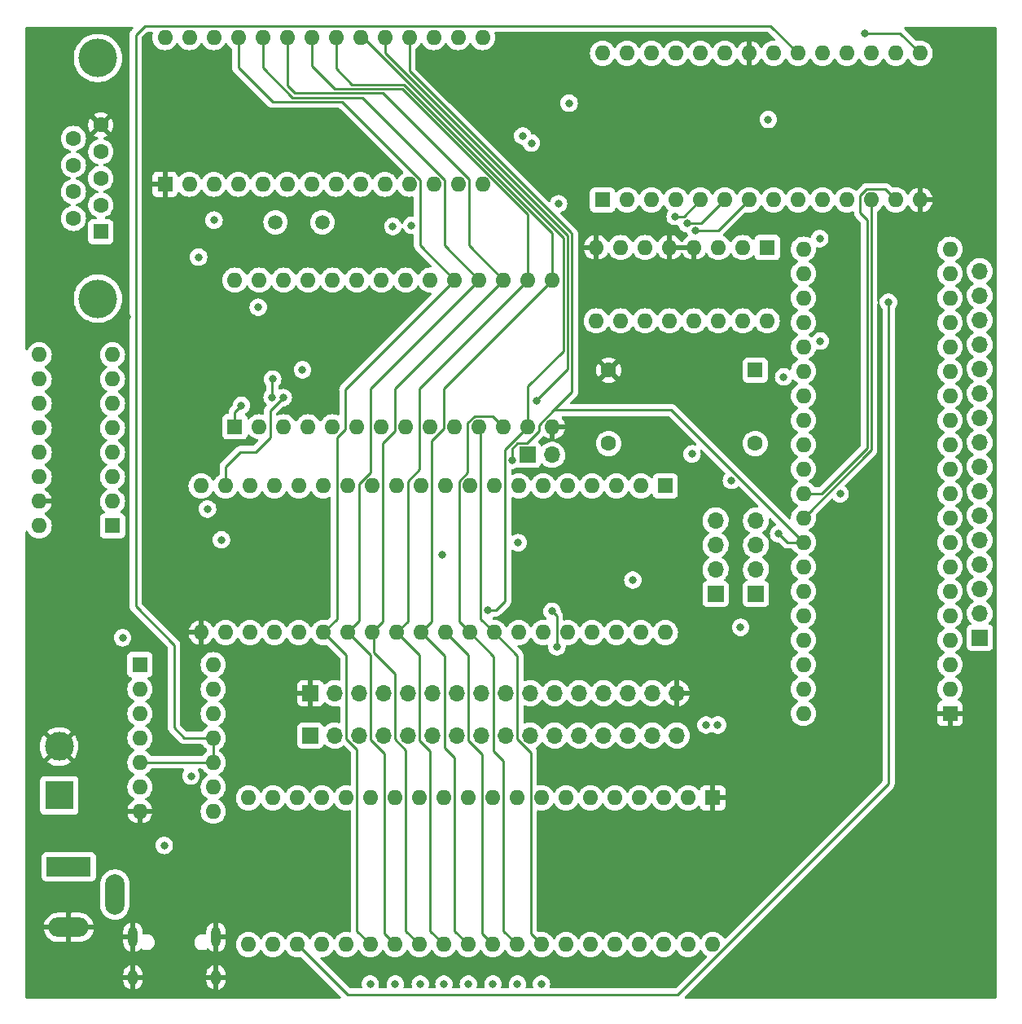
<source format=gbr>
%TF.GenerationSoftware,KiCad,Pcbnew,6.0.10-86aedd382b~118~ubuntu22.10.1*%
%TF.CreationDate,2023-07-03T20:16:52-07:00*%
%TF.ProjectId,6502v2,36353032-7632-42e6-9b69-6361645f7063,rev?*%
%TF.SameCoordinates,Original*%
%TF.FileFunction,Copper,L2,Inr*%
%TF.FilePolarity,Positive*%
%FSLAX46Y46*%
G04 Gerber Fmt 4.6, Leading zero omitted, Abs format (unit mm)*
G04 Created by KiCad (PCBNEW 6.0.10-86aedd382b~118~ubuntu22.10.1) date 2023-07-03 20:16:52*
%MOMM*%
%LPD*%
G01*
G04 APERTURE LIST*
%TA.AperFunction,ComponentPad*%
%ADD10C,1.500000*%
%TD*%
%TA.AperFunction,ComponentPad*%
%ADD11R,1.700000X1.700000*%
%TD*%
%TA.AperFunction,ComponentPad*%
%ADD12O,1.700000X1.700000*%
%TD*%
%TA.AperFunction,ComponentPad*%
%ADD13R,1.600000X1.600000*%
%TD*%
%TA.AperFunction,ComponentPad*%
%ADD14O,1.600000X1.600000*%
%TD*%
%TA.AperFunction,ComponentPad*%
%ADD15O,1.000000X2.100000*%
%TD*%
%TA.AperFunction,ComponentPad*%
%ADD16O,1.000000X1.600000*%
%TD*%
%TA.AperFunction,ComponentPad*%
%ADD17R,3.000000X3.000000*%
%TD*%
%TA.AperFunction,ComponentPad*%
%ADD18C,3.000000*%
%TD*%
%TA.AperFunction,ComponentPad*%
%ADD19R,4.600000X2.000000*%
%TD*%
%TA.AperFunction,ComponentPad*%
%ADD20O,4.200000X2.000000*%
%TD*%
%TA.AperFunction,ComponentPad*%
%ADD21O,2.000000X4.200000*%
%TD*%
%TA.AperFunction,ComponentPad*%
%ADD22C,1.600000*%
%TD*%
%TA.AperFunction,ComponentPad*%
%ADD23C,4.000000*%
%TD*%
%TA.AperFunction,ViaPad*%
%ADD24C,0.800000*%
%TD*%
%TA.AperFunction,Conductor*%
%ADD25C,0.250000*%
%TD*%
G04 APERTURE END LIST*
D10*
%TO.N,Net-(R33-Pad2)*%
%TO.C,1.8432 Mh*%
X61875000Y-47075000D03*
%TO.N,Net-(C15-Pad1)*%
X56995000Y-47075000D03*
%TD*%
D11*
%TO.N,/VIA/LCD PB7*%
%TO.C,GPIO*%
X60600000Y-100425000D03*
D12*
%TO.N,/VIA/LCD PB6*%
X63140000Y-100425000D03*
%TO.N,/VIA/LCD PB5*%
X65680000Y-100425000D03*
%TO.N,/VIA/LCD PB4*%
X68220000Y-100425000D03*
%TO.N,/VIA/LCD PB3*%
X70760000Y-100425000D03*
%TO.N,/VIA/LCD PB2*%
X73300000Y-100425000D03*
%TO.N,/VIA/LCD PB1*%
X75840000Y-100425000D03*
%TO.N,/VIA/LCD PB0*%
X78380000Y-100425000D03*
%TO.N,/VIA/LCD PA7*%
X80920000Y-100425000D03*
%TO.N,/VIA/LCD PA6*%
X83460000Y-100425000D03*
%TO.N,/VIA/LCD PA5*%
X86000000Y-100425000D03*
%TO.N,/VIA/LCD PA4*%
X88540000Y-100425000D03*
%TO.N,/VIA/LCD PA3*%
X91080000Y-100425000D03*
%TO.N,/VIA/LCD PA2*%
X93620000Y-100425000D03*
%TO.N,/VIA/LCD PA1*%
X96160000Y-100425000D03*
%TO.N,/VIA/LCD PA0*%
X98700000Y-100425000D03*
%TD*%
D11*
%TO.N,/CPU/NMI*%
%TO.C,NMI*%
X83225000Y-71250000D03*
D12*
%TO.N,/IRQ*%
X85765000Y-71250000D03*
%TD*%
D13*
%TO.N,GND*%
%TO.C,65C22*%
X102450000Y-106900000D03*
D14*
%TO.N,/VIA/LCD PA0*%
X99910000Y-106900000D03*
%TO.N,/VIA/LCD PA1*%
X97370000Y-106900000D03*
%TO.N,/VIA/LCD PA2*%
X94830000Y-106900000D03*
%TO.N,/VIA/LCD PA3*%
X92290000Y-106900000D03*
%TO.N,/VIA/LCD PA4*%
X89750000Y-106900000D03*
%TO.N,/VIA/LCD PA5*%
X87210000Y-106900000D03*
%TO.N,/VIA/LCD PA6*%
X84670000Y-106900000D03*
%TO.N,/VIA/LCD PA7*%
X82130000Y-106900000D03*
%TO.N,/VIA/LCD PB0*%
X79590000Y-106900000D03*
%TO.N,/VIA/LCD PB1*%
X77050000Y-106900000D03*
%TO.N,/VIA/LCD PB2*%
X74510000Y-106900000D03*
%TO.N,/VIA/LCD PB3*%
X71970000Y-106900000D03*
%TO.N,/VIA/LCD PB4*%
X69430000Y-106900000D03*
%TO.N,/VIA/LCD PB5*%
X66890000Y-106900000D03*
%TO.N,/VIA/LCD PB6*%
X64350000Y-106900000D03*
%TO.N,/VIA/LCD PB7*%
X61810000Y-106900000D03*
%TO.N,/VIA/LCD CB1*%
X59270000Y-106900000D03*
%TO.N,/VIA/LCD CB2*%
X56730000Y-106900000D03*
%TO.N,+5V*%
X54190000Y-106900000D03*
%TO.N,unconnected-(U6-Pad21)*%
X54190000Y-122140000D03*
%TO.N,/R{slash}W*%
X56730000Y-122140000D03*
%TO.N,/I{slash}O ~{Enable}*%
X59270000Y-122140000D03*
%TO.N,/LCD C22 Enable*%
X61810000Y-122140000D03*
%TO.N,/Clk*%
X64350000Y-122140000D03*
%TO.N,/D7*%
X66890000Y-122140000D03*
%TO.N,/D6*%
X69430000Y-122140000D03*
%TO.N,/D5*%
X71970000Y-122140000D03*
%TO.N,/D4*%
X74510000Y-122140000D03*
%TO.N,/D3*%
X77050000Y-122140000D03*
%TO.N,/D2*%
X79590000Y-122140000D03*
%TO.N,/D1*%
X82130000Y-122140000D03*
%TO.N,/D0*%
X84670000Y-122140000D03*
%TO.N,/Reset*%
X87210000Y-122140000D03*
%TO.N,/A3*%
X89750000Y-122140000D03*
%TO.N,/A2*%
X92290000Y-122140000D03*
%TO.N,/A1*%
X94830000Y-122140000D03*
%TO.N,/A0*%
X97370000Y-122140000D03*
%TO.N,/VIA/LCD CA2*%
X99910000Y-122140000D03*
%TO.N,/VIA/LCD CA1*%
X102450000Y-122140000D03*
%TD*%
D11*
%TO.N,/VIA/LCD CA1*%
%TO.C,J8*%
X102750000Y-85700000D03*
D12*
%TO.N,/VIA/LCD CA2*%
X102750000Y-83160000D03*
%TO.N,/VIA/LCD CB1*%
X102750000Y-80620000D03*
%TO.N,/VIA/LCD CB2*%
X102750000Y-78080000D03*
%TD*%
D15*
%TO.N,GND*%
%TO.C,USB1*%
X50820000Y-121370000D03*
X42180000Y-121370000D03*
D16*
X42180000Y-125550000D03*
X50820000Y-125550000D03*
%TD*%
D11*
%TO.N,GND*%
%TO.C,LCD Header*%
X60623000Y-96022000D03*
D12*
%TO.N,+5V*%
X63163000Y-96022000D03*
%TO.N,/VIA/LCD PB7*%
X65703000Y-96022000D03*
%TO.N,/VIA/LCD PB6*%
X68243000Y-96022000D03*
%TO.N,/VIA/LCD PB5*%
X70783000Y-96022000D03*
%TO.N,/VIA/LCD PB4*%
X73323000Y-96022000D03*
%TO.N,/VIA/LCD PB3*%
X75863000Y-96022000D03*
%TO.N,/VIA/LCD PB2*%
X78403000Y-96022000D03*
%TO.N,/VIA/LCD PB1*%
X80943000Y-96022000D03*
%TO.N,/VIA/LCD PB0*%
X83483000Y-96022000D03*
%TO.N,/VIA/LCD PA7*%
X86023000Y-96022000D03*
%TO.N,/VIA/LCD PA6*%
X88563000Y-96022000D03*
%TO.N,/VIA/LCD PA5*%
X91103000Y-96022000D03*
%TO.N,Net-(J7-Pad14)*%
X93643000Y-96022000D03*
%TO.N,+5V*%
X96183000Y-96022000D03*
%TO.N,GND*%
X98723000Y-96022000D03*
%TD*%
D13*
%TO.N,unconnected-(U1-Pad1)*%
%TO.C,74HC00*%
X42900000Y-93050000D03*
D14*
%TO.N,unconnected-(U1-Pad2)*%
X42900000Y-95590000D03*
%TO.N,unconnected-(U1-Pad3)*%
X42900000Y-98130000D03*
%TO.N,/Clk*%
X42900000Y-100670000D03*
%TO.N,/~{A15}*%
X42900000Y-103210000D03*
%TO.N,/RAM ~{CS}*%
X42900000Y-105750000D03*
%TO.N,GND*%
X42900000Y-108290000D03*
%TO.N,/I{slash}O ~{Enable}*%
X50520000Y-108290000D03*
%TO.N,/A14*%
X50520000Y-105750000D03*
%TO.N,/~{A15}*%
X50520000Y-103210000D03*
X50520000Y-100670000D03*
%TO.N,/A15*%
X50520000Y-98130000D03*
X50520000Y-95590000D03*
%TO.N,+5V*%
X50520000Y-93050000D03*
%TD*%
D17*
%TO.N,+5V*%
%TO.C,J1*%
X34500000Y-106650000D03*
D18*
%TO.N,GND*%
X34500000Y-101570000D03*
%TD*%
D19*
%TO.N,VCC*%
%TO.C,5v*%
X35500000Y-114050000D03*
D20*
%TO.N,GND*%
X35500000Y-120350000D03*
D21*
%TO.N,N/C*%
X40300000Y-116950000D03*
%TD*%
D13*
%TO.N,/A14*%
%TO.C,RAM*%
X52775000Y-68325000D03*
D14*
%TO.N,/A12*%
X55315000Y-68325000D03*
%TO.N,/A7*%
X57855000Y-68325000D03*
%TO.N,/A6*%
X60395000Y-68325000D03*
%TO.N,/A5*%
X62935000Y-68325000D03*
%TO.N,/A4*%
X65475000Y-68325000D03*
%TO.N,/A3*%
X68015000Y-68325000D03*
%TO.N,/A2*%
X70555000Y-68325000D03*
%TO.N,/A1*%
X73095000Y-68325000D03*
%TO.N,/A0*%
X75635000Y-68325000D03*
%TO.N,/D0*%
X78175000Y-68325000D03*
%TO.N,/D1*%
X80715000Y-68325000D03*
%TO.N,/D2*%
X83255000Y-68325000D03*
%TO.N,GND*%
X85795000Y-68325000D03*
%TO.N,/D3*%
X85795000Y-53085000D03*
%TO.N,/D4*%
X83255000Y-53085000D03*
%TO.N,/D5*%
X80715000Y-53085000D03*
%TO.N,/D6*%
X78175000Y-53085000D03*
%TO.N,/D7*%
X75635000Y-53085000D03*
%TO.N,/RAM ~{CS}*%
X73095000Y-53085000D03*
%TO.N,/A10*%
X70555000Y-53085000D03*
%TO.N,/A14*%
X68015000Y-53085000D03*
%TO.N,/A11*%
X65475000Y-53085000D03*
%TO.N,/A9*%
X62935000Y-53085000D03*
%TO.N,/A8*%
X60395000Y-53085000D03*
%TO.N,/A13*%
X57855000Y-53085000D03*
%TO.N,/R{slash}W*%
X55315000Y-53085000D03*
%TO.N,+5V*%
X52775000Y-53085000D03*
%TD*%
D13*
%TO.N,GND*%
%TO.C,65C51*%
X45500000Y-43125000D03*
D14*
%TO.N,/Serial Enable*%
X48040000Y-43125000D03*
%TO.N,/I{slash}O ~{Enable}*%
X50580000Y-43125000D03*
%TO.N,/Reset*%
X53120000Y-43125000D03*
%TO.N,unconnected-(U8-Pad5)*%
X55660000Y-43125000D03*
%TO.N,Net-(C15-Pad1)*%
X58200000Y-43125000D03*
%TO.N,Net-(R33-Pad2)*%
X60740000Y-43125000D03*
%TO.N,unconnected-(U8-Pad8)*%
X63280000Y-43125000D03*
%TO.N,unconnected-(U8-Pad9)*%
X65820000Y-43125000D03*
%TO.N,/Serial/T1IN*%
X68360000Y-43125000D03*
%TO.N,unconnected-(U8-Pad11)*%
X70900000Y-43125000D03*
%TO.N,/Serial/R1OUT*%
X73440000Y-43125000D03*
%TO.N,/A0*%
X75980000Y-43125000D03*
%TO.N,/A1*%
X78520000Y-43125000D03*
%TO.N,+5V*%
X78520000Y-27885000D03*
%TO.N,unconnected-(U8-Pad16)*%
X75980000Y-27885000D03*
%TO.N,unconnected-(U8-Pad17)*%
X73440000Y-27885000D03*
%TO.N,/D0*%
X70900000Y-27885000D03*
%TO.N,/D1*%
X68360000Y-27885000D03*
%TO.N,/D2*%
X65820000Y-27885000D03*
%TO.N,/D3*%
X63280000Y-27885000D03*
%TO.N,/D4*%
X60740000Y-27885000D03*
%TO.N,/D5*%
X58200000Y-27885000D03*
%TO.N,/D6*%
X55660000Y-27885000D03*
%TO.N,/D7*%
X53120000Y-27885000D03*
%TO.N,unconnected-(U8-Pad26)*%
X50580000Y-27885000D03*
%TO.N,/Clk*%
X48040000Y-27885000D03*
%TO.N,/R{slash}W*%
X45500000Y-27885000D03*
%TD*%
D13*
%TO.N,unconnected-(X1-Pad1)*%
%TO.C,1Mh*%
X106870000Y-62440000D03*
D22*
%TO.N,GND*%
X91630000Y-62440000D03*
%TO.N,/Clk*%
X91630000Y-70060000D03*
%TO.N,+5V*%
X106870000Y-70060000D03*
%TD*%
D13*
%TO.N,/A4*%
%TO.C,74HC238*%
X108125000Y-49700000D03*
D14*
%TO.N,/A5*%
X105585000Y-49700000D03*
%TO.N,/A6*%
X103045000Y-49700000D03*
%TO.N,GND*%
X100505000Y-49700000D03*
X97965000Y-49700000D03*
%TO.N,+5V*%
X95425000Y-49700000D03*
%TO.N,unconnected-(U2-Pad7)*%
X92885000Y-49700000D03*
%TO.N,GND*%
X90345000Y-49700000D03*
%TO.N,unconnected-(U2-Pad9)*%
X90345000Y-57320000D03*
%TO.N,unconnected-(U2-Pad10)*%
X92885000Y-57320000D03*
%TO.N,/Serial Enable*%
X95425000Y-57320000D03*
%TO.N,unconnected-(U2-Pad12)*%
X97965000Y-57320000D03*
%TO.N,/LCD C22 Enable*%
X100505000Y-57320000D03*
%TO.N,/C22 Enable*%
X103045000Y-57320000D03*
%TO.N,unconnected-(U2-Pad15)*%
X105585000Y-57320000D03*
%TO.N,+5V*%
X108125000Y-57320000D03*
%TD*%
D13*
%TO.N,GND*%
%TO.C,65C22*%
X127125000Y-98125000D03*
D14*
%TO.N,/VIA/PA0*%
X127125000Y-95585000D03*
%TO.N,/VIA/PA1*%
X127125000Y-93045000D03*
%TO.N,/VIA/PA2*%
X127125000Y-90505000D03*
%TO.N,/VIA/PA3*%
X127125000Y-87965000D03*
%TO.N,/VIA/PA4*%
X127125000Y-85425000D03*
%TO.N,/VIA/PA5*%
X127125000Y-82885000D03*
%TO.N,/VIA/PA6*%
X127125000Y-80345000D03*
%TO.N,/VIA/PA7*%
X127125000Y-77805000D03*
%TO.N,/VIA/PB0*%
X127125000Y-75265000D03*
%TO.N,/VIA/PB1*%
X127125000Y-72725000D03*
%TO.N,/VIA/PB2*%
X127125000Y-70185000D03*
%TO.N,/VIA/PB3*%
X127125000Y-67645000D03*
%TO.N,/VIA/PB4*%
X127125000Y-65105000D03*
%TO.N,/VIA/PB5*%
X127125000Y-62565000D03*
%TO.N,/VIA/PB6*%
X127125000Y-60025000D03*
%TO.N,/VIA/PB7*%
X127125000Y-57485000D03*
%TO.N,/VIA/CB1*%
X127125000Y-54945000D03*
%TO.N,/VIA/CB2*%
X127125000Y-52405000D03*
%TO.N,+5V*%
X127125000Y-49865000D03*
%TO.N,/IRQ*%
X111885000Y-49865000D03*
%TO.N,/R{slash}W*%
X111885000Y-52405000D03*
%TO.N,/I{slash}O ~{Enable}*%
X111885000Y-54945000D03*
%TO.N,/C22 Enable*%
X111885000Y-57485000D03*
%TO.N,/Clk*%
X111885000Y-60025000D03*
%TO.N,/D7*%
X111885000Y-62565000D03*
%TO.N,/D6*%
X111885000Y-65105000D03*
%TO.N,/D5*%
X111885000Y-67645000D03*
%TO.N,/D4*%
X111885000Y-70185000D03*
%TO.N,/D3*%
X111885000Y-72725000D03*
%TO.N,/D2*%
X111885000Y-75265000D03*
%TO.N,/D1*%
X111885000Y-77805000D03*
%TO.N,/D0*%
X111885000Y-80345000D03*
%TO.N,/Reset*%
X111885000Y-82885000D03*
%TO.N,/A3*%
X111885000Y-85425000D03*
%TO.N,/A2*%
X111885000Y-87965000D03*
%TO.N,/A1*%
X111885000Y-90505000D03*
%TO.N,/A0*%
X111885000Y-93045000D03*
%TO.N,/VIA/CA2*%
X111885000Y-95585000D03*
%TO.N,/VIA/CA1*%
X111885000Y-98125000D03*
%TD*%
D13*
%TO.N,Net-(C11-Pad1)*%
%TO.C,MAX232*%
X40050000Y-78625000D03*
D14*
%TO.N,Net-(C14-Pad1)*%
X40050000Y-76085000D03*
%TO.N,Net-(C11-Pad2)*%
X40050000Y-73545000D03*
%TO.N,Net-(C12-Pad1)*%
X40050000Y-71005000D03*
%TO.N,Net-(C12-Pad2)*%
X40050000Y-68465000D03*
%TO.N,Net-(C13-Pad1)*%
X40050000Y-65925000D03*
%TO.N,unconnected-(U7-Pad7)*%
X40050000Y-63385000D03*
%TO.N,unconnected-(U7-Pad8)*%
X40050000Y-60845000D03*
%TO.N,unconnected-(U7-Pad9)*%
X32430000Y-60845000D03*
%TO.N,unconnected-(U7-Pad10)*%
X32430000Y-63385000D03*
%TO.N,/Serial/T1IN*%
X32430000Y-65925000D03*
%TO.N,/Serial/R1OUT*%
X32430000Y-68465000D03*
%TO.N,/Serial/R1IN*%
X32430000Y-71005000D03*
%TO.N,/Serial/T1OUT*%
X32430000Y-73545000D03*
%TO.N,GND*%
X32430000Y-76085000D03*
%TO.N,+5V*%
X32430000Y-78625000D03*
%TD*%
D22*
%TO.N,unconnected-(J9-Pad9)*%
%TO.C,J9*%
X35990331Y-38355000D03*
%TO.N,unconnected-(J9-Pad8)*%
X35990331Y-41125000D03*
%TO.N,unconnected-(J9-Pad7)*%
X35990331Y-43895000D03*
%TO.N,unconnected-(J9-Pad6)*%
X35990331Y-46665000D03*
%TO.N,GND*%
X38830331Y-36970000D03*
%TO.N,unconnected-(J9-Pad4)*%
X38830331Y-39740000D03*
%TO.N,/Serial/R1IN*%
X38830331Y-42510000D03*
%TO.N,/Serial/T1OUT*%
X38830331Y-45280000D03*
D13*
%TO.N,unconnected-(J9-Pad1)*%
X38830331Y-48050000D03*
D23*
%TO.N,N/C*%
X38530331Y-30010000D03*
X38530331Y-55010000D03*
%TD*%
D11*
%TO.N,/VIA/PA0*%
%TO.C,GPIO*%
X130225000Y-90250000D03*
D12*
%TO.N,/VIA/PA1*%
X130225000Y-87710000D03*
%TO.N,/VIA/PA2*%
X130225000Y-85170000D03*
%TO.N,/VIA/PA3*%
X130225000Y-82630000D03*
%TO.N,/VIA/PA4*%
X130225000Y-80090000D03*
%TO.N,/VIA/PA5*%
X130225000Y-77550000D03*
%TO.N,/VIA/PA6*%
X130225000Y-75010000D03*
%TO.N,/VIA/PA7*%
X130225000Y-72470000D03*
%TO.N,/VIA/PB0*%
X130225000Y-69930000D03*
%TO.N,/VIA/PB1*%
X130225000Y-67390000D03*
%TO.N,/VIA/PB2*%
X130225000Y-64850000D03*
%TO.N,/VIA/PB3*%
X130225000Y-62310000D03*
%TO.N,/VIA/PB4*%
X130225000Y-59770000D03*
%TO.N,/VIA/PB5*%
X130225000Y-57230000D03*
%TO.N,/VIA/PB6*%
X130225000Y-54690000D03*
%TO.N,/VIA/PB7*%
X130225000Y-52150000D03*
%TD*%
D11*
%TO.N,/VIA/CA1*%
%TO.C,J5*%
X106950000Y-85700000D03*
D12*
%TO.N,/VIA/CA2*%
X106950000Y-83160000D03*
%TO.N,/VIA/CB1*%
X106950000Y-80620000D03*
%TO.N,/VIA/CB2*%
X106950000Y-78080000D03*
%TD*%
D13*
%TO.N,/A14*%
%TO.C,U9*%
X91000000Y-44750000D03*
D14*
%TO.N,/A12*%
X93540000Y-44750000D03*
%TO.N,/A7*%
X96080000Y-44750000D03*
%TO.N,/A6*%
X98620000Y-44750000D03*
%TO.N,/A5*%
X101160000Y-44750000D03*
%TO.N,/A4*%
X103700000Y-44750000D03*
%TO.N,/A3*%
X106240000Y-44750000D03*
%TO.N,/A2*%
X108780000Y-44750000D03*
%TO.N,/A1*%
X111320000Y-44750000D03*
%TO.N,/A0*%
X113860000Y-44750000D03*
%TO.N,/D0*%
X116400000Y-44750000D03*
%TO.N,/D1*%
X118940000Y-44750000D03*
%TO.N,/D2*%
X121480000Y-44750000D03*
%TO.N,GND*%
X124020000Y-44750000D03*
%TO.N,/D3*%
X124020000Y-29510000D03*
%TO.N,/D4*%
X121480000Y-29510000D03*
%TO.N,/D5*%
X118940000Y-29510000D03*
%TO.N,/D6*%
X116400000Y-29510000D03*
%TO.N,/D7*%
X113860000Y-29510000D03*
%TO.N,/~{A15}*%
X111320000Y-29510000D03*
%TO.N,/A10*%
X108780000Y-29510000D03*
%TO.N,GND*%
X106240000Y-29510000D03*
%TO.N,/A11*%
X103700000Y-29510000D03*
%TO.N,/A9*%
X101160000Y-29510000D03*
%TO.N,/A8*%
X98620000Y-29510000D03*
%TO.N,/A13*%
X96080000Y-29510000D03*
%TO.N,+5V*%
X93540000Y-29510000D03*
X91000000Y-29510000D03*
%TD*%
D13*
%TO.N,unconnected-(U4-Pad1)*%
%TO.C,65C02*%
X97525000Y-74475000D03*
D14*
%TO.N,+5V*%
X94985000Y-74475000D03*
%TO.N,unconnected-(U4-Pad3)*%
X92445000Y-74475000D03*
%TO.N,/IRQ*%
X89905000Y-74475000D03*
%TO.N,unconnected-(U4-Pad5)*%
X87365000Y-74475000D03*
%TO.N,/CPU/NMI*%
X84825000Y-74475000D03*
%TO.N,unconnected-(U4-Pad7)*%
X82285000Y-74475000D03*
%TO.N,+5V*%
X79745000Y-74475000D03*
%TO.N,/A0*%
X77205000Y-74475000D03*
%TO.N,/A1*%
X74665000Y-74475000D03*
%TO.N,/A2*%
X72125000Y-74475000D03*
%TO.N,/A3*%
X69585000Y-74475000D03*
%TO.N,/A4*%
X67045000Y-74475000D03*
%TO.N,/A5*%
X64505000Y-74475000D03*
%TO.N,/A6*%
X61965000Y-74475000D03*
%TO.N,/A7*%
X59425000Y-74475000D03*
%TO.N,/A8*%
X56885000Y-74475000D03*
%TO.N,/A9*%
X54345000Y-74475000D03*
%TO.N,/A10*%
X51805000Y-74475000D03*
%TO.N,/A11*%
X49265000Y-74475000D03*
%TO.N,GND*%
X49265000Y-89715000D03*
%TO.N,/A12*%
X51805000Y-89715000D03*
%TO.N,/A13*%
X54345000Y-89715000D03*
%TO.N,/A14*%
X56885000Y-89715000D03*
%TO.N,/A15*%
X59425000Y-89715000D03*
%TO.N,/D7*%
X61965000Y-89715000D03*
%TO.N,/D6*%
X64505000Y-89715000D03*
%TO.N,/D5*%
X67045000Y-89715000D03*
%TO.N,/D4*%
X69585000Y-89715000D03*
%TO.N,/D3*%
X72125000Y-89715000D03*
%TO.N,/D2*%
X74665000Y-89715000D03*
%TO.N,/D1*%
X77205000Y-89715000D03*
%TO.N,/D0*%
X79745000Y-89715000D03*
%TO.N,/R{slash}W*%
X82285000Y-89715000D03*
%TO.N,unconnected-(U4-Pad35)*%
X84825000Y-89715000D03*
%TO.N,+5V*%
X87365000Y-89715000D03*
%TO.N,/Clk*%
X89905000Y-89715000D03*
%TO.N,+5V*%
X92445000Y-89715000D03*
%TO.N,unconnected-(U4-Pad39)*%
X94985000Y-89715000D03*
%TO.N,/Reset*%
X97525000Y-89715000D03*
%TD*%
D24*
%TO.N,GND*%
X123750000Y-73775000D03*
X120875000Y-118925000D03*
X50475000Y-49300000D03*
X123775000Y-89175000D03*
X129050000Y-29350000D03*
X39720000Y-87150000D03*
X86325000Y-30950000D03*
X32525000Y-32400000D03*
X57900000Y-103050000D03*
X84725000Y-36000000D03*
X59800000Y-113550000D03*
X49150000Y-86440000D03*
X127975000Y-125775000D03*
X88425000Y-82800000D03*
X47650000Y-116375000D03*
X101375000Y-38625000D03*
X56125000Y-50450000D03*
X54475000Y-45250000D03*
X62600000Y-39850000D03*
X43390000Y-90370000D03*
X61570000Y-79040000D03*
X122390000Y-38490000D03*
X113040000Y-104800000D03*
X36250000Y-52225000D03*
X128000000Y-113750000D03*
X74100000Y-30625000D03*
X32475000Y-28700000D03*
X59620000Y-85480000D03*
X77875000Y-35275000D03*
X39720000Y-81690000D03*
X57950000Y-126025000D03*
X39720000Y-84000000D03*
X45650000Y-37070000D03*
X113100000Y-125775000D03*
X96800000Y-82225000D03*
X93475000Y-125725000D03*
X41575000Y-56925000D03*
X53525000Y-99850000D03*
X99600000Y-82150000D03*
X123750000Y-81350000D03*
X51650000Y-37050000D03*
X56070000Y-80150000D03*
X129200000Y-38475000D03*
X35300000Y-85290000D03*
X58870000Y-78630000D03*
%TO.N,+5V*%
X87525000Y-34700000D03*
X94150000Y-84250000D03*
X82225000Y-80375000D03*
X48210000Y-104620000D03*
X45430000Y-111840000D03*
X74350886Y-81674114D03*
X109825000Y-63150000D03*
%TO.N,Net-(D2-Pad1)*%
X84650000Y-126250000D03*
%TO.N,/D0*%
X81594500Y-71800000D03*
X109300000Y-79450000D03*
%TO.N,Net-(D4-Pad1)*%
X82150000Y-126250000D03*
%TO.N,/D1*%
X84125000Y-65625000D03*
%TO.N,/A1*%
X115700000Y-75300000D03*
X113584851Y-48770847D03*
%TO.N,Net-(D6-Pad1)*%
X79600000Y-126250000D03*
%TO.N,/D2*%
X79100000Y-87425000D03*
%TO.N,/A2*%
X85737451Y-87512951D03*
X86250000Y-91200500D03*
%TO.N,Net-(D8-Pad1)*%
X77050000Y-126250000D03*
%TO.N,/D3*%
X118300000Y-27424500D03*
%TO.N,/A3*%
X100653416Y-47924500D03*
%TO.N,Net-(D10-Pad1)*%
X74500000Y-126250000D03*
%TO.N,/A4*%
X99775000Y-47200000D03*
%TO.N,Net-(D12-Pad1)*%
X72050000Y-126250000D03*
%TO.N,/D5*%
X108225000Y-36400000D03*
%TO.N,/A5*%
X98550000Y-46475000D03*
%TO.N,Net-(D14-Pad1)*%
X69450000Y-126250000D03*
%TO.N,Net-(D16-Pad1)*%
X66850000Y-126250000D03*
%TO.N,/A8*%
X49925500Y-76875000D03*
%TO.N,/A9*%
X56700000Y-63375500D03*
X56650000Y-65275000D03*
%TO.N,/A10*%
X57800000Y-65300000D03*
%TO.N,/R{slash}W*%
X49000000Y-50700000D03*
%TO.N,/A12*%
X59800000Y-62400000D03*
X69200000Y-47500000D03*
X82700000Y-38100000D03*
%TO.N,/A13*%
X51374500Y-80075000D03*
X55200000Y-55900000D03*
%TO.N,/A14*%
X71150500Y-47400000D03*
X83600000Y-38850000D03*
X53450000Y-66100000D03*
%TO.N,/VIA/LCD CA1*%
X102975000Y-99325000D03*
%TO.N,/VIA/LCD CA2*%
X101759500Y-99325000D03*
%TO.N,/Reset*%
X41100000Y-90250000D03*
X105350000Y-89175000D03*
%TO.N,/I{slash}O ~{Enable}*%
X50600000Y-46850000D03*
X120725000Y-55375000D03*
X113650500Y-59411540D03*
%TO.N,/LCD C22 Enable*%
X100300000Y-71150000D03*
X104400000Y-73900000D03*
%TO.N,/Serial Enable*%
X86425500Y-45150000D03*
%TD*%
D25*
%TO.N,/D0*%
X70900000Y-27885000D02*
X70900000Y-31368425D01*
X78330000Y-88300000D02*
X79745000Y-89715000D01*
X82125000Y-100751701D02*
X82125000Y-92095000D01*
X84670000Y-122140000D02*
X83545000Y-121015000D01*
X87825000Y-48293425D02*
X87825000Y-64704009D01*
X87825000Y-64704009D02*
X85927004Y-66602004D01*
X98142004Y-66602004D02*
X85927004Y-66602004D01*
X83545000Y-102171701D02*
X82125000Y-100751701D01*
X87665788Y-48134213D02*
X87825000Y-48293425D01*
X78175000Y-68325000D02*
X78330000Y-68480000D01*
X110195000Y-80345000D02*
X109300000Y-79450000D01*
X111885000Y-80345000D02*
X110195000Y-80345000D01*
X78330000Y-68480000D02*
X78330000Y-88300000D01*
X111885000Y-80345000D02*
X98142004Y-66602004D01*
X82141396Y-70075000D02*
X81594500Y-70621896D01*
X85927004Y-66602004D02*
X84400000Y-68129009D01*
X84400000Y-68775000D02*
X83100000Y-70075000D01*
X83100000Y-70075000D02*
X82141396Y-70075000D01*
X82125000Y-92095000D02*
X79745000Y-89715000D01*
X81594500Y-70621896D02*
X81594500Y-71800000D01*
X83545000Y-121015000D02*
X83545000Y-102171701D01*
X70900000Y-31368425D02*
X87665788Y-48134213D01*
X84400000Y-68129009D02*
X84400000Y-68775000D01*
%TO.N,/D1*%
X87375000Y-62325000D02*
X84125000Y-65575000D01*
X80715000Y-68325000D02*
X79590000Y-67200000D01*
X68360000Y-27885000D02*
X68360000Y-29464821D01*
X76975000Y-67934009D02*
X76975000Y-73114009D01*
X80715000Y-120725000D02*
X80715000Y-103040000D01*
X72422590Y-33527411D02*
X87375000Y-48479821D01*
X79675000Y-92185000D02*
X77205000Y-89715000D01*
X79590000Y-67200000D02*
X77709009Y-67200000D01*
X80715000Y-103040000D02*
X79675000Y-102000000D01*
X68360000Y-29464821D02*
X72422590Y-33527411D01*
X77709009Y-67200000D02*
X76975000Y-67934009D01*
X111885000Y-77805000D02*
X118940000Y-70750000D01*
X118940000Y-70750000D02*
X118940000Y-44750000D01*
X76975000Y-73114009D02*
X76080000Y-74009009D01*
X82130000Y-122140000D02*
X80715000Y-120725000D01*
X84125000Y-65575000D02*
X84125000Y-65625000D01*
X76080000Y-88590000D02*
X77205000Y-89715000D01*
X79675000Y-102000000D02*
X79675000Y-92185000D01*
X76080000Y-74009009D02*
X76080000Y-88590000D01*
X87375000Y-48479821D02*
X87375000Y-62325000D01*
%TO.N,/D2*%
X120355000Y-43625000D02*
X118474009Y-43625000D01*
X77038000Y-92088000D02*
X74665000Y-89715000D01*
X78465000Y-121015000D02*
X78465000Y-102390000D01*
X79925000Y-87400000D02*
X79900000Y-87425000D01*
X121480000Y-44750000D02*
X120355000Y-43625000D01*
X118490000Y-46825000D02*
X118490000Y-70563604D01*
X117775000Y-44324009D02*
X117775000Y-46110000D01*
X83255000Y-68325000D02*
X80870000Y-70710000D01*
X79900000Y-87425000D02*
X79100000Y-87425000D01*
X83255000Y-64145000D02*
X83255000Y-68325000D01*
X66143783Y-27885000D02*
X86925000Y-48666217D01*
X80870000Y-86455000D02*
X79925000Y-87400000D01*
X86925000Y-60475000D02*
X83255000Y-64145000D01*
X118474009Y-43625000D02*
X117775000Y-44324009D01*
X118490000Y-70563604D02*
X113788604Y-75265000D01*
X86925000Y-48666217D02*
X86925000Y-60475000D01*
X65820000Y-27885000D02*
X66143783Y-27885000D01*
X113788604Y-75265000D02*
X111885000Y-75265000D01*
X78465000Y-102390000D02*
X77038000Y-100963000D01*
X117775000Y-46110000D02*
X118490000Y-46825000D01*
X79590000Y-122140000D02*
X78465000Y-121015000D01*
X80870000Y-70710000D02*
X80870000Y-86455000D01*
X77038000Y-100963000D02*
X77038000Y-92088000D01*
%TO.N,/A2*%
X86240000Y-88015500D02*
X85737451Y-87512951D01*
X86250000Y-91200500D02*
X86240000Y-91190500D01*
X86240000Y-91190500D02*
X86240000Y-88015500D01*
%TO.N,/D3*%
X74575000Y-92165000D02*
X72125000Y-89715000D01*
X73250000Y-88590000D02*
X73250000Y-69760991D01*
X74510000Y-68500991D02*
X74510000Y-64370000D01*
X75635000Y-102721701D02*
X74575000Y-101661701D01*
X70372387Y-32750000D02*
X64925000Y-32750000D01*
X74575000Y-101661701D02*
X74575000Y-92165000D01*
X124020000Y-29510000D02*
X121934500Y-27424500D01*
X85795000Y-48172613D02*
X70372387Y-32750000D01*
X72125000Y-89715000D02*
X73250000Y-88590000D01*
X64925000Y-32750000D02*
X63280000Y-31105000D01*
X63280000Y-31105000D02*
X63280000Y-27885000D01*
X121934500Y-27424500D02*
X118300000Y-27424500D01*
X75635000Y-120725000D02*
X75635000Y-102721701D01*
X74510000Y-64370000D02*
X85795000Y-53085000D01*
X73250000Y-69760991D02*
X74510000Y-68500991D01*
X85795000Y-53085000D02*
X85795000Y-48172613D01*
X77050000Y-122140000D02*
X75635000Y-120725000D01*
%TO.N,/A3*%
X103065500Y-47924500D02*
X100653416Y-47924500D01*
X106240000Y-44750000D02*
X103065500Y-47924500D01*
%TO.N,/D4*%
X70750000Y-88550000D02*
X69585000Y-89715000D01*
X83255000Y-53085000D02*
X83255000Y-46269009D01*
X71970000Y-64370000D02*
X71970000Y-72780000D01*
X74510000Y-122140000D02*
X73095000Y-120725000D01*
X70750000Y-74000000D02*
X70750000Y-88550000D01*
X73095000Y-120725000D02*
X73095000Y-102071701D01*
X70185991Y-33200000D02*
X63125000Y-33200000D01*
X71958000Y-92088000D02*
X69585000Y-89715000D01*
X71970000Y-72780000D02*
X70750000Y-74000000D01*
X71958000Y-100934701D02*
X71958000Y-92088000D01*
X63125000Y-33200000D02*
X60740000Y-30815000D01*
X83255000Y-53085000D02*
X71970000Y-64370000D01*
X73095000Y-102071701D02*
X71958000Y-100934701D01*
X60740000Y-30815000D02*
X60740000Y-27885000D01*
X83255000Y-46269009D02*
X70185991Y-33200000D01*
%TO.N,/A4*%
X103700000Y-44750000D02*
X101250000Y-47200000D01*
X101250000Y-47200000D02*
X99775000Y-47200000D01*
%TO.N,/D5*%
X69418000Y-93993000D02*
X67225000Y-91800000D01*
X69430000Y-64370000D02*
X80715000Y-53085000D01*
X67225000Y-89895000D02*
X67045000Y-89715000D01*
X70555000Y-120725000D02*
X70555000Y-101930000D01*
X77105000Y-42630000D02*
X68125000Y-33650000D01*
X68125000Y-33650000D02*
X58961396Y-33650000D01*
X68175000Y-70045991D02*
X69430000Y-68790991D01*
X77105000Y-49475000D02*
X77105000Y-42630000D01*
X80715000Y-53085000D02*
X77105000Y-49475000D01*
X58200000Y-32888604D02*
X58200000Y-27885000D01*
X70555000Y-101930000D02*
X69418000Y-100793000D01*
X69430000Y-68790991D02*
X69430000Y-64370000D01*
X71970000Y-122140000D02*
X70555000Y-120725000D01*
X67045000Y-89715000D02*
X68175000Y-88585000D01*
X69418000Y-100793000D02*
X69418000Y-93993000D01*
X67225000Y-91800000D02*
X67225000Y-89895000D01*
X68175000Y-88585000D02*
X68175000Y-70045991D01*
X58961396Y-33650000D02*
X58200000Y-32888604D01*
%TO.N,/A5*%
X101160000Y-44750000D02*
X99435000Y-46475000D01*
X99435000Y-46475000D02*
X98550000Y-46475000D01*
%TO.N,/D6*%
X66875000Y-64385000D02*
X66875000Y-73054009D01*
X58775000Y-34100000D02*
X55660000Y-30985000D01*
X66878000Y-100502000D02*
X66878000Y-92088000D01*
X66878000Y-92088000D02*
X64505000Y-89715000D01*
X65700000Y-88520000D02*
X64505000Y-89715000D01*
X68305000Y-102330000D02*
X66855000Y-100880000D01*
X78175000Y-53085000D02*
X74565000Y-49475000D01*
X66875000Y-73054009D02*
X65700000Y-74229009D01*
X74565000Y-49475000D02*
X74565000Y-42659009D01*
X66005991Y-34100000D02*
X58775000Y-34100000D01*
X74565000Y-42659009D02*
X66005991Y-34100000D01*
X66855000Y-100525000D02*
X66878000Y-100502000D01*
X55660000Y-30985000D02*
X55660000Y-27885000D01*
X66855000Y-100880000D02*
X66855000Y-100525000D01*
X65700000Y-74229009D02*
X65700000Y-88520000D01*
X69430000Y-122140000D02*
X68305000Y-121015000D01*
X68305000Y-121015000D02*
X68305000Y-102330000D01*
X78175000Y-53085000D02*
X66875000Y-64385000D01*
%TO.N,/D7*%
X63925000Y-34550000D02*
X56675000Y-34550000D01*
X66890000Y-122140000D02*
X65475000Y-120725000D01*
X65475000Y-120725000D02*
X65475000Y-101881701D01*
X65475000Y-101881701D02*
X64338000Y-100744701D01*
X75635000Y-53085000D02*
X72025000Y-49475000D01*
X64250000Y-64470000D02*
X75635000Y-53085000D01*
X72025000Y-42650000D02*
X63925000Y-34550000D01*
X61965000Y-89715000D02*
X63380000Y-88300000D01*
X64338000Y-92088000D02*
X61965000Y-89715000D01*
X56675000Y-34550000D02*
X53120000Y-30995000D01*
X53120000Y-30995000D02*
X53120000Y-27885000D01*
X64338000Y-100744701D02*
X64338000Y-92088000D01*
X72025000Y-49475000D02*
X72025000Y-42650000D01*
X63380000Y-88300000D02*
X63380000Y-69470991D01*
X63380000Y-69470991D02*
X64250000Y-68600991D01*
X64250000Y-68600991D02*
X64250000Y-64470000D01*
%TO.N,/A9*%
X56650000Y-65275000D02*
X56650000Y-63425500D01*
X56650000Y-63425500D02*
X56700000Y-63375500D01*
%TO.N,/A10*%
X57800000Y-65300000D02*
X56440000Y-66660000D01*
X56440000Y-69460000D02*
X54950000Y-70950000D01*
X54950000Y-70950000D02*
X53350000Y-70950000D01*
X53350000Y-70950000D02*
X51805000Y-72495000D01*
X56440000Y-66660000D02*
X56440000Y-69460000D01*
X51805000Y-72495000D02*
X51805000Y-74475000D01*
%TO.N,/A14*%
X52775000Y-66775000D02*
X52775000Y-68325000D01*
X53450000Y-66100000D02*
X52775000Y-66775000D01*
%TO.N,/~{A15}*%
X111320000Y-29510000D02*
X108460000Y-26650000D01*
X50520000Y-100670000D02*
X50520000Y-103210000D01*
X42450000Y-27600000D02*
X42450000Y-87000000D01*
X47520000Y-100670000D02*
X50520000Y-100670000D01*
X43400000Y-26650000D02*
X42450000Y-27600000D01*
X108460000Y-26650000D02*
X43400000Y-26650000D01*
X46450000Y-99600000D02*
X47520000Y-100670000D01*
X42900000Y-103210000D02*
X50520000Y-103210000D01*
X42450000Y-87000000D02*
X46450000Y-91000000D01*
X46450000Y-91000000D02*
X46450000Y-99600000D01*
%TO.N,/I{slash}O ~{Enable}*%
X98830991Y-127350000D02*
X120725000Y-105455991D01*
X67425000Y-127350000D02*
X98830991Y-127350000D01*
X120725000Y-105455991D02*
X120725000Y-55375000D01*
X64480000Y-127350000D02*
X67425000Y-127350000D01*
X59270000Y-122140000D02*
X64480000Y-127350000D01*
%TD*%
%TA.AperFunction,Conductor*%
%TO.N,GND*%
G36*
X42159526Y-26778502D02*
G01*
X42206019Y-26832158D01*
X42216123Y-26902432D01*
X42186629Y-26967012D01*
X42180500Y-26973595D01*
X42057747Y-27096348D01*
X42049461Y-27103888D01*
X42042982Y-27108000D01*
X42037557Y-27113777D01*
X41996357Y-27157651D01*
X41993602Y-27160493D01*
X41973865Y-27180230D01*
X41971385Y-27183427D01*
X41963682Y-27192447D01*
X41933414Y-27224679D01*
X41929595Y-27231625D01*
X41929593Y-27231628D01*
X41923652Y-27242434D01*
X41912801Y-27258953D01*
X41900386Y-27274959D01*
X41897241Y-27282228D01*
X41897238Y-27282232D01*
X41882826Y-27315537D01*
X41877609Y-27326187D01*
X41856305Y-27364940D01*
X41854334Y-27372615D01*
X41854334Y-27372616D01*
X41851267Y-27384562D01*
X41844863Y-27403266D01*
X41836819Y-27421855D01*
X41835580Y-27429678D01*
X41835577Y-27429688D01*
X41829901Y-27465524D01*
X41827495Y-27477144D01*
X41818472Y-27512289D01*
X41816500Y-27519970D01*
X41816500Y-27540224D01*
X41814949Y-27559934D01*
X41811780Y-27579943D01*
X41812526Y-27587835D01*
X41815941Y-27623961D01*
X41816500Y-27635819D01*
X41816500Y-86921233D01*
X41815973Y-86932416D01*
X41814298Y-86939909D01*
X41814547Y-86947835D01*
X41814547Y-86947836D01*
X41816438Y-87007986D01*
X41816500Y-87011945D01*
X41816500Y-87039856D01*
X41816997Y-87043790D01*
X41816997Y-87043791D01*
X41817005Y-87043856D01*
X41817938Y-87055693D01*
X41819327Y-87099889D01*
X41824241Y-87116803D01*
X41824978Y-87119339D01*
X41828987Y-87138700D01*
X41830122Y-87147680D01*
X41831526Y-87158797D01*
X41834445Y-87166168D01*
X41834445Y-87166170D01*
X41847804Y-87199912D01*
X41851649Y-87211142D01*
X41863982Y-87253593D01*
X41868015Y-87260412D01*
X41868017Y-87260417D01*
X41874293Y-87271028D01*
X41882988Y-87288776D01*
X41890448Y-87307617D01*
X41895110Y-87314033D01*
X41895110Y-87314034D01*
X41916436Y-87343387D01*
X41922952Y-87353307D01*
X41945458Y-87391362D01*
X41959779Y-87405683D01*
X41972619Y-87420716D01*
X41984528Y-87437107D01*
X41990634Y-87442158D01*
X42018605Y-87465298D01*
X42027384Y-87473288D01*
X45779595Y-91225499D01*
X45813621Y-91287811D01*
X45816500Y-91314594D01*
X45816500Y-99521233D01*
X45815973Y-99532416D01*
X45814298Y-99539909D01*
X45814547Y-99547835D01*
X45814547Y-99547836D01*
X45816438Y-99607986D01*
X45816500Y-99611945D01*
X45816500Y-99639856D01*
X45816997Y-99643790D01*
X45816997Y-99643791D01*
X45817005Y-99643856D01*
X45817938Y-99655693D01*
X45819327Y-99699889D01*
X45824978Y-99719339D01*
X45828987Y-99738700D01*
X45831526Y-99758797D01*
X45834445Y-99766168D01*
X45834445Y-99766170D01*
X45847804Y-99799912D01*
X45851649Y-99811142D01*
X45857189Y-99830211D01*
X45863982Y-99853593D01*
X45868015Y-99860412D01*
X45868017Y-99860417D01*
X45874293Y-99871028D01*
X45882988Y-99888776D01*
X45890448Y-99907617D01*
X45895110Y-99914033D01*
X45895110Y-99914034D01*
X45916436Y-99943387D01*
X45922952Y-99953307D01*
X45939340Y-99981017D01*
X45945458Y-99991362D01*
X45959779Y-100005683D01*
X45972619Y-100020716D01*
X45984528Y-100037107D01*
X45990634Y-100042158D01*
X46018605Y-100065298D01*
X46027384Y-100073288D01*
X47016343Y-101062247D01*
X47023887Y-101070537D01*
X47028000Y-101077018D01*
X47033777Y-101082443D01*
X47077667Y-101123658D01*
X47080509Y-101126413D01*
X47100231Y-101146135D01*
X47103355Y-101148558D01*
X47103359Y-101148562D01*
X47103424Y-101148612D01*
X47112445Y-101156317D01*
X47144679Y-101186586D01*
X47151627Y-101190405D01*
X47151629Y-101190407D01*
X47162432Y-101196346D01*
X47178959Y-101207202D01*
X47188698Y-101214757D01*
X47188700Y-101214758D01*
X47194960Y-101219614D01*
X47235540Y-101237174D01*
X47246188Y-101242391D01*
X47284940Y-101263695D01*
X47292616Y-101265666D01*
X47292619Y-101265667D01*
X47304562Y-101268733D01*
X47323267Y-101275137D01*
X47341855Y-101283181D01*
X47349678Y-101284420D01*
X47349688Y-101284423D01*
X47385524Y-101290099D01*
X47397144Y-101292505D01*
X47430712Y-101301123D01*
X47439970Y-101303500D01*
X47460224Y-101303500D01*
X47479934Y-101305051D01*
X47499943Y-101308220D01*
X47507835Y-101307474D01*
X47533467Y-101305051D01*
X47543962Y-101304059D01*
X47555819Y-101303500D01*
X49300606Y-101303500D01*
X49368727Y-101323502D01*
X49403819Y-101357229D01*
X49501847Y-101497227D01*
X49513802Y-101514300D01*
X49675700Y-101676198D01*
X49680208Y-101679355D01*
X49680211Y-101679357D01*
X49832771Y-101786181D01*
X49877099Y-101841638D01*
X49886500Y-101889394D01*
X49886500Y-101990606D01*
X49866498Y-102058727D01*
X49832771Y-102093819D01*
X49680211Y-102200643D01*
X49680208Y-102200645D01*
X49675700Y-102203802D01*
X49513802Y-102365700D01*
X49510645Y-102370208D01*
X49510643Y-102370211D01*
X49403819Y-102522771D01*
X49348362Y-102567099D01*
X49300606Y-102576500D01*
X44119394Y-102576500D01*
X44051273Y-102556498D01*
X44016181Y-102522771D01*
X43909357Y-102370211D01*
X43909355Y-102370208D01*
X43906198Y-102365700D01*
X43744300Y-102203802D01*
X43739792Y-102200645D01*
X43739789Y-102200643D01*
X43630138Y-102123865D01*
X43556749Y-102072477D01*
X43551767Y-102070154D01*
X43551762Y-102070151D01*
X43517543Y-102054195D01*
X43464258Y-102007278D01*
X43444797Y-101939001D01*
X43465339Y-101871041D01*
X43517543Y-101825805D01*
X43551762Y-101809849D01*
X43551767Y-101809846D01*
X43556749Y-101807523D01*
X43677597Y-101722904D01*
X43739789Y-101679357D01*
X43739792Y-101679355D01*
X43744300Y-101676198D01*
X43906198Y-101514300D01*
X43924339Y-101488393D01*
X43984663Y-101402240D01*
X44037523Y-101326749D01*
X44039846Y-101321767D01*
X44039849Y-101321762D01*
X44131961Y-101124225D01*
X44131961Y-101124224D01*
X44134284Y-101119243D01*
X44146776Y-101072625D01*
X44192119Y-100903402D01*
X44192119Y-100903400D01*
X44193543Y-100898087D01*
X44213498Y-100670000D01*
X44193543Y-100441913D01*
X44189011Y-100425000D01*
X44135707Y-100226067D01*
X44135706Y-100226065D01*
X44134284Y-100220757D01*
X44131961Y-100215775D01*
X44039849Y-100018238D01*
X44039846Y-100018233D01*
X44037523Y-100013251D01*
X43950372Y-99888787D01*
X43909357Y-99830211D01*
X43909355Y-99830208D01*
X43906198Y-99825700D01*
X43744300Y-99663802D01*
X43739792Y-99660645D01*
X43739789Y-99660643D01*
X43643580Y-99593277D01*
X43556749Y-99532477D01*
X43551767Y-99530154D01*
X43551762Y-99530151D01*
X43517543Y-99514195D01*
X43464258Y-99467278D01*
X43444797Y-99399001D01*
X43465339Y-99331041D01*
X43517543Y-99285805D01*
X43551762Y-99269849D01*
X43551767Y-99269846D01*
X43556749Y-99267523D01*
X43683674Y-99178649D01*
X43739789Y-99139357D01*
X43739792Y-99139355D01*
X43744300Y-99136198D01*
X43906198Y-98974300D01*
X44037523Y-98786749D01*
X44039846Y-98781767D01*
X44039849Y-98781762D01*
X44131961Y-98584225D01*
X44131961Y-98584224D01*
X44134284Y-98579243D01*
X44166533Y-98458891D01*
X44192119Y-98363402D01*
X44192119Y-98363400D01*
X44193543Y-98358087D01*
X44213498Y-98130000D01*
X44193543Y-97901913D01*
X44134284Y-97680757D01*
X44131961Y-97675775D01*
X44039849Y-97478238D01*
X44039846Y-97478233D01*
X44037523Y-97473251D01*
X43950403Y-97348831D01*
X43909357Y-97290211D01*
X43909355Y-97290208D01*
X43906198Y-97285700D01*
X43744300Y-97123802D01*
X43739792Y-97120645D01*
X43739789Y-97120643D01*
X43651952Y-97059139D01*
X43556749Y-96992477D01*
X43551767Y-96990154D01*
X43551762Y-96990151D01*
X43517543Y-96974195D01*
X43464258Y-96927278D01*
X43444797Y-96859001D01*
X43465339Y-96791041D01*
X43517543Y-96745805D01*
X43551762Y-96729849D01*
X43551767Y-96729846D01*
X43556749Y-96727523D01*
X43731807Y-96604946D01*
X43739789Y-96599357D01*
X43739792Y-96599355D01*
X43744300Y-96596198D01*
X43906198Y-96434300D01*
X44037523Y-96246749D01*
X44039846Y-96241767D01*
X44039849Y-96241762D01*
X44131961Y-96044225D01*
X44131961Y-96044224D01*
X44134284Y-96039243D01*
X44147829Y-95988695D01*
X44192119Y-95823402D01*
X44192119Y-95823400D01*
X44193543Y-95818087D01*
X44213498Y-95590000D01*
X44193543Y-95361913D01*
X44188741Y-95343993D01*
X44135707Y-95146067D01*
X44135706Y-95146065D01*
X44134284Y-95140757D01*
X44131961Y-95135775D01*
X44039849Y-94938238D01*
X44039846Y-94938233D01*
X44037523Y-94933251D01*
X43931335Y-94781599D01*
X43909357Y-94750211D01*
X43909355Y-94750208D01*
X43906198Y-94745700D01*
X43744300Y-94583802D01*
X43739789Y-94580643D01*
X43735576Y-94577108D01*
X43736527Y-94575974D01*
X43696529Y-94525929D01*
X43689224Y-94455310D01*
X43721258Y-94391951D01*
X43782462Y-94355970D01*
X43799517Y-94352918D01*
X43810316Y-94351745D01*
X43946705Y-94300615D01*
X44063261Y-94213261D01*
X44150615Y-94096705D01*
X44201745Y-93960316D01*
X44208500Y-93898134D01*
X44208500Y-92201866D01*
X44201745Y-92139684D01*
X44150615Y-92003295D01*
X44063261Y-91886739D01*
X43946705Y-91799385D01*
X43810316Y-91748255D01*
X43748134Y-91741500D01*
X42051866Y-91741500D01*
X41989684Y-91748255D01*
X41853295Y-91799385D01*
X41736739Y-91886739D01*
X41649385Y-92003295D01*
X41598255Y-92139684D01*
X41591500Y-92201866D01*
X41591500Y-93898134D01*
X41598255Y-93960316D01*
X41649385Y-94096705D01*
X41736739Y-94213261D01*
X41853295Y-94300615D01*
X41989684Y-94351745D01*
X42000474Y-94352917D01*
X42002606Y-94353803D01*
X42005222Y-94354425D01*
X42005121Y-94354848D01*
X42066035Y-94380155D01*
X42106463Y-94438517D01*
X42108922Y-94509471D01*
X42072629Y-94570490D01*
X42063969Y-94577489D01*
X42060207Y-94580646D01*
X42055700Y-94583802D01*
X41893802Y-94745700D01*
X41890645Y-94750208D01*
X41890643Y-94750211D01*
X41868665Y-94781599D01*
X41762477Y-94933251D01*
X41760154Y-94938233D01*
X41760151Y-94938238D01*
X41668039Y-95135775D01*
X41665716Y-95140757D01*
X41664294Y-95146065D01*
X41664293Y-95146067D01*
X41611259Y-95343993D01*
X41606457Y-95361913D01*
X41586502Y-95590000D01*
X41606457Y-95818087D01*
X41607881Y-95823400D01*
X41607881Y-95823402D01*
X41652172Y-95988695D01*
X41665716Y-96039243D01*
X41668039Y-96044224D01*
X41668039Y-96044225D01*
X41760151Y-96241762D01*
X41760154Y-96241767D01*
X41762477Y-96246749D01*
X41893802Y-96434300D01*
X42055700Y-96596198D01*
X42060208Y-96599355D01*
X42060211Y-96599357D01*
X42068193Y-96604946D01*
X42243251Y-96727523D01*
X42248233Y-96729846D01*
X42248238Y-96729849D01*
X42282457Y-96745805D01*
X42335742Y-96792722D01*
X42355203Y-96860999D01*
X42334661Y-96928959D01*
X42282457Y-96974195D01*
X42248238Y-96990151D01*
X42248233Y-96990154D01*
X42243251Y-96992477D01*
X42148048Y-97059139D01*
X42060211Y-97120643D01*
X42060208Y-97120645D01*
X42055700Y-97123802D01*
X41893802Y-97285700D01*
X41890645Y-97290208D01*
X41890643Y-97290211D01*
X41849597Y-97348831D01*
X41762477Y-97473251D01*
X41760154Y-97478233D01*
X41760151Y-97478238D01*
X41668039Y-97675775D01*
X41665716Y-97680757D01*
X41606457Y-97901913D01*
X41586502Y-98130000D01*
X41606457Y-98358087D01*
X41607881Y-98363400D01*
X41607881Y-98363402D01*
X41633468Y-98458891D01*
X41665716Y-98579243D01*
X41668039Y-98584224D01*
X41668039Y-98584225D01*
X41760151Y-98781762D01*
X41760154Y-98781767D01*
X41762477Y-98786749D01*
X41893802Y-98974300D01*
X42055700Y-99136198D01*
X42060208Y-99139355D01*
X42060211Y-99139357D01*
X42116326Y-99178649D01*
X42243251Y-99267523D01*
X42248233Y-99269846D01*
X42248238Y-99269849D01*
X42282457Y-99285805D01*
X42335742Y-99332722D01*
X42355203Y-99400999D01*
X42334661Y-99468959D01*
X42282457Y-99514195D01*
X42248238Y-99530151D01*
X42248233Y-99530154D01*
X42243251Y-99532477D01*
X42156420Y-99593277D01*
X42060211Y-99660643D01*
X42060208Y-99660645D01*
X42055700Y-99663802D01*
X41893802Y-99825700D01*
X41890645Y-99830208D01*
X41890643Y-99830211D01*
X41849628Y-99888787D01*
X41762477Y-100013251D01*
X41760154Y-100018233D01*
X41760151Y-100018238D01*
X41668039Y-100215775D01*
X41665716Y-100220757D01*
X41664294Y-100226065D01*
X41664293Y-100226067D01*
X41610989Y-100425000D01*
X41606457Y-100441913D01*
X41586502Y-100670000D01*
X41606457Y-100898087D01*
X41607881Y-100903400D01*
X41607881Y-100903402D01*
X41653225Y-101072625D01*
X41665716Y-101119243D01*
X41668039Y-101124224D01*
X41668039Y-101124225D01*
X41760151Y-101321762D01*
X41760154Y-101321767D01*
X41762477Y-101326749D01*
X41815337Y-101402240D01*
X41875662Y-101488393D01*
X41893802Y-101514300D01*
X42055700Y-101676198D01*
X42060208Y-101679355D01*
X42060211Y-101679357D01*
X42122403Y-101722904D01*
X42243251Y-101807523D01*
X42248233Y-101809846D01*
X42248238Y-101809849D01*
X42282457Y-101825805D01*
X42335742Y-101872722D01*
X42355203Y-101940999D01*
X42334661Y-102008959D01*
X42282457Y-102054195D01*
X42248238Y-102070151D01*
X42248233Y-102070154D01*
X42243251Y-102072477D01*
X42169862Y-102123865D01*
X42060211Y-102200643D01*
X42060208Y-102200645D01*
X42055700Y-102203802D01*
X41893802Y-102365700D01*
X41890645Y-102370208D01*
X41890643Y-102370211D01*
X41846739Y-102432913D01*
X41762477Y-102553251D01*
X41760154Y-102558233D01*
X41760151Y-102558238D01*
X41688563Y-102711761D01*
X41665716Y-102760757D01*
X41664294Y-102766065D01*
X41664293Y-102766067D01*
X41622870Y-102920658D01*
X41606457Y-102981913D01*
X41586502Y-103210000D01*
X41606457Y-103438087D01*
X41607881Y-103443400D01*
X41607881Y-103443402D01*
X41643331Y-103575700D01*
X41665716Y-103659243D01*
X41668039Y-103664224D01*
X41668039Y-103664225D01*
X41760151Y-103861762D01*
X41760154Y-103861767D01*
X41762477Y-103866749D01*
X41893802Y-104054300D01*
X42055700Y-104216198D01*
X42060208Y-104219355D01*
X42060211Y-104219357D01*
X42101752Y-104248444D01*
X42243251Y-104347523D01*
X42248233Y-104349846D01*
X42248238Y-104349849D01*
X42282457Y-104365805D01*
X42335742Y-104412722D01*
X42355203Y-104480999D01*
X42334661Y-104548959D01*
X42282457Y-104594195D01*
X42248238Y-104610151D01*
X42248233Y-104610154D01*
X42243251Y-104612477D01*
X42138389Y-104685902D01*
X42060211Y-104740643D01*
X42060208Y-104740645D01*
X42055700Y-104743802D01*
X41893802Y-104905700D01*
X41890645Y-104910208D01*
X41890643Y-104910211D01*
X41838086Y-104985271D01*
X41762477Y-105093251D01*
X41760154Y-105098233D01*
X41760151Y-105098238D01*
X41698481Y-105230491D01*
X41665716Y-105300757D01*
X41664294Y-105306065D01*
X41664293Y-105306067D01*
X41613387Y-105496049D01*
X41606457Y-105521913D01*
X41586502Y-105750000D01*
X41606457Y-105978087D01*
X41607881Y-105983400D01*
X41607881Y-105983402D01*
X41641682Y-106109546D01*
X41665716Y-106199243D01*
X41668039Y-106204224D01*
X41668039Y-106204225D01*
X41760151Y-106401762D01*
X41760154Y-106401767D01*
X41762477Y-106406749D01*
X41893802Y-106594300D01*
X42055700Y-106756198D01*
X42060208Y-106759355D01*
X42060211Y-106759357D01*
X42138389Y-106814098D01*
X42243251Y-106887523D01*
X42248233Y-106889846D01*
X42248238Y-106889849D01*
X42283049Y-106906081D01*
X42336334Y-106952998D01*
X42355795Y-107021275D01*
X42335253Y-107089235D01*
X42283049Y-107134471D01*
X42248489Y-107150586D01*
X42238993Y-107156069D01*
X42060533Y-107281028D01*
X42052125Y-107288084D01*
X41898084Y-107442125D01*
X41891028Y-107450533D01*
X41766069Y-107628993D01*
X41760586Y-107638489D01*
X41668510Y-107835947D01*
X41664764Y-107846239D01*
X41618606Y-108018503D01*
X41618942Y-108032599D01*
X41626884Y-108036000D01*
X44167967Y-108036000D01*
X44181498Y-108032027D01*
X44182727Y-108023478D01*
X44135236Y-107846239D01*
X44131490Y-107835947D01*
X44039414Y-107638489D01*
X44033931Y-107628993D01*
X43908972Y-107450533D01*
X43901916Y-107442125D01*
X43747875Y-107288084D01*
X43739467Y-107281028D01*
X43561007Y-107156069D01*
X43551511Y-107150586D01*
X43516951Y-107134471D01*
X43463666Y-107087554D01*
X43444205Y-107019277D01*
X43464747Y-106951317D01*
X43516951Y-106906081D01*
X43551762Y-106889849D01*
X43551767Y-106889846D01*
X43556749Y-106887523D01*
X43661611Y-106814098D01*
X43739789Y-106759357D01*
X43739792Y-106759355D01*
X43744300Y-106756198D01*
X43906198Y-106594300D01*
X44037523Y-106406749D01*
X44039846Y-106401767D01*
X44039849Y-106401762D01*
X44131961Y-106204225D01*
X44131961Y-106204224D01*
X44134284Y-106199243D01*
X44158319Y-106109546D01*
X44192119Y-105983402D01*
X44192119Y-105983400D01*
X44193543Y-105978087D01*
X44213498Y-105750000D01*
X44193543Y-105521913D01*
X44186613Y-105496049D01*
X44135707Y-105306067D01*
X44135706Y-105306065D01*
X44134284Y-105300757D01*
X44101519Y-105230491D01*
X44039849Y-105098238D01*
X44039846Y-105098233D01*
X44037523Y-105093251D01*
X43961914Y-104985271D01*
X43909357Y-104910211D01*
X43909355Y-104910208D01*
X43906198Y-104905700D01*
X43744300Y-104743802D01*
X43739792Y-104740645D01*
X43739789Y-104740643D01*
X43661611Y-104685902D01*
X43556749Y-104612477D01*
X43551767Y-104610154D01*
X43551762Y-104610151D01*
X43517543Y-104594195D01*
X43464258Y-104547278D01*
X43444797Y-104479001D01*
X43465339Y-104411041D01*
X43517543Y-104365805D01*
X43551762Y-104349849D01*
X43551767Y-104349846D01*
X43556749Y-104347523D01*
X43698248Y-104248444D01*
X43739789Y-104219357D01*
X43739792Y-104219355D01*
X43744300Y-104216198D01*
X43906198Y-104054300D01*
X44000692Y-103919349D01*
X44016181Y-103897229D01*
X44071638Y-103852901D01*
X44119394Y-103843500D01*
X47403657Y-103843500D01*
X47471778Y-103863502D01*
X47518271Y-103917158D01*
X47528375Y-103987432D01*
X47497295Y-104053808D01*
X47470960Y-104083056D01*
X47375473Y-104248444D01*
X47316458Y-104430072D01*
X47315768Y-104436633D01*
X47315768Y-104436635D01*
X47304139Y-104547278D01*
X47296496Y-104620000D01*
X47297186Y-104626565D01*
X47309918Y-104747699D01*
X47316458Y-104809928D01*
X47375473Y-104991556D01*
X47470960Y-105156944D01*
X47475378Y-105161851D01*
X47475379Y-105161852D01*
X47518297Y-105209517D01*
X47598747Y-105298866D01*
X47753248Y-105411118D01*
X47759276Y-105413802D01*
X47759278Y-105413803D01*
X47916666Y-105483876D01*
X47927712Y-105488794D01*
X48007921Y-105505843D01*
X48108056Y-105527128D01*
X48108061Y-105527128D01*
X48114513Y-105528500D01*
X48305487Y-105528500D01*
X48311939Y-105527128D01*
X48311944Y-105527128D01*
X48412079Y-105505843D01*
X48492288Y-105488794D01*
X48503334Y-105483876D01*
X48660722Y-105413803D01*
X48660724Y-105413802D01*
X48666752Y-105411118D01*
X48821253Y-105298866D01*
X48901703Y-105209517D01*
X48944621Y-105161852D01*
X48944622Y-105161851D01*
X48949040Y-105156944D01*
X49044527Y-104991556D01*
X49103542Y-104809928D01*
X49110083Y-104747699D01*
X49122814Y-104626565D01*
X49123504Y-104620000D01*
X49115861Y-104547278D01*
X49104232Y-104436635D01*
X49104232Y-104436633D01*
X49103542Y-104430072D01*
X49044527Y-104248444D01*
X48949040Y-104083056D01*
X48922705Y-104053808D01*
X48891989Y-103989802D01*
X48900754Y-103919349D01*
X48946217Y-103864818D01*
X49016343Y-103843500D01*
X49300606Y-103843500D01*
X49368727Y-103863502D01*
X49403819Y-103897229D01*
X49419308Y-103919349D01*
X49513802Y-104054300D01*
X49675700Y-104216198D01*
X49680208Y-104219355D01*
X49680211Y-104219357D01*
X49721752Y-104248444D01*
X49863251Y-104347523D01*
X49868233Y-104349846D01*
X49868238Y-104349849D01*
X49902457Y-104365805D01*
X49955742Y-104412722D01*
X49975203Y-104480999D01*
X49954661Y-104548959D01*
X49902457Y-104594195D01*
X49868238Y-104610151D01*
X49868233Y-104610154D01*
X49863251Y-104612477D01*
X49758389Y-104685902D01*
X49680211Y-104740643D01*
X49680208Y-104740645D01*
X49675700Y-104743802D01*
X49513802Y-104905700D01*
X49510645Y-104910208D01*
X49510643Y-104910211D01*
X49458086Y-104985271D01*
X49382477Y-105093251D01*
X49380154Y-105098233D01*
X49380151Y-105098238D01*
X49318481Y-105230491D01*
X49285716Y-105300757D01*
X49284294Y-105306065D01*
X49284293Y-105306067D01*
X49233387Y-105496049D01*
X49226457Y-105521913D01*
X49206502Y-105750000D01*
X49226457Y-105978087D01*
X49227881Y-105983400D01*
X49227881Y-105983402D01*
X49261682Y-106109546D01*
X49285716Y-106199243D01*
X49288039Y-106204224D01*
X49288039Y-106204225D01*
X49380151Y-106401762D01*
X49380154Y-106401767D01*
X49382477Y-106406749D01*
X49513802Y-106594300D01*
X49675700Y-106756198D01*
X49680208Y-106759355D01*
X49680211Y-106759357D01*
X49758389Y-106814098D01*
X49863251Y-106887523D01*
X49868233Y-106889846D01*
X49868238Y-106889849D01*
X49902457Y-106905805D01*
X49955742Y-106952722D01*
X49975203Y-107020999D01*
X49954661Y-107088959D01*
X49902457Y-107134195D01*
X49868238Y-107150151D01*
X49868233Y-107150154D01*
X49863251Y-107152477D01*
X49758389Y-107225902D01*
X49680211Y-107280643D01*
X49680208Y-107280645D01*
X49675700Y-107283802D01*
X49513802Y-107445700D01*
X49510645Y-107450208D01*
X49510643Y-107450211D01*
X49463497Y-107517543D01*
X49382477Y-107633251D01*
X49380154Y-107638233D01*
X49380151Y-107638238D01*
X49303625Y-107802351D01*
X49285716Y-107840757D01*
X49284294Y-107846065D01*
X49284293Y-107846067D01*
X49228115Y-108055724D01*
X49226457Y-108061913D01*
X49206502Y-108290000D01*
X49226457Y-108518087D01*
X49227881Y-108523400D01*
X49227881Y-108523402D01*
X49261528Y-108648971D01*
X49285716Y-108739243D01*
X49288039Y-108744224D01*
X49288039Y-108744225D01*
X49380151Y-108941762D01*
X49380154Y-108941767D01*
X49382477Y-108946749D01*
X49513802Y-109134300D01*
X49675700Y-109296198D01*
X49680208Y-109299355D01*
X49680211Y-109299357D01*
X49758389Y-109354098D01*
X49863251Y-109427523D01*
X49868233Y-109429846D01*
X49868238Y-109429849D01*
X50064765Y-109521490D01*
X50070757Y-109524284D01*
X50076065Y-109525706D01*
X50076067Y-109525707D01*
X50286598Y-109582119D01*
X50286600Y-109582119D01*
X50291913Y-109583543D01*
X50520000Y-109603498D01*
X50748087Y-109583543D01*
X50753400Y-109582119D01*
X50753402Y-109582119D01*
X50963933Y-109525707D01*
X50963935Y-109525706D01*
X50969243Y-109524284D01*
X50975235Y-109521490D01*
X51171762Y-109429849D01*
X51171767Y-109429846D01*
X51176749Y-109427523D01*
X51281611Y-109354098D01*
X51359789Y-109299357D01*
X51359792Y-109299355D01*
X51364300Y-109296198D01*
X51526198Y-109134300D01*
X51657523Y-108946749D01*
X51659846Y-108941767D01*
X51659849Y-108941762D01*
X51751961Y-108744225D01*
X51751961Y-108744224D01*
X51754284Y-108739243D01*
X51778473Y-108648971D01*
X51812119Y-108523402D01*
X51812119Y-108523400D01*
X51813543Y-108518087D01*
X51833498Y-108290000D01*
X51813543Y-108061913D01*
X51811885Y-108055724D01*
X51755707Y-107846067D01*
X51755706Y-107846065D01*
X51754284Y-107840757D01*
X51736375Y-107802351D01*
X51659849Y-107638238D01*
X51659846Y-107638233D01*
X51657523Y-107633251D01*
X51576503Y-107517543D01*
X51529357Y-107450211D01*
X51529355Y-107450208D01*
X51526198Y-107445700D01*
X51364300Y-107283802D01*
X51359792Y-107280645D01*
X51359789Y-107280643D01*
X51281611Y-107225902D01*
X51176749Y-107152477D01*
X51171767Y-107150154D01*
X51171762Y-107150151D01*
X51137543Y-107134195D01*
X51084258Y-107087278D01*
X51064797Y-107019001D01*
X51085339Y-106951041D01*
X51137543Y-106905805D01*
X51171762Y-106889849D01*
X51171767Y-106889846D01*
X51176749Y-106887523D01*
X51281611Y-106814098D01*
X51359789Y-106759357D01*
X51359792Y-106759355D01*
X51364300Y-106756198D01*
X51526198Y-106594300D01*
X51657523Y-106406749D01*
X51659846Y-106401767D01*
X51659849Y-106401762D01*
X51751961Y-106204225D01*
X51751961Y-106204224D01*
X51754284Y-106199243D01*
X51778319Y-106109546D01*
X51812119Y-105983402D01*
X51812119Y-105983400D01*
X51813543Y-105978087D01*
X51833498Y-105750000D01*
X51813543Y-105521913D01*
X51806613Y-105496049D01*
X51755707Y-105306067D01*
X51755706Y-105306065D01*
X51754284Y-105300757D01*
X51721519Y-105230491D01*
X51659849Y-105098238D01*
X51659846Y-105098233D01*
X51657523Y-105093251D01*
X51581914Y-104985271D01*
X51529357Y-104910211D01*
X51529355Y-104910208D01*
X51526198Y-104905700D01*
X51364300Y-104743802D01*
X51359792Y-104740645D01*
X51359789Y-104740643D01*
X51281611Y-104685902D01*
X51176749Y-104612477D01*
X51171767Y-104610154D01*
X51171762Y-104610151D01*
X51137543Y-104594195D01*
X51084258Y-104547278D01*
X51064797Y-104479001D01*
X51085339Y-104411041D01*
X51137543Y-104365805D01*
X51171762Y-104349849D01*
X51171767Y-104349846D01*
X51176749Y-104347523D01*
X51318248Y-104248444D01*
X51359789Y-104219357D01*
X51359792Y-104219355D01*
X51364300Y-104216198D01*
X51526198Y-104054300D01*
X51657523Y-103866749D01*
X51659846Y-103861767D01*
X51659849Y-103861762D01*
X51751961Y-103664225D01*
X51751961Y-103664224D01*
X51754284Y-103659243D01*
X51776670Y-103575700D01*
X51812119Y-103443402D01*
X51812119Y-103443400D01*
X51813543Y-103438087D01*
X51833498Y-103210000D01*
X51813543Y-102981913D01*
X51797130Y-102920658D01*
X51755707Y-102766067D01*
X51755706Y-102766065D01*
X51754284Y-102760757D01*
X51731437Y-102711761D01*
X51659849Y-102558238D01*
X51659846Y-102558233D01*
X51657523Y-102553251D01*
X51573261Y-102432913D01*
X51529357Y-102370211D01*
X51529355Y-102370208D01*
X51526198Y-102365700D01*
X51364300Y-102203802D01*
X51359792Y-102200645D01*
X51359789Y-102200643D01*
X51207229Y-102093819D01*
X51162901Y-102038362D01*
X51153500Y-101990606D01*
X51153500Y-101889394D01*
X51173502Y-101821273D01*
X51207229Y-101786181D01*
X51359789Y-101679357D01*
X51359792Y-101679355D01*
X51364300Y-101676198D01*
X51526198Y-101514300D01*
X51544339Y-101488393D01*
X51604663Y-101402240D01*
X51657523Y-101326749D01*
X51659846Y-101321767D01*
X51659849Y-101321762D01*
X51751961Y-101124225D01*
X51751961Y-101124224D01*
X51754284Y-101119243D01*
X51766776Y-101072625D01*
X51812119Y-100903402D01*
X51812119Y-100903400D01*
X51813543Y-100898087D01*
X51833498Y-100670000D01*
X51813543Y-100441913D01*
X51809011Y-100425000D01*
X51755707Y-100226067D01*
X51755706Y-100226065D01*
X51754284Y-100220757D01*
X51751961Y-100215775D01*
X51659849Y-100018238D01*
X51659846Y-100018233D01*
X51657523Y-100013251D01*
X51570372Y-99888787D01*
X51529357Y-99830211D01*
X51529355Y-99830208D01*
X51526198Y-99825700D01*
X51364300Y-99663802D01*
X51359792Y-99660645D01*
X51359789Y-99660643D01*
X51263580Y-99593277D01*
X51176749Y-99532477D01*
X51171767Y-99530154D01*
X51171762Y-99530151D01*
X51137543Y-99514195D01*
X51084258Y-99467278D01*
X51064797Y-99399001D01*
X51085339Y-99331041D01*
X51137543Y-99285805D01*
X51171762Y-99269849D01*
X51171767Y-99269846D01*
X51176749Y-99267523D01*
X51303674Y-99178649D01*
X51359789Y-99139357D01*
X51359792Y-99139355D01*
X51364300Y-99136198D01*
X51526198Y-98974300D01*
X51657523Y-98786749D01*
X51659846Y-98781767D01*
X51659849Y-98781762D01*
X51751961Y-98584225D01*
X51751961Y-98584224D01*
X51754284Y-98579243D01*
X51786533Y-98458891D01*
X51812119Y-98363402D01*
X51812119Y-98363400D01*
X51813543Y-98358087D01*
X51833498Y-98130000D01*
X51813543Y-97901913D01*
X51754284Y-97680757D01*
X51751961Y-97675775D01*
X51659849Y-97478238D01*
X51659846Y-97478233D01*
X51657523Y-97473251D01*
X51570403Y-97348831D01*
X51529357Y-97290211D01*
X51529355Y-97290208D01*
X51526198Y-97285700D01*
X51364300Y-97123802D01*
X51359792Y-97120645D01*
X51359789Y-97120643D01*
X51271952Y-97059139D01*
X51176749Y-96992477D01*
X51171767Y-96990154D01*
X51171762Y-96990151D01*
X51137543Y-96974195D01*
X51084258Y-96927278D01*
X51081234Y-96916669D01*
X59265001Y-96916669D01*
X59265371Y-96923490D01*
X59270895Y-96974352D01*
X59274521Y-96989604D01*
X59319676Y-97110054D01*
X59328214Y-97125649D01*
X59404715Y-97227724D01*
X59417276Y-97240285D01*
X59519351Y-97316786D01*
X59534946Y-97325324D01*
X59655394Y-97370478D01*
X59670649Y-97374105D01*
X59721514Y-97379631D01*
X59728328Y-97380000D01*
X60350885Y-97380000D01*
X60366124Y-97375525D01*
X60367329Y-97374135D01*
X60369000Y-97366452D01*
X60369000Y-96294115D01*
X60364525Y-96278876D01*
X60363135Y-96277671D01*
X60355452Y-96276000D01*
X59283116Y-96276000D01*
X59267877Y-96280475D01*
X59266672Y-96281865D01*
X59265001Y-96289548D01*
X59265001Y-96916669D01*
X51081234Y-96916669D01*
X51064797Y-96859001D01*
X51085339Y-96791041D01*
X51137543Y-96745805D01*
X51171762Y-96729849D01*
X51171767Y-96729846D01*
X51176749Y-96727523D01*
X51351807Y-96604946D01*
X51359789Y-96599357D01*
X51359792Y-96599355D01*
X51364300Y-96596198D01*
X51526198Y-96434300D01*
X51657523Y-96246749D01*
X51659846Y-96241767D01*
X51659849Y-96241762D01*
X51751961Y-96044225D01*
X51751961Y-96044224D01*
X51754284Y-96039243D01*
X51767829Y-95988695D01*
X51812119Y-95823402D01*
X51812119Y-95823400D01*
X51813543Y-95818087D01*
X51819510Y-95749885D01*
X59265000Y-95749885D01*
X59269475Y-95765124D01*
X59270865Y-95766329D01*
X59278548Y-95768000D01*
X60350885Y-95768000D01*
X60366124Y-95763525D01*
X60367329Y-95762135D01*
X60369000Y-95754452D01*
X60369000Y-94682116D01*
X60364525Y-94666877D01*
X60363135Y-94665672D01*
X60355452Y-94664001D01*
X59728331Y-94664001D01*
X59721510Y-94664371D01*
X59670648Y-94669895D01*
X59655396Y-94673521D01*
X59534946Y-94718676D01*
X59519351Y-94727214D01*
X59417276Y-94803715D01*
X59404715Y-94816276D01*
X59328214Y-94918351D01*
X59319676Y-94933946D01*
X59274522Y-95054394D01*
X59270895Y-95069649D01*
X59265369Y-95120514D01*
X59265000Y-95127328D01*
X59265000Y-95749885D01*
X51819510Y-95749885D01*
X51833498Y-95590000D01*
X51813543Y-95361913D01*
X51808741Y-95343993D01*
X51755707Y-95146067D01*
X51755706Y-95146065D01*
X51754284Y-95140757D01*
X51751961Y-95135775D01*
X51659849Y-94938238D01*
X51659846Y-94938233D01*
X51657523Y-94933251D01*
X51551335Y-94781599D01*
X51529357Y-94750211D01*
X51529355Y-94750208D01*
X51526198Y-94745700D01*
X51364300Y-94583802D01*
X51359792Y-94580645D01*
X51359789Y-94580643D01*
X51281611Y-94525902D01*
X51176749Y-94452477D01*
X51171767Y-94450154D01*
X51171762Y-94450151D01*
X51137543Y-94434195D01*
X51084258Y-94387278D01*
X51064797Y-94319001D01*
X51085339Y-94251041D01*
X51137543Y-94205805D01*
X51171762Y-94189849D01*
X51171767Y-94189846D01*
X51176749Y-94187523D01*
X51342071Y-94071763D01*
X51359789Y-94059357D01*
X51359792Y-94059355D01*
X51364300Y-94056198D01*
X51526198Y-93894300D01*
X51547319Y-93864137D01*
X51600931Y-93787570D01*
X51657523Y-93706749D01*
X51659846Y-93701767D01*
X51659849Y-93701762D01*
X51751961Y-93504225D01*
X51751961Y-93504224D01*
X51754284Y-93499243D01*
X51813543Y-93278087D01*
X51833498Y-93050000D01*
X51813543Y-92821913D01*
X51754284Y-92600757D01*
X51751961Y-92595775D01*
X51659849Y-92398238D01*
X51659846Y-92398233D01*
X51657523Y-92393251D01*
X51546674Y-92234942D01*
X51529357Y-92210211D01*
X51529355Y-92210208D01*
X51526198Y-92205700D01*
X51364300Y-92043802D01*
X51359792Y-92040645D01*
X51359789Y-92040643D01*
X51272570Y-91979572D01*
X51176749Y-91912477D01*
X51171767Y-91910154D01*
X51171762Y-91910151D01*
X50974225Y-91818039D01*
X50974224Y-91818039D01*
X50969243Y-91815716D01*
X50963935Y-91814294D01*
X50963933Y-91814293D01*
X50753402Y-91757881D01*
X50753400Y-91757881D01*
X50748087Y-91756457D01*
X50520000Y-91736502D01*
X50291913Y-91756457D01*
X50286600Y-91757881D01*
X50286598Y-91757881D01*
X50076067Y-91814293D01*
X50076065Y-91814294D01*
X50070757Y-91815716D01*
X50065776Y-91818039D01*
X50065775Y-91818039D01*
X49868238Y-91910151D01*
X49868233Y-91910154D01*
X49863251Y-91912477D01*
X49767430Y-91979572D01*
X49680211Y-92040643D01*
X49680208Y-92040645D01*
X49675700Y-92043802D01*
X49513802Y-92205700D01*
X49510645Y-92210208D01*
X49510643Y-92210211D01*
X49493326Y-92234942D01*
X49382477Y-92393251D01*
X49380154Y-92398233D01*
X49380151Y-92398238D01*
X49288039Y-92595775D01*
X49285716Y-92600757D01*
X49226457Y-92821913D01*
X49206502Y-93050000D01*
X49226457Y-93278087D01*
X49285716Y-93499243D01*
X49288039Y-93504224D01*
X49288039Y-93504225D01*
X49380151Y-93701762D01*
X49380154Y-93701767D01*
X49382477Y-93706749D01*
X49439069Y-93787570D01*
X49492682Y-93864137D01*
X49513802Y-93894300D01*
X49675700Y-94056198D01*
X49680208Y-94059355D01*
X49680211Y-94059357D01*
X49697929Y-94071763D01*
X49863251Y-94187523D01*
X49868233Y-94189846D01*
X49868238Y-94189849D01*
X49902457Y-94205805D01*
X49955742Y-94252722D01*
X49975203Y-94320999D01*
X49954661Y-94388959D01*
X49902457Y-94434195D01*
X49868238Y-94450151D01*
X49868233Y-94450154D01*
X49863251Y-94452477D01*
X49758389Y-94525902D01*
X49680211Y-94580643D01*
X49680208Y-94580645D01*
X49675700Y-94583802D01*
X49513802Y-94745700D01*
X49510645Y-94750208D01*
X49510643Y-94750211D01*
X49488665Y-94781599D01*
X49382477Y-94933251D01*
X49380154Y-94938233D01*
X49380151Y-94938238D01*
X49288039Y-95135775D01*
X49285716Y-95140757D01*
X49284294Y-95146065D01*
X49284293Y-95146067D01*
X49231259Y-95343993D01*
X49226457Y-95361913D01*
X49206502Y-95590000D01*
X49226457Y-95818087D01*
X49227881Y-95823400D01*
X49227881Y-95823402D01*
X49272172Y-95988695D01*
X49285716Y-96039243D01*
X49288039Y-96044224D01*
X49288039Y-96044225D01*
X49380151Y-96241762D01*
X49380154Y-96241767D01*
X49382477Y-96246749D01*
X49513802Y-96434300D01*
X49675700Y-96596198D01*
X49680208Y-96599355D01*
X49680211Y-96599357D01*
X49688193Y-96604946D01*
X49863251Y-96727523D01*
X49868233Y-96729846D01*
X49868238Y-96729849D01*
X49902457Y-96745805D01*
X49955742Y-96792722D01*
X49975203Y-96860999D01*
X49954661Y-96928959D01*
X49902457Y-96974195D01*
X49868238Y-96990151D01*
X49868233Y-96990154D01*
X49863251Y-96992477D01*
X49768048Y-97059139D01*
X49680211Y-97120643D01*
X49680208Y-97120645D01*
X49675700Y-97123802D01*
X49513802Y-97285700D01*
X49510645Y-97290208D01*
X49510643Y-97290211D01*
X49469597Y-97348831D01*
X49382477Y-97473251D01*
X49380154Y-97478233D01*
X49380151Y-97478238D01*
X49288039Y-97675775D01*
X49285716Y-97680757D01*
X49226457Y-97901913D01*
X49206502Y-98130000D01*
X49226457Y-98358087D01*
X49227881Y-98363400D01*
X49227881Y-98363402D01*
X49253468Y-98458891D01*
X49285716Y-98579243D01*
X49288039Y-98584224D01*
X49288039Y-98584225D01*
X49380151Y-98781762D01*
X49380154Y-98781767D01*
X49382477Y-98786749D01*
X49513802Y-98974300D01*
X49675700Y-99136198D01*
X49680208Y-99139355D01*
X49680211Y-99139357D01*
X49736326Y-99178649D01*
X49863251Y-99267523D01*
X49868233Y-99269846D01*
X49868238Y-99269849D01*
X49902457Y-99285805D01*
X49955742Y-99332722D01*
X49975203Y-99400999D01*
X49954661Y-99468959D01*
X49902457Y-99514195D01*
X49868238Y-99530151D01*
X49868233Y-99530154D01*
X49863251Y-99532477D01*
X49776420Y-99593277D01*
X49680211Y-99660643D01*
X49680208Y-99660645D01*
X49675700Y-99663802D01*
X49513802Y-99825700D01*
X49510645Y-99830208D01*
X49510643Y-99830211D01*
X49403819Y-99982771D01*
X49348362Y-100027099D01*
X49300606Y-100036500D01*
X47834595Y-100036500D01*
X47766474Y-100016498D01*
X47745499Y-99999595D01*
X47120404Y-99374499D01*
X47086379Y-99312187D01*
X47083500Y-99285404D01*
X47083500Y-91078767D01*
X47084027Y-91067584D01*
X47085702Y-91060091D01*
X47084099Y-91009081D01*
X47083562Y-90992014D01*
X47083500Y-90988055D01*
X47083500Y-90960144D01*
X47082995Y-90956144D01*
X47082062Y-90944301D01*
X47080922Y-90908029D01*
X47080673Y-90900110D01*
X47075022Y-90880658D01*
X47071014Y-90861306D01*
X47069467Y-90849063D01*
X47068474Y-90841203D01*
X47065556Y-90833832D01*
X47052200Y-90800097D01*
X47048355Y-90788870D01*
X47046134Y-90781226D01*
X47036018Y-90746407D01*
X47031984Y-90739585D01*
X47031981Y-90739579D01*
X47025706Y-90728968D01*
X47017010Y-90711218D01*
X47012472Y-90699756D01*
X47012469Y-90699751D01*
X47009552Y-90692383D01*
X46983573Y-90656625D01*
X46977057Y-90646707D01*
X46958575Y-90615457D01*
X46954542Y-90608637D01*
X46940218Y-90594313D01*
X46927376Y-90579278D01*
X46915472Y-90562893D01*
X46881406Y-90534711D01*
X46872627Y-90526722D01*
X46327427Y-89981522D01*
X47982273Y-89981522D01*
X48029764Y-90158761D01*
X48033510Y-90169053D01*
X48125586Y-90366511D01*
X48131069Y-90376007D01*
X48256028Y-90554467D01*
X48263084Y-90562875D01*
X48417125Y-90716916D01*
X48425533Y-90723972D01*
X48603993Y-90848931D01*
X48613489Y-90854414D01*
X48810947Y-90946490D01*
X48821239Y-90950236D01*
X48993503Y-90996394D01*
X49007599Y-90996058D01*
X49011000Y-90988116D01*
X49011000Y-89987115D01*
X49006525Y-89971876D01*
X49005135Y-89970671D01*
X48997452Y-89969000D01*
X47997033Y-89969000D01*
X47983502Y-89972973D01*
X47982273Y-89981522D01*
X46327427Y-89981522D01*
X45789408Y-89443503D01*
X47983606Y-89443503D01*
X47983942Y-89457599D01*
X47991884Y-89461000D01*
X48992885Y-89461000D01*
X49008124Y-89456525D01*
X49009329Y-89455135D01*
X49011000Y-89447452D01*
X49011000Y-88447033D01*
X49007027Y-88433502D01*
X48998478Y-88432273D01*
X48821239Y-88479764D01*
X48810947Y-88483510D01*
X48613489Y-88575586D01*
X48603993Y-88581069D01*
X48425533Y-88706028D01*
X48417125Y-88713084D01*
X48263084Y-88867125D01*
X48256028Y-88875533D01*
X48131069Y-89053993D01*
X48125586Y-89063489D01*
X48033510Y-89260947D01*
X48029764Y-89271239D01*
X47983606Y-89443503D01*
X45789408Y-89443503D01*
X43120405Y-86774500D01*
X43086379Y-86712188D01*
X43083500Y-86685405D01*
X43083500Y-80075000D01*
X50460996Y-80075000D01*
X50461686Y-80081565D01*
X50478048Y-80237237D01*
X50480958Y-80264928D01*
X50539973Y-80446556D01*
X50635460Y-80611944D01*
X50639878Y-80616851D01*
X50639879Y-80616852D01*
X50740010Y-80728059D01*
X50763247Y-80753866D01*
X50917748Y-80866118D01*
X50923776Y-80868802D01*
X50923778Y-80868803D01*
X51086181Y-80941109D01*
X51092212Y-80943794D01*
X51185612Y-80963647D01*
X51272556Y-80982128D01*
X51272561Y-80982128D01*
X51279013Y-80983500D01*
X51469987Y-80983500D01*
X51476439Y-80982128D01*
X51476444Y-80982128D01*
X51563388Y-80963647D01*
X51656788Y-80943794D01*
X51662819Y-80941109D01*
X51825222Y-80868803D01*
X51825224Y-80868802D01*
X51831252Y-80866118D01*
X51985753Y-80753866D01*
X52008990Y-80728059D01*
X52109121Y-80616852D01*
X52109122Y-80616851D01*
X52113540Y-80611944D01*
X52209027Y-80446556D01*
X52268042Y-80264928D01*
X52270953Y-80237237D01*
X52287314Y-80081565D01*
X52288004Y-80075000D01*
X52274517Y-79946680D01*
X52268732Y-79891635D01*
X52268732Y-79891633D01*
X52268042Y-79885072D01*
X52209027Y-79703444D01*
X52190703Y-79671705D01*
X52160449Y-79619305D01*
X52113540Y-79538056D01*
X52104000Y-79527460D01*
X51990175Y-79401045D01*
X51990174Y-79401044D01*
X51985753Y-79396134D01*
X51831252Y-79283882D01*
X51825224Y-79281198D01*
X51825222Y-79281197D01*
X51662819Y-79208891D01*
X51662818Y-79208891D01*
X51656788Y-79206206D01*
X51563387Y-79186353D01*
X51476444Y-79167872D01*
X51476439Y-79167872D01*
X51469987Y-79166500D01*
X51279013Y-79166500D01*
X51272561Y-79167872D01*
X51272556Y-79167872D01*
X51185613Y-79186353D01*
X51092212Y-79206206D01*
X51086182Y-79208891D01*
X51086181Y-79208891D01*
X50923778Y-79281197D01*
X50923776Y-79281198D01*
X50917748Y-79283882D01*
X50763247Y-79396134D01*
X50758826Y-79401044D01*
X50758825Y-79401045D01*
X50645001Y-79527460D01*
X50635460Y-79538056D01*
X50588551Y-79619305D01*
X50558298Y-79671705D01*
X50539973Y-79703444D01*
X50480958Y-79885072D01*
X50480268Y-79891633D01*
X50480268Y-79891635D01*
X50474483Y-79946680D01*
X50460996Y-80075000D01*
X43083500Y-80075000D01*
X43083500Y-76875000D01*
X49011996Y-76875000D01*
X49012686Y-76881565D01*
X49019049Y-76942101D01*
X49031958Y-77064928D01*
X49090973Y-77246556D01*
X49186460Y-77411944D01*
X49190878Y-77416851D01*
X49190879Y-77416852D01*
X49307746Y-77546646D01*
X49314247Y-77553866D01*
X49468748Y-77666118D01*
X49474776Y-77668802D01*
X49474778Y-77668803D01*
X49634050Y-77739715D01*
X49643212Y-77743794D01*
X49736612Y-77763647D01*
X49823556Y-77782128D01*
X49823561Y-77782128D01*
X49830013Y-77783500D01*
X50020987Y-77783500D01*
X50027439Y-77782128D01*
X50027444Y-77782128D01*
X50114388Y-77763647D01*
X50207788Y-77743794D01*
X50216950Y-77739715D01*
X50376222Y-77668803D01*
X50376224Y-77668802D01*
X50382252Y-77666118D01*
X50536753Y-77553866D01*
X50543254Y-77546646D01*
X50660121Y-77416852D01*
X50660122Y-77416851D01*
X50664540Y-77411944D01*
X50760027Y-77246556D01*
X50819042Y-77064928D01*
X50831952Y-76942101D01*
X50838314Y-76881565D01*
X50839004Y-76875000D01*
X50825473Y-76746257D01*
X50819732Y-76691635D01*
X50819732Y-76691633D01*
X50819042Y-76685072D01*
X50760027Y-76503444D01*
X50664540Y-76338056D01*
X50646844Y-76318402D01*
X50541175Y-76201045D01*
X50541174Y-76201044D01*
X50536753Y-76196134D01*
X50436543Y-76123327D01*
X50387594Y-76087763D01*
X50387593Y-76087762D01*
X50382252Y-76083882D01*
X50376224Y-76081198D01*
X50376222Y-76081197D01*
X50213819Y-76008891D01*
X50213818Y-76008891D01*
X50207788Y-76006206D01*
X50103026Y-75983938D01*
X50027444Y-75967872D01*
X50027439Y-75967872D01*
X50020987Y-75966500D01*
X49830013Y-75966500D01*
X49823561Y-75967872D01*
X49823556Y-75967872D01*
X49747974Y-75983938D01*
X49643212Y-76006206D01*
X49637182Y-76008891D01*
X49637181Y-76008891D01*
X49474778Y-76081197D01*
X49474776Y-76081198D01*
X49468748Y-76083882D01*
X49463407Y-76087762D01*
X49463406Y-76087763D01*
X49414457Y-76123327D01*
X49314247Y-76196134D01*
X49309826Y-76201044D01*
X49309825Y-76201045D01*
X49204157Y-76318402D01*
X49186460Y-76338056D01*
X49090973Y-76503444D01*
X49031958Y-76685072D01*
X49031268Y-76691633D01*
X49031268Y-76691635D01*
X49025527Y-76746257D01*
X49011996Y-76875000D01*
X43083500Y-76875000D01*
X43083500Y-62400000D01*
X58886496Y-62400000D01*
X58887186Y-62406565D01*
X58903263Y-62559525D01*
X58906458Y-62589928D01*
X58965473Y-62771556D01*
X58968776Y-62777278D01*
X58968777Y-62777279D01*
X58984440Y-62804408D01*
X59060960Y-62936944D01*
X59065378Y-62941851D01*
X59065379Y-62941852D01*
X59087694Y-62966635D01*
X59188747Y-63078866D01*
X59238602Y-63115088D01*
X59335615Y-63185572D01*
X59343248Y-63191118D01*
X59349276Y-63193802D01*
X59349278Y-63193803D01*
X59511681Y-63266109D01*
X59517712Y-63268794D01*
X59604493Y-63287240D01*
X59698056Y-63307128D01*
X59698061Y-63307128D01*
X59704513Y-63308500D01*
X59895487Y-63308500D01*
X59901939Y-63307128D01*
X59901944Y-63307128D01*
X59995507Y-63287240D01*
X60082288Y-63268794D01*
X60088319Y-63266109D01*
X60250722Y-63193803D01*
X60250724Y-63193802D01*
X60256752Y-63191118D01*
X60264386Y-63185572D01*
X60361398Y-63115088D01*
X60411253Y-63078866D01*
X60512306Y-62966635D01*
X60534621Y-62941852D01*
X60534622Y-62941851D01*
X60539040Y-62936944D01*
X60615560Y-62804408D01*
X60631223Y-62777279D01*
X60631224Y-62777278D01*
X60634527Y-62771556D01*
X60693542Y-62589928D01*
X60696738Y-62559525D01*
X60712814Y-62406565D01*
X60713504Y-62400000D01*
X60701086Y-62281851D01*
X60694232Y-62216635D01*
X60694232Y-62216633D01*
X60693542Y-62210072D01*
X60634527Y-62028444D01*
X60608015Y-61982523D01*
X60597314Y-61963990D01*
X60539040Y-61863056D01*
X60531208Y-61854357D01*
X60415675Y-61726045D01*
X60415674Y-61726044D01*
X60411253Y-61721134D01*
X60256752Y-61608882D01*
X60250724Y-61606198D01*
X60250722Y-61606197D01*
X60088319Y-61533891D01*
X60088318Y-61533891D01*
X60082288Y-61531206D01*
X59964913Y-61506257D01*
X59901944Y-61492872D01*
X59901939Y-61492872D01*
X59895487Y-61491500D01*
X59704513Y-61491500D01*
X59698061Y-61492872D01*
X59698056Y-61492872D01*
X59635087Y-61506257D01*
X59517712Y-61531206D01*
X59511682Y-61533891D01*
X59511681Y-61533891D01*
X59349278Y-61606197D01*
X59349276Y-61606198D01*
X59343248Y-61608882D01*
X59188747Y-61721134D01*
X59184326Y-61726044D01*
X59184325Y-61726045D01*
X59068793Y-61854357D01*
X59060960Y-61863056D01*
X59002686Y-61963990D01*
X58991986Y-61982523D01*
X58965473Y-62028444D01*
X58906458Y-62210072D01*
X58905768Y-62216633D01*
X58905768Y-62216635D01*
X58898914Y-62281851D01*
X58886496Y-62400000D01*
X43083500Y-62400000D01*
X43083500Y-55900000D01*
X54286496Y-55900000D01*
X54287186Y-55906565D01*
X54297995Y-56009403D01*
X54306458Y-56089928D01*
X54365473Y-56271556D01*
X54460960Y-56436944D01*
X54588747Y-56578866D01*
X54598346Y-56585840D01*
X54711757Y-56668238D01*
X54743248Y-56691118D01*
X54749276Y-56693802D01*
X54749278Y-56693803D01*
X54911681Y-56766109D01*
X54917712Y-56768794D01*
X54998443Y-56785954D01*
X55098056Y-56807128D01*
X55098061Y-56807128D01*
X55104513Y-56808500D01*
X55295487Y-56808500D01*
X55301939Y-56807128D01*
X55301944Y-56807128D01*
X55401557Y-56785954D01*
X55482288Y-56768794D01*
X55488319Y-56766109D01*
X55650722Y-56693803D01*
X55650724Y-56693802D01*
X55656752Y-56691118D01*
X55688244Y-56668238D01*
X55801654Y-56585840D01*
X55811253Y-56578866D01*
X55939040Y-56436944D01*
X56034527Y-56271556D01*
X56093542Y-56089928D01*
X56102006Y-56009403D01*
X56112814Y-55906565D01*
X56113504Y-55900000D01*
X56093542Y-55710072D01*
X56034527Y-55528444D01*
X56019073Y-55501676D01*
X55971698Y-55419622D01*
X55939040Y-55363056D01*
X55886421Y-55304616D01*
X55815675Y-55226045D01*
X55815674Y-55226044D01*
X55811253Y-55221134D01*
X55656752Y-55108882D01*
X55650724Y-55106198D01*
X55650722Y-55106197D01*
X55488319Y-55033891D01*
X55488318Y-55033891D01*
X55482288Y-55031206D01*
X55381247Y-55009729D01*
X55301944Y-54992872D01*
X55301939Y-54992872D01*
X55295487Y-54991500D01*
X55104513Y-54991500D01*
X55098061Y-54992872D01*
X55098056Y-54992872D01*
X55018753Y-55009729D01*
X54917712Y-55031206D01*
X54911682Y-55033891D01*
X54911681Y-55033891D01*
X54749278Y-55106197D01*
X54749276Y-55106198D01*
X54743248Y-55108882D01*
X54588747Y-55221134D01*
X54584326Y-55226044D01*
X54584325Y-55226045D01*
X54513580Y-55304616D01*
X54460960Y-55363056D01*
X54428302Y-55419622D01*
X54380928Y-55501676D01*
X54365473Y-55528444D01*
X54306458Y-55710072D01*
X54286496Y-55900000D01*
X43083500Y-55900000D01*
X43083500Y-50700000D01*
X48086496Y-50700000D01*
X48087186Y-50706565D01*
X48102901Y-50856081D01*
X48106458Y-50889928D01*
X48165473Y-51071556D01*
X48260960Y-51236944D01*
X48265378Y-51241851D01*
X48265379Y-51241852D01*
X48307292Y-51288401D01*
X48388747Y-51378866D01*
X48543248Y-51491118D01*
X48549276Y-51493802D01*
X48549278Y-51493803D01*
X48694391Y-51558411D01*
X48717712Y-51568794D01*
X48811112Y-51588647D01*
X48898056Y-51607128D01*
X48898061Y-51607128D01*
X48904513Y-51608500D01*
X49095487Y-51608500D01*
X49101939Y-51607128D01*
X49101944Y-51607128D01*
X49188888Y-51588647D01*
X49282288Y-51568794D01*
X49305609Y-51558411D01*
X49450722Y-51493803D01*
X49450724Y-51493802D01*
X49456752Y-51491118D01*
X49611253Y-51378866D01*
X49692708Y-51288401D01*
X49734621Y-51241852D01*
X49734622Y-51241851D01*
X49739040Y-51236944D01*
X49834527Y-51071556D01*
X49893542Y-50889928D01*
X49897100Y-50856081D01*
X49912814Y-50706565D01*
X49913504Y-50700000D01*
X49902944Y-50599529D01*
X49894232Y-50516635D01*
X49894232Y-50516633D01*
X49893542Y-50510072D01*
X49834527Y-50328444D01*
X49829205Y-50319225D01*
X49742341Y-50168774D01*
X49739040Y-50163056D01*
X49671106Y-50087607D01*
X49615675Y-50026045D01*
X49615674Y-50026044D01*
X49611253Y-50021134D01*
X49456752Y-49908882D01*
X49450724Y-49906198D01*
X49450722Y-49906197D01*
X49288319Y-49833891D01*
X49288318Y-49833891D01*
X49282288Y-49831206D01*
X49188887Y-49811353D01*
X49101944Y-49792872D01*
X49101939Y-49792872D01*
X49095487Y-49791500D01*
X48904513Y-49791500D01*
X48898061Y-49792872D01*
X48898056Y-49792872D01*
X48811113Y-49811353D01*
X48717712Y-49831206D01*
X48711682Y-49833891D01*
X48711681Y-49833891D01*
X48549278Y-49906197D01*
X48549276Y-49906198D01*
X48543248Y-49908882D01*
X48388747Y-50021134D01*
X48384326Y-50026044D01*
X48384325Y-50026045D01*
X48328895Y-50087607D01*
X48260960Y-50163056D01*
X48257659Y-50168774D01*
X48170796Y-50319225D01*
X48165473Y-50328444D01*
X48106458Y-50510072D01*
X48105768Y-50516633D01*
X48105768Y-50516635D01*
X48097056Y-50599529D01*
X48086496Y-50700000D01*
X43083500Y-50700000D01*
X43083500Y-46850000D01*
X49686496Y-46850000D01*
X49687186Y-46856565D01*
X49704033Y-47016852D01*
X49706458Y-47039928D01*
X49765473Y-47221556D01*
X49768776Y-47227278D01*
X49768777Y-47227279D01*
X49825922Y-47326257D01*
X49860960Y-47386944D01*
X49865378Y-47391851D01*
X49865379Y-47391852D01*
X49984325Y-47523955D01*
X49988747Y-47528866D01*
X50143248Y-47641118D01*
X50149276Y-47643802D01*
X50149278Y-47643803D01*
X50300570Y-47711162D01*
X50317712Y-47718794D01*
X50403101Y-47736944D01*
X50498056Y-47757128D01*
X50498061Y-47757128D01*
X50504513Y-47758500D01*
X50695487Y-47758500D01*
X50701939Y-47757128D01*
X50701944Y-47757128D01*
X50796899Y-47736944D01*
X50882288Y-47718794D01*
X50899430Y-47711162D01*
X51050722Y-47643803D01*
X51050724Y-47643802D01*
X51056752Y-47641118D01*
X51211253Y-47528866D01*
X51215675Y-47523955D01*
X51334621Y-47391852D01*
X51334622Y-47391851D01*
X51339040Y-47386944D01*
X51374078Y-47326257D01*
X51431223Y-47227279D01*
X51431224Y-47227278D01*
X51434527Y-47221556D01*
X51482146Y-47075000D01*
X55731693Y-47075000D01*
X55750885Y-47294371D01*
X55807880Y-47507076D01*
X55840616Y-47577279D01*
X55898618Y-47701666D01*
X55898621Y-47701671D01*
X55900944Y-47706653D01*
X55904100Y-47711160D01*
X55904101Y-47711162D01*
X56020418Y-47877279D01*
X56027251Y-47887038D01*
X56182962Y-48042749D01*
X56187471Y-48045906D01*
X56187473Y-48045908D01*
X56247582Y-48087997D01*
X56363346Y-48169056D01*
X56562924Y-48262120D01*
X56775629Y-48319115D01*
X56995000Y-48338307D01*
X57214371Y-48319115D01*
X57427076Y-48262120D01*
X57626654Y-48169056D01*
X57742418Y-48087997D01*
X57802527Y-48045908D01*
X57802529Y-48045906D01*
X57807038Y-48042749D01*
X57962749Y-47887038D01*
X57969583Y-47877279D01*
X58085899Y-47711162D01*
X58085900Y-47711160D01*
X58089056Y-47706653D01*
X58091379Y-47701671D01*
X58091382Y-47701666D01*
X58149384Y-47577279D01*
X58182120Y-47507076D01*
X58239115Y-47294371D01*
X58258307Y-47075000D01*
X60611693Y-47075000D01*
X60630885Y-47294371D01*
X60687880Y-47507076D01*
X60720616Y-47577279D01*
X60778618Y-47701666D01*
X60778621Y-47701671D01*
X60780944Y-47706653D01*
X60784100Y-47711160D01*
X60784101Y-47711162D01*
X60900418Y-47877279D01*
X60907251Y-47887038D01*
X61062962Y-48042749D01*
X61067471Y-48045906D01*
X61067473Y-48045908D01*
X61127582Y-48087997D01*
X61243346Y-48169056D01*
X61442924Y-48262120D01*
X61655629Y-48319115D01*
X61875000Y-48338307D01*
X62094371Y-48319115D01*
X62307076Y-48262120D01*
X62506654Y-48169056D01*
X62622418Y-48087997D01*
X62682527Y-48045908D01*
X62682529Y-48045906D01*
X62687038Y-48042749D01*
X62842749Y-47887038D01*
X62849583Y-47877279D01*
X62965899Y-47711162D01*
X62965900Y-47711160D01*
X62969056Y-47706653D01*
X62971379Y-47701671D01*
X62971382Y-47701666D01*
X63029384Y-47577279D01*
X63062120Y-47507076D01*
X63119115Y-47294371D01*
X63138307Y-47075000D01*
X63119115Y-46855629D01*
X63062120Y-46642924D01*
X63009797Y-46530717D01*
X62971382Y-46448334D01*
X62971379Y-46448329D01*
X62969056Y-46443347D01*
X62963682Y-46435672D01*
X62845908Y-46267473D01*
X62845906Y-46267470D01*
X62842749Y-46262962D01*
X62687038Y-46107251D01*
X62681602Y-46103444D01*
X62578852Y-46031498D01*
X62506654Y-45980944D01*
X62307076Y-45887880D01*
X62094371Y-45830885D01*
X61875000Y-45811693D01*
X61655629Y-45830885D01*
X61442924Y-45887880D01*
X61349562Y-45931415D01*
X61248334Y-45978618D01*
X61248329Y-45978621D01*
X61243347Y-45980944D01*
X61238840Y-45984100D01*
X61238838Y-45984101D01*
X61067473Y-46104092D01*
X61067470Y-46104094D01*
X61062962Y-46107251D01*
X60907251Y-46262962D01*
X60904094Y-46267470D01*
X60904092Y-46267473D01*
X60786318Y-46435672D01*
X60780944Y-46443347D01*
X60778621Y-46448329D01*
X60778618Y-46448334D01*
X60740203Y-46530717D01*
X60687880Y-46642924D01*
X60630885Y-46855629D01*
X60611693Y-47075000D01*
X58258307Y-47075000D01*
X58239115Y-46855629D01*
X58182120Y-46642924D01*
X58129797Y-46530717D01*
X58091382Y-46448334D01*
X58091379Y-46448329D01*
X58089056Y-46443347D01*
X58083682Y-46435672D01*
X57965908Y-46267473D01*
X57965906Y-46267470D01*
X57962749Y-46262962D01*
X57807038Y-46107251D01*
X57801602Y-46103444D01*
X57698852Y-46031498D01*
X57626654Y-45980944D01*
X57427076Y-45887880D01*
X57214371Y-45830885D01*
X56995000Y-45811693D01*
X56775629Y-45830885D01*
X56562924Y-45887880D01*
X56469562Y-45931415D01*
X56368334Y-45978618D01*
X56368329Y-45978621D01*
X56363347Y-45980944D01*
X56358840Y-45984100D01*
X56358838Y-45984101D01*
X56187473Y-46104092D01*
X56187470Y-46104094D01*
X56182962Y-46107251D01*
X56027251Y-46262962D01*
X56024094Y-46267470D01*
X56024092Y-46267473D01*
X55906318Y-46435672D01*
X55900944Y-46443347D01*
X55898621Y-46448329D01*
X55898618Y-46448334D01*
X55860203Y-46530717D01*
X55807880Y-46642924D01*
X55750885Y-46855629D01*
X55731693Y-47075000D01*
X51482146Y-47075000D01*
X51493542Y-47039928D01*
X51495968Y-47016852D01*
X51512814Y-46856565D01*
X51513504Y-46850000D01*
X51494712Y-46671206D01*
X51494232Y-46666635D01*
X51494232Y-46666633D01*
X51493542Y-46660072D01*
X51434527Y-46478444D01*
X51422835Y-46458192D01*
X51370503Y-46367551D01*
X51339040Y-46313056D01*
X51319753Y-46291635D01*
X51215675Y-46176045D01*
X51215674Y-46176044D01*
X51211253Y-46171134D01*
X51080261Y-46075962D01*
X51062094Y-46062763D01*
X51062093Y-46062762D01*
X51056752Y-46058882D01*
X51050724Y-46056198D01*
X51050722Y-46056197D01*
X50888319Y-45983891D01*
X50888318Y-45983891D01*
X50882288Y-45981206D01*
X50788888Y-45961353D01*
X50701944Y-45942872D01*
X50701939Y-45942872D01*
X50695487Y-45941500D01*
X50504513Y-45941500D01*
X50498061Y-45942872D01*
X50498056Y-45942872D01*
X50411112Y-45961353D01*
X50317712Y-45981206D01*
X50311682Y-45983891D01*
X50311681Y-45983891D01*
X50149278Y-46056197D01*
X50149276Y-46056198D01*
X50143248Y-46058882D01*
X50137907Y-46062762D01*
X50137906Y-46062763D01*
X50119739Y-46075962D01*
X49988747Y-46171134D01*
X49984326Y-46176044D01*
X49984325Y-46176045D01*
X49880248Y-46291635D01*
X49860960Y-46313056D01*
X49829497Y-46367551D01*
X49777166Y-46458192D01*
X49765473Y-46478444D01*
X49706458Y-46660072D01*
X49705768Y-46666633D01*
X49705768Y-46666635D01*
X49705288Y-46671206D01*
X49686496Y-46850000D01*
X43083500Y-46850000D01*
X43083500Y-43969669D01*
X44192001Y-43969669D01*
X44192371Y-43976490D01*
X44197895Y-44027352D01*
X44201521Y-44042604D01*
X44246676Y-44163054D01*
X44255214Y-44178649D01*
X44331715Y-44280724D01*
X44344276Y-44293285D01*
X44446351Y-44369786D01*
X44461946Y-44378324D01*
X44582394Y-44423478D01*
X44597649Y-44427105D01*
X44648514Y-44432631D01*
X44655328Y-44433000D01*
X45227885Y-44433000D01*
X45243124Y-44428525D01*
X45244329Y-44427135D01*
X45246000Y-44419452D01*
X45246000Y-43397115D01*
X45241525Y-43381876D01*
X45240135Y-43380671D01*
X45232452Y-43379000D01*
X44210116Y-43379000D01*
X44194877Y-43383475D01*
X44193672Y-43384865D01*
X44192001Y-43392548D01*
X44192001Y-43969669D01*
X43083500Y-43969669D01*
X43083500Y-42852885D01*
X44192000Y-42852885D01*
X44196475Y-42868124D01*
X44197865Y-42869329D01*
X44205548Y-42871000D01*
X45227885Y-42871000D01*
X45243124Y-42866525D01*
X45244329Y-42865135D01*
X45246000Y-42857452D01*
X45246000Y-41835116D01*
X45241525Y-41819877D01*
X45240135Y-41818672D01*
X45232452Y-41817001D01*
X44655331Y-41817001D01*
X44648510Y-41817371D01*
X44597648Y-41822895D01*
X44582396Y-41826521D01*
X44461946Y-41871676D01*
X44446351Y-41880214D01*
X44344276Y-41956715D01*
X44331715Y-41969276D01*
X44255214Y-42071351D01*
X44246676Y-42086946D01*
X44201522Y-42207394D01*
X44197895Y-42222649D01*
X44192369Y-42273514D01*
X44192000Y-42280328D01*
X44192000Y-42852885D01*
X43083500Y-42852885D01*
X43083500Y-27914595D01*
X43103502Y-27846474D01*
X43120405Y-27825499D01*
X43625501Y-27320404D01*
X43687813Y-27286379D01*
X43714596Y-27283500D01*
X44142306Y-27283500D01*
X44210427Y-27303502D01*
X44256920Y-27357158D01*
X44267024Y-27427432D01*
X44264013Y-27442111D01*
X44213702Y-27629875D01*
X44206457Y-27656913D01*
X44186502Y-27885000D01*
X44206457Y-28113087D01*
X44207881Y-28118400D01*
X44207881Y-28118402D01*
X44255367Y-28295619D01*
X44265716Y-28334243D01*
X44268039Y-28339224D01*
X44268039Y-28339225D01*
X44360151Y-28536762D01*
X44360154Y-28536767D01*
X44362477Y-28541749D01*
X44493802Y-28729300D01*
X44655700Y-28891198D01*
X44660208Y-28894355D01*
X44660211Y-28894357D01*
X44732053Y-28944661D01*
X44843251Y-29022523D01*
X44848233Y-29024846D01*
X44848238Y-29024849D01*
X45018825Y-29104394D01*
X45050757Y-29119284D01*
X45056065Y-29120706D01*
X45056067Y-29120707D01*
X45266598Y-29177119D01*
X45266600Y-29177119D01*
X45271913Y-29178543D01*
X45500000Y-29198498D01*
X45728087Y-29178543D01*
X45733400Y-29177119D01*
X45733402Y-29177119D01*
X45943933Y-29120707D01*
X45943935Y-29120706D01*
X45949243Y-29119284D01*
X45981175Y-29104394D01*
X46151762Y-29024849D01*
X46151767Y-29024846D01*
X46156749Y-29022523D01*
X46267947Y-28944661D01*
X46339789Y-28894357D01*
X46339792Y-28894355D01*
X46344300Y-28891198D01*
X46506198Y-28729300D01*
X46637523Y-28541749D01*
X46639846Y-28536767D01*
X46639849Y-28536762D01*
X46655805Y-28502543D01*
X46702722Y-28449258D01*
X46770999Y-28429797D01*
X46838959Y-28450339D01*
X46884195Y-28502543D01*
X46900151Y-28536762D01*
X46900154Y-28536767D01*
X46902477Y-28541749D01*
X47033802Y-28729300D01*
X47195700Y-28891198D01*
X47200208Y-28894355D01*
X47200211Y-28894357D01*
X47272053Y-28944661D01*
X47383251Y-29022523D01*
X47388233Y-29024846D01*
X47388238Y-29024849D01*
X47558825Y-29104394D01*
X47590757Y-29119284D01*
X47596065Y-29120706D01*
X47596067Y-29120707D01*
X47806598Y-29177119D01*
X47806600Y-29177119D01*
X47811913Y-29178543D01*
X48040000Y-29198498D01*
X48268087Y-29178543D01*
X48273400Y-29177119D01*
X48273402Y-29177119D01*
X48483933Y-29120707D01*
X48483935Y-29120706D01*
X48489243Y-29119284D01*
X48521175Y-29104394D01*
X48691762Y-29024849D01*
X48691767Y-29024846D01*
X48696749Y-29022523D01*
X48807947Y-28944661D01*
X48879789Y-28894357D01*
X48879792Y-28894355D01*
X48884300Y-28891198D01*
X49046198Y-28729300D01*
X49177523Y-28541749D01*
X49179846Y-28536767D01*
X49179849Y-28536762D01*
X49195805Y-28502543D01*
X49242722Y-28449258D01*
X49310999Y-28429797D01*
X49378959Y-28450339D01*
X49424195Y-28502543D01*
X49440151Y-28536762D01*
X49440154Y-28536767D01*
X49442477Y-28541749D01*
X49573802Y-28729300D01*
X49735700Y-28891198D01*
X49740208Y-28894355D01*
X49740211Y-28894357D01*
X49812053Y-28944661D01*
X49923251Y-29022523D01*
X49928233Y-29024846D01*
X49928238Y-29024849D01*
X50098825Y-29104394D01*
X50130757Y-29119284D01*
X50136065Y-29120706D01*
X50136067Y-29120707D01*
X50346598Y-29177119D01*
X50346600Y-29177119D01*
X50351913Y-29178543D01*
X50580000Y-29198498D01*
X50808087Y-29178543D01*
X50813400Y-29177119D01*
X50813402Y-29177119D01*
X51023933Y-29120707D01*
X51023935Y-29120706D01*
X51029243Y-29119284D01*
X51061175Y-29104394D01*
X51231762Y-29024849D01*
X51231767Y-29024846D01*
X51236749Y-29022523D01*
X51347947Y-28944661D01*
X51419789Y-28894357D01*
X51419792Y-28894355D01*
X51424300Y-28891198D01*
X51586198Y-28729300D01*
X51717523Y-28541749D01*
X51719846Y-28536767D01*
X51719849Y-28536762D01*
X51735805Y-28502543D01*
X51782722Y-28449258D01*
X51850999Y-28429797D01*
X51918959Y-28450339D01*
X51964195Y-28502543D01*
X51980151Y-28536762D01*
X51980154Y-28536767D01*
X51982477Y-28541749D01*
X52113802Y-28729300D01*
X52275700Y-28891198D01*
X52280208Y-28894355D01*
X52280211Y-28894357D01*
X52432771Y-29001181D01*
X52477099Y-29056638D01*
X52486500Y-29104394D01*
X52486500Y-30916233D01*
X52485973Y-30927416D01*
X52484298Y-30934909D01*
X52484547Y-30942835D01*
X52484547Y-30942836D01*
X52486438Y-31002986D01*
X52486500Y-31006945D01*
X52486500Y-31034856D01*
X52486997Y-31038790D01*
X52486997Y-31038791D01*
X52487005Y-31038856D01*
X52487938Y-31050693D01*
X52489327Y-31094889D01*
X52492561Y-31106020D01*
X52494978Y-31114339D01*
X52498987Y-31133700D01*
X52501526Y-31153797D01*
X52504445Y-31161168D01*
X52504445Y-31161170D01*
X52517804Y-31194912D01*
X52521649Y-31206142D01*
X52526900Y-31224216D01*
X52533982Y-31248593D01*
X52538015Y-31255412D01*
X52538017Y-31255417D01*
X52544293Y-31266028D01*
X52552988Y-31283776D01*
X52560448Y-31302617D01*
X52565110Y-31309033D01*
X52565110Y-31309034D01*
X52586436Y-31338387D01*
X52592952Y-31348307D01*
X52615458Y-31386362D01*
X52629779Y-31400683D01*
X52642619Y-31415716D01*
X52654528Y-31432107D01*
X52660634Y-31437158D01*
X52688605Y-31460298D01*
X52697384Y-31468288D01*
X56171343Y-34942247D01*
X56178887Y-34950537D01*
X56183000Y-34957018D01*
X56188777Y-34962443D01*
X56232667Y-35003658D01*
X56235509Y-35006413D01*
X56255230Y-35026134D01*
X56258425Y-35028612D01*
X56267447Y-35036318D01*
X56299679Y-35066586D01*
X56310858Y-35072732D01*
X56317432Y-35076346D01*
X56333956Y-35087199D01*
X56349959Y-35099613D01*
X56390543Y-35117176D01*
X56401173Y-35122383D01*
X56439940Y-35143695D01*
X56447617Y-35145666D01*
X56447622Y-35145668D01*
X56459558Y-35148732D01*
X56478266Y-35155137D01*
X56496855Y-35163181D01*
X56504683Y-35164421D01*
X56504690Y-35164423D01*
X56540524Y-35170099D01*
X56552144Y-35172505D01*
X56587289Y-35181528D01*
X56594970Y-35183500D01*
X56615224Y-35183500D01*
X56634934Y-35185051D01*
X56654943Y-35188220D01*
X56662835Y-35187474D01*
X56698961Y-35184059D01*
X56710819Y-35183500D01*
X63610406Y-35183500D01*
X63678527Y-35203502D01*
X63699501Y-35220405D01*
X70269070Y-41789975D01*
X70303096Y-41852287D01*
X70298031Y-41923102D01*
X70255484Y-41979938D01*
X70245995Y-41986197D01*
X70243251Y-41987477D01*
X70149218Y-42053320D01*
X70060211Y-42115643D01*
X70060208Y-42115645D01*
X70055700Y-42118802D01*
X69893802Y-42280700D01*
X69890645Y-42285208D01*
X69890643Y-42285211D01*
X69840403Y-42356961D01*
X69762477Y-42468251D01*
X69760154Y-42473233D01*
X69760151Y-42473238D01*
X69744195Y-42507457D01*
X69697278Y-42560742D01*
X69629001Y-42580203D01*
X69561041Y-42559661D01*
X69515805Y-42507457D01*
X69499849Y-42473238D01*
X69499846Y-42473233D01*
X69497523Y-42468251D01*
X69419597Y-42356961D01*
X69369357Y-42285211D01*
X69369355Y-42285208D01*
X69366198Y-42280700D01*
X69204300Y-42118802D01*
X69199792Y-42115645D01*
X69199789Y-42115643D01*
X69114288Y-42055775D01*
X69016749Y-41987477D01*
X69011767Y-41985154D01*
X69011762Y-41985151D01*
X68814225Y-41893039D01*
X68814224Y-41893039D01*
X68809243Y-41890716D01*
X68803935Y-41889294D01*
X68803933Y-41889293D01*
X68593402Y-41832881D01*
X68593400Y-41832881D01*
X68588087Y-41831457D01*
X68360000Y-41811502D01*
X68131913Y-41831457D01*
X68126600Y-41832881D01*
X68126598Y-41832881D01*
X67916067Y-41889293D01*
X67916065Y-41889294D01*
X67910757Y-41890716D01*
X67905776Y-41893039D01*
X67905775Y-41893039D01*
X67708238Y-41985151D01*
X67708233Y-41985154D01*
X67703251Y-41987477D01*
X67605712Y-42055775D01*
X67520211Y-42115643D01*
X67520208Y-42115645D01*
X67515700Y-42118802D01*
X67353802Y-42280700D01*
X67350645Y-42285208D01*
X67350643Y-42285211D01*
X67300403Y-42356961D01*
X67222477Y-42468251D01*
X67220154Y-42473233D01*
X67220151Y-42473238D01*
X67204195Y-42507457D01*
X67157278Y-42560742D01*
X67089001Y-42580203D01*
X67021041Y-42559661D01*
X66975805Y-42507457D01*
X66959849Y-42473238D01*
X66959846Y-42473233D01*
X66957523Y-42468251D01*
X66879597Y-42356961D01*
X66829357Y-42285211D01*
X66829355Y-42285208D01*
X66826198Y-42280700D01*
X66664300Y-42118802D01*
X66659792Y-42115645D01*
X66659789Y-42115643D01*
X66574288Y-42055775D01*
X66476749Y-41987477D01*
X66471767Y-41985154D01*
X66471762Y-41985151D01*
X66274225Y-41893039D01*
X66274224Y-41893039D01*
X66269243Y-41890716D01*
X66263935Y-41889294D01*
X66263933Y-41889293D01*
X66053402Y-41832881D01*
X66053400Y-41832881D01*
X66048087Y-41831457D01*
X65820000Y-41811502D01*
X65591913Y-41831457D01*
X65586600Y-41832881D01*
X65586598Y-41832881D01*
X65376067Y-41889293D01*
X65376065Y-41889294D01*
X65370757Y-41890716D01*
X65365776Y-41893039D01*
X65365775Y-41893039D01*
X65168238Y-41985151D01*
X65168233Y-41985154D01*
X65163251Y-41987477D01*
X65065712Y-42055775D01*
X64980211Y-42115643D01*
X64980208Y-42115645D01*
X64975700Y-42118802D01*
X64813802Y-42280700D01*
X64810645Y-42285208D01*
X64810643Y-42285211D01*
X64760403Y-42356961D01*
X64682477Y-42468251D01*
X64680154Y-42473233D01*
X64680151Y-42473238D01*
X64664195Y-42507457D01*
X64617278Y-42560742D01*
X64549001Y-42580203D01*
X64481041Y-42559661D01*
X64435805Y-42507457D01*
X64419849Y-42473238D01*
X64419846Y-42473233D01*
X64417523Y-42468251D01*
X64339597Y-42356961D01*
X64289357Y-42285211D01*
X64289355Y-42285208D01*
X64286198Y-42280700D01*
X64124300Y-42118802D01*
X64119792Y-42115645D01*
X64119789Y-42115643D01*
X64034288Y-42055775D01*
X63936749Y-41987477D01*
X63931767Y-41985154D01*
X63931762Y-41985151D01*
X63734225Y-41893039D01*
X63734224Y-41893039D01*
X63729243Y-41890716D01*
X63723935Y-41889294D01*
X63723933Y-41889293D01*
X63513402Y-41832881D01*
X63513400Y-41832881D01*
X63508087Y-41831457D01*
X63280000Y-41811502D01*
X63051913Y-41831457D01*
X63046600Y-41832881D01*
X63046598Y-41832881D01*
X62836067Y-41889293D01*
X62836065Y-41889294D01*
X62830757Y-41890716D01*
X62825776Y-41893039D01*
X62825775Y-41893039D01*
X62628238Y-41985151D01*
X62628233Y-41985154D01*
X62623251Y-41987477D01*
X62525712Y-42055775D01*
X62440211Y-42115643D01*
X62440208Y-42115645D01*
X62435700Y-42118802D01*
X62273802Y-42280700D01*
X62270645Y-42285208D01*
X62270643Y-42285211D01*
X62220403Y-42356961D01*
X62142477Y-42468251D01*
X62140154Y-42473233D01*
X62140151Y-42473238D01*
X62124195Y-42507457D01*
X62077278Y-42560742D01*
X62009001Y-42580203D01*
X61941041Y-42559661D01*
X61895805Y-42507457D01*
X61879849Y-42473238D01*
X61879846Y-42473233D01*
X61877523Y-42468251D01*
X61799597Y-42356961D01*
X61749357Y-42285211D01*
X61749355Y-42285208D01*
X61746198Y-42280700D01*
X61584300Y-42118802D01*
X61579792Y-42115645D01*
X61579789Y-42115643D01*
X61494288Y-42055775D01*
X61396749Y-41987477D01*
X61391767Y-41985154D01*
X61391762Y-41985151D01*
X61194225Y-41893039D01*
X61194224Y-41893039D01*
X61189243Y-41890716D01*
X61183935Y-41889294D01*
X61183933Y-41889293D01*
X60973402Y-41832881D01*
X60973400Y-41832881D01*
X60968087Y-41831457D01*
X60740000Y-41811502D01*
X60511913Y-41831457D01*
X60506600Y-41832881D01*
X60506598Y-41832881D01*
X60296067Y-41889293D01*
X60296065Y-41889294D01*
X60290757Y-41890716D01*
X60285776Y-41893039D01*
X60285775Y-41893039D01*
X60088238Y-41985151D01*
X60088233Y-41985154D01*
X60083251Y-41987477D01*
X59985712Y-42055775D01*
X59900211Y-42115643D01*
X59900208Y-42115645D01*
X59895700Y-42118802D01*
X59733802Y-42280700D01*
X59730645Y-42285208D01*
X59730643Y-42285211D01*
X59680403Y-42356961D01*
X59602477Y-42468251D01*
X59600154Y-42473233D01*
X59600151Y-42473238D01*
X59584195Y-42507457D01*
X59537278Y-42560742D01*
X59469001Y-42580203D01*
X59401041Y-42559661D01*
X59355805Y-42507457D01*
X59339849Y-42473238D01*
X59339846Y-42473233D01*
X59337523Y-42468251D01*
X59259597Y-42356961D01*
X59209357Y-42285211D01*
X59209355Y-42285208D01*
X59206198Y-42280700D01*
X59044300Y-42118802D01*
X59039792Y-42115645D01*
X59039789Y-42115643D01*
X58954288Y-42055775D01*
X58856749Y-41987477D01*
X58851767Y-41985154D01*
X58851762Y-41985151D01*
X58654225Y-41893039D01*
X58654224Y-41893039D01*
X58649243Y-41890716D01*
X58643935Y-41889294D01*
X58643933Y-41889293D01*
X58433402Y-41832881D01*
X58433400Y-41832881D01*
X58428087Y-41831457D01*
X58200000Y-41811502D01*
X57971913Y-41831457D01*
X57966600Y-41832881D01*
X57966598Y-41832881D01*
X57756067Y-41889293D01*
X57756065Y-41889294D01*
X57750757Y-41890716D01*
X57745776Y-41893039D01*
X57745775Y-41893039D01*
X57548238Y-41985151D01*
X57548233Y-41985154D01*
X57543251Y-41987477D01*
X57445712Y-42055775D01*
X57360211Y-42115643D01*
X57360208Y-42115645D01*
X57355700Y-42118802D01*
X57193802Y-42280700D01*
X57190645Y-42285208D01*
X57190643Y-42285211D01*
X57140403Y-42356961D01*
X57062477Y-42468251D01*
X57060154Y-42473233D01*
X57060151Y-42473238D01*
X57044195Y-42507457D01*
X56997278Y-42560742D01*
X56929001Y-42580203D01*
X56861041Y-42559661D01*
X56815805Y-42507457D01*
X56799849Y-42473238D01*
X56799846Y-42473233D01*
X56797523Y-42468251D01*
X56719597Y-42356961D01*
X56669357Y-42285211D01*
X56669355Y-42285208D01*
X56666198Y-42280700D01*
X56504300Y-42118802D01*
X56499792Y-42115645D01*
X56499789Y-42115643D01*
X56414288Y-42055775D01*
X56316749Y-41987477D01*
X56311767Y-41985154D01*
X56311762Y-41985151D01*
X56114225Y-41893039D01*
X56114224Y-41893039D01*
X56109243Y-41890716D01*
X56103935Y-41889294D01*
X56103933Y-41889293D01*
X55893402Y-41832881D01*
X55893400Y-41832881D01*
X55888087Y-41831457D01*
X55660000Y-41811502D01*
X55431913Y-41831457D01*
X55426600Y-41832881D01*
X55426598Y-41832881D01*
X55216067Y-41889293D01*
X55216065Y-41889294D01*
X55210757Y-41890716D01*
X55205776Y-41893039D01*
X55205775Y-41893039D01*
X55008238Y-41985151D01*
X55008233Y-41985154D01*
X55003251Y-41987477D01*
X54905712Y-42055775D01*
X54820211Y-42115643D01*
X54820208Y-42115645D01*
X54815700Y-42118802D01*
X54653802Y-42280700D01*
X54650645Y-42285208D01*
X54650643Y-42285211D01*
X54600403Y-42356961D01*
X54522477Y-42468251D01*
X54520154Y-42473233D01*
X54520151Y-42473238D01*
X54504195Y-42507457D01*
X54457278Y-42560742D01*
X54389001Y-42580203D01*
X54321041Y-42559661D01*
X54275805Y-42507457D01*
X54259849Y-42473238D01*
X54259846Y-42473233D01*
X54257523Y-42468251D01*
X54179597Y-42356961D01*
X54129357Y-42285211D01*
X54129355Y-42285208D01*
X54126198Y-42280700D01*
X53964300Y-42118802D01*
X53959792Y-42115645D01*
X53959789Y-42115643D01*
X53874288Y-42055775D01*
X53776749Y-41987477D01*
X53771767Y-41985154D01*
X53771762Y-41985151D01*
X53574225Y-41893039D01*
X53574224Y-41893039D01*
X53569243Y-41890716D01*
X53563935Y-41889294D01*
X53563933Y-41889293D01*
X53353402Y-41832881D01*
X53353400Y-41832881D01*
X53348087Y-41831457D01*
X53120000Y-41811502D01*
X52891913Y-41831457D01*
X52886600Y-41832881D01*
X52886598Y-41832881D01*
X52676067Y-41889293D01*
X52676065Y-41889294D01*
X52670757Y-41890716D01*
X52665776Y-41893039D01*
X52665775Y-41893039D01*
X52468238Y-41985151D01*
X52468233Y-41985154D01*
X52463251Y-41987477D01*
X52365712Y-42055775D01*
X52280211Y-42115643D01*
X52280208Y-42115645D01*
X52275700Y-42118802D01*
X52113802Y-42280700D01*
X52110645Y-42285208D01*
X52110643Y-42285211D01*
X52060403Y-42356961D01*
X51982477Y-42468251D01*
X51980154Y-42473233D01*
X51980151Y-42473238D01*
X51964195Y-42507457D01*
X51917278Y-42560742D01*
X51849001Y-42580203D01*
X51781041Y-42559661D01*
X51735805Y-42507457D01*
X51719849Y-42473238D01*
X51719846Y-42473233D01*
X51717523Y-42468251D01*
X51639597Y-42356961D01*
X51589357Y-42285211D01*
X51589355Y-42285208D01*
X51586198Y-42280700D01*
X51424300Y-42118802D01*
X51419792Y-42115645D01*
X51419789Y-42115643D01*
X51334288Y-42055775D01*
X51236749Y-41987477D01*
X51231767Y-41985154D01*
X51231762Y-41985151D01*
X51034225Y-41893039D01*
X51034224Y-41893039D01*
X51029243Y-41890716D01*
X51023935Y-41889294D01*
X51023933Y-41889293D01*
X50813402Y-41832881D01*
X50813400Y-41832881D01*
X50808087Y-41831457D01*
X50580000Y-41811502D01*
X50351913Y-41831457D01*
X50346600Y-41832881D01*
X50346598Y-41832881D01*
X50136067Y-41889293D01*
X50136065Y-41889294D01*
X50130757Y-41890716D01*
X50125776Y-41893039D01*
X50125775Y-41893039D01*
X49928238Y-41985151D01*
X49928233Y-41985154D01*
X49923251Y-41987477D01*
X49825712Y-42055775D01*
X49740211Y-42115643D01*
X49740208Y-42115645D01*
X49735700Y-42118802D01*
X49573802Y-42280700D01*
X49570645Y-42285208D01*
X49570643Y-42285211D01*
X49520403Y-42356961D01*
X49442477Y-42468251D01*
X49440154Y-42473233D01*
X49440151Y-42473238D01*
X49424195Y-42507457D01*
X49377278Y-42560742D01*
X49309001Y-42580203D01*
X49241041Y-42559661D01*
X49195805Y-42507457D01*
X49179849Y-42473238D01*
X49179846Y-42473233D01*
X49177523Y-42468251D01*
X49099597Y-42356961D01*
X49049357Y-42285211D01*
X49049355Y-42285208D01*
X49046198Y-42280700D01*
X48884300Y-42118802D01*
X48879792Y-42115645D01*
X48879789Y-42115643D01*
X48794288Y-42055775D01*
X48696749Y-41987477D01*
X48691767Y-41985154D01*
X48691762Y-41985151D01*
X48494225Y-41893039D01*
X48494224Y-41893039D01*
X48489243Y-41890716D01*
X48483935Y-41889294D01*
X48483933Y-41889293D01*
X48273402Y-41832881D01*
X48273400Y-41832881D01*
X48268087Y-41831457D01*
X48040000Y-41811502D01*
X47811913Y-41831457D01*
X47806600Y-41832881D01*
X47806598Y-41832881D01*
X47596067Y-41889293D01*
X47596065Y-41889294D01*
X47590757Y-41890716D01*
X47585776Y-41893039D01*
X47585775Y-41893039D01*
X47388238Y-41985151D01*
X47388233Y-41985154D01*
X47383251Y-41987477D01*
X47285712Y-42055775D01*
X47200211Y-42115643D01*
X47200208Y-42115645D01*
X47195700Y-42118802D01*
X47033802Y-42280700D01*
X47030643Y-42285211D01*
X47027108Y-42289424D01*
X47026140Y-42288612D01*
X46975506Y-42329090D01*
X46904887Y-42336404D01*
X46841524Y-42304376D01*
X46805536Y-42243177D01*
X46802480Y-42226099D01*
X46802105Y-42222648D01*
X46798479Y-42207396D01*
X46753324Y-42086946D01*
X46744786Y-42071351D01*
X46668285Y-41969276D01*
X46655724Y-41956715D01*
X46553649Y-41880214D01*
X46538054Y-41871676D01*
X46417606Y-41826522D01*
X46402351Y-41822895D01*
X46351486Y-41817369D01*
X46344672Y-41817000D01*
X45772115Y-41817000D01*
X45756876Y-41821475D01*
X45755671Y-41822865D01*
X45754000Y-41830548D01*
X45754000Y-44414884D01*
X45758475Y-44430123D01*
X45759865Y-44431328D01*
X45767548Y-44432999D01*
X46344669Y-44432999D01*
X46351490Y-44432629D01*
X46402352Y-44427105D01*
X46417604Y-44423479D01*
X46538054Y-44378324D01*
X46553649Y-44369786D01*
X46655724Y-44293285D01*
X46668285Y-44280724D01*
X46744786Y-44178649D01*
X46753324Y-44163054D01*
X46798478Y-44042606D01*
X46802104Y-44027357D01*
X46802479Y-44023904D01*
X46803522Y-44021394D01*
X46803932Y-44019669D01*
X46804211Y-44019735D01*
X46829719Y-43958341D01*
X46888080Y-43917912D01*
X46959034Y-43915454D01*
X47020054Y-43951747D01*
X47029344Y-43963240D01*
X47030641Y-43964786D01*
X47033802Y-43969300D01*
X47195700Y-44131198D01*
X47200208Y-44134355D01*
X47200211Y-44134357D01*
X47241195Y-44163054D01*
X47383251Y-44262523D01*
X47388233Y-44264846D01*
X47388238Y-44264849D01*
X47548499Y-44339579D01*
X47590757Y-44359284D01*
X47596065Y-44360706D01*
X47596067Y-44360707D01*
X47806598Y-44417119D01*
X47806600Y-44417119D01*
X47811913Y-44418543D01*
X48040000Y-44438498D01*
X48268087Y-44418543D01*
X48273400Y-44417119D01*
X48273402Y-44417119D01*
X48483933Y-44360707D01*
X48483935Y-44360706D01*
X48489243Y-44359284D01*
X48531501Y-44339579D01*
X48691762Y-44264849D01*
X48691767Y-44264846D01*
X48696749Y-44262523D01*
X48838805Y-44163054D01*
X48879789Y-44134357D01*
X48879792Y-44134355D01*
X48884300Y-44131198D01*
X49046198Y-43969300D01*
X49050442Y-43963240D01*
X49129520Y-43850304D01*
X49177523Y-43781749D01*
X49179846Y-43776767D01*
X49179849Y-43776762D01*
X49195805Y-43742543D01*
X49242722Y-43689258D01*
X49310999Y-43669797D01*
X49378959Y-43690339D01*
X49424195Y-43742543D01*
X49440151Y-43776762D01*
X49440154Y-43776767D01*
X49442477Y-43781749D01*
X49490480Y-43850304D01*
X49569559Y-43963240D01*
X49573802Y-43969300D01*
X49735700Y-44131198D01*
X49740208Y-44134355D01*
X49740211Y-44134357D01*
X49781195Y-44163054D01*
X49923251Y-44262523D01*
X49928233Y-44264846D01*
X49928238Y-44264849D01*
X50088499Y-44339579D01*
X50130757Y-44359284D01*
X50136065Y-44360706D01*
X50136067Y-44360707D01*
X50346598Y-44417119D01*
X50346600Y-44417119D01*
X50351913Y-44418543D01*
X50580000Y-44438498D01*
X50808087Y-44418543D01*
X50813400Y-44417119D01*
X50813402Y-44417119D01*
X51023933Y-44360707D01*
X51023935Y-44360706D01*
X51029243Y-44359284D01*
X51071501Y-44339579D01*
X51231762Y-44264849D01*
X51231767Y-44264846D01*
X51236749Y-44262523D01*
X51378805Y-44163054D01*
X51419789Y-44134357D01*
X51419792Y-44134355D01*
X51424300Y-44131198D01*
X51586198Y-43969300D01*
X51590442Y-43963240D01*
X51669520Y-43850304D01*
X51717523Y-43781749D01*
X51719846Y-43776767D01*
X51719849Y-43776762D01*
X51735805Y-43742543D01*
X51782722Y-43689258D01*
X51850999Y-43669797D01*
X51918959Y-43690339D01*
X51964195Y-43742543D01*
X51980151Y-43776762D01*
X51980154Y-43776767D01*
X51982477Y-43781749D01*
X52030480Y-43850304D01*
X52109559Y-43963240D01*
X52113802Y-43969300D01*
X52275700Y-44131198D01*
X52280208Y-44134355D01*
X52280211Y-44134357D01*
X52321195Y-44163054D01*
X52463251Y-44262523D01*
X52468233Y-44264846D01*
X52468238Y-44264849D01*
X52628499Y-44339579D01*
X52670757Y-44359284D01*
X52676065Y-44360706D01*
X52676067Y-44360707D01*
X52886598Y-44417119D01*
X52886600Y-44417119D01*
X52891913Y-44418543D01*
X53120000Y-44438498D01*
X53348087Y-44418543D01*
X53353400Y-44417119D01*
X53353402Y-44417119D01*
X53563933Y-44360707D01*
X53563935Y-44360706D01*
X53569243Y-44359284D01*
X53611501Y-44339579D01*
X53771762Y-44264849D01*
X53771767Y-44264846D01*
X53776749Y-44262523D01*
X53918805Y-44163054D01*
X53959789Y-44134357D01*
X53959792Y-44134355D01*
X53964300Y-44131198D01*
X54126198Y-43969300D01*
X54130442Y-43963240D01*
X54209520Y-43850304D01*
X54257523Y-43781749D01*
X54259846Y-43776767D01*
X54259849Y-43776762D01*
X54275805Y-43742543D01*
X54322722Y-43689258D01*
X54390999Y-43669797D01*
X54458959Y-43690339D01*
X54504195Y-43742543D01*
X54520151Y-43776762D01*
X54520154Y-43776767D01*
X54522477Y-43781749D01*
X54570480Y-43850304D01*
X54649559Y-43963240D01*
X54653802Y-43969300D01*
X54815700Y-44131198D01*
X54820208Y-44134355D01*
X54820211Y-44134357D01*
X54861195Y-44163054D01*
X55003251Y-44262523D01*
X55008233Y-44264846D01*
X55008238Y-44264849D01*
X55168499Y-44339579D01*
X55210757Y-44359284D01*
X55216065Y-44360706D01*
X55216067Y-44360707D01*
X55426598Y-44417119D01*
X55426600Y-44417119D01*
X55431913Y-44418543D01*
X55660000Y-44438498D01*
X55888087Y-44418543D01*
X55893400Y-44417119D01*
X55893402Y-44417119D01*
X56103933Y-44360707D01*
X56103935Y-44360706D01*
X56109243Y-44359284D01*
X56151501Y-44339579D01*
X56311762Y-44264849D01*
X56311767Y-44264846D01*
X56316749Y-44262523D01*
X56458805Y-44163054D01*
X56499789Y-44134357D01*
X56499792Y-44134355D01*
X56504300Y-44131198D01*
X56666198Y-43969300D01*
X56670442Y-43963240D01*
X56749520Y-43850304D01*
X56797523Y-43781749D01*
X56799846Y-43776767D01*
X56799849Y-43776762D01*
X56815805Y-43742543D01*
X56862722Y-43689258D01*
X56930999Y-43669797D01*
X56998959Y-43690339D01*
X57044195Y-43742543D01*
X57060151Y-43776762D01*
X57060154Y-43776767D01*
X57062477Y-43781749D01*
X57110480Y-43850304D01*
X57189559Y-43963240D01*
X57193802Y-43969300D01*
X57355700Y-44131198D01*
X57360208Y-44134355D01*
X57360211Y-44134357D01*
X57401195Y-44163054D01*
X57543251Y-44262523D01*
X57548233Y-44264846D01*
X57548238Y-44264849D01*
X57708499Y-44339579D01*
X57750757Y-44359284D01*
X57756065Y-44360706D01*
X57756067Y-44360707D01*
X57966598Y-44417119D01*
X57966600Y-44417119D01*
X57971913Y-44418543D01*
X58200000Y-44438498D01*
X58428087Y-44418543D01*
X58433400Y-44417119D01*
X58433402Y-44417119D01*
X58643933Y-44360707D01*
X58643935Y-44360706D01*
X58649243Y-44359284D01*
X58691501Y-44339579D01*
X58851762Y-44264849D01*
X58851767Y-44264846D01*
X58856749Y-44262523D01*
X58998805Y-44163054D01*
X59039789Y-44134357D01*
X59039792Y-44134355D01*
X59044300Y-44131198D01*
X59206198Y-43969300D01*
X59210442Y-43963240D01*
X59289520Y-43850304D01*
X59337523Y-43781749D01*
X59339846Y-43776767D01*
X59339849Y-43776762D01*
X59355805Y-43742543D01*
X59402722Y-43689258D01*
X59470999Y-43669797D01*
X59538959Y-43690339D01*
X59584195Y-43742543D01*
X59600151Y-43776762D01*
X59600154Y-43776767D01*
X59602477Y-43781749D01*
X59650480Y-43850304D01*
X59729559Y-43963240D01*
X59733802Y-43969300D01*
X59895700Y-44131198D01*
X59900208Y-44134355D01*
X59900211Y-44134357D01*
X59941195Y-44163054D01*
X60083251Y-44262523D01*
X60088233Y-44264846D01*
X60088238Y-44264849D01*
X60248499Y-44339579D01*
X60290757Y-44359284D01*
X60296065Y-44360706D01*
X60296067Y-44360707D01*
X60506598Y-44417119D01*
X60506600Y-44417119D01*
X60511913Y-44418543D01*
X60740000Y-44438498D01*
X60968087Y-44418543D01*
X60973400Y-44417119D01*
X60973402Y-44417119D01*
X61183933Y-44360707D01*
X61183935Y-44360706D01*
X61189243Y-44359284D01*
X61231501Y-44339579D01*
X61391762Y-44264849D01*
X61391767Y-44264846D01*
X61396749Y-44262523D01*
X61538805Y-44163054D01*
X61579789Y-44134357D01*
X61579792Y-44134355D01*
X61584300Y-44131198D01*
X61746198Y-43969300D01*
X61750442Y-43963240D01*
X61829520Y-43850304D01*
X61877523Y-43781749D01*
X61879846Y-43776767D01*
X61879849Y-43776762D01*
X61895805Y-43742543D01*
X61942722Y-43689258D01*
X62010999Y-43669797D01*
X62078959Y-43690339D01*
X62124195Y-43742543D01*
X62140151Y-43776762D01*
X62140154Y-43776767D01*
X62142477Y-43781749D01*
X62190480Y-43850304D01*
X62269559Y-43963240D01*
X62273802Y-43969300D01*
X62435700Y-44131198D01*
X62440208Y-44134355D01*
X62440211Y-44134357D01*
X62481195Y-44163054D01*
X62623251Y-44262523D01*
X62628233Y-44264846D01*
X62628238Y-44264849D01*
X62788499Y-44339579D01*
X62830757Y-44359284D01*
X62836065Y-44360706D01*
X62836067Y-44360707D01*
X63046598Y-44417119D01*
X63046600Y-44417119D01*
X63051913Y-44418543D01*
X63280000Y-44438498D01*
X63508087Y-44418543D01*
X63513400Y-44417119D01*
X63513402Y-44417119D01*
X63723933Y-44360707D01*
X63723935Y-44360706D01*
X63729243Y-44359284D01*
X63771501Y-44339579D01*
X63931762Y-44264849D01*
X63931767Y-44264846D01*
X63936749Y-44262523D01*
X64078805Y-44163054D01*
X64119789Y-44134357D01*
X64119792Y-44134355D01*
X64124300Y-44131198D01*
X64286198Y-43969300D01*
X64290442Y-43963240D01*
X64369520Y-43850304D01*
X64417523Y-43781749D01*
X64419846Y-43776767D01*
X64419849Y-43776762D01*
X64435805Y-43742543D01*
X64482722Y-43689258D01*
X64550999Y-43669797D01*
X64618959Y-43690339D01*
X64664195Y-43742543D01*
X64680151Y-43776762D01*
X64680154Y-43776767D01*
X64682477Y-43781749D01*
X64730480Y-43850304D01*
X64809559Y-43963240D01*
X64813802Y-43969300D01*
X64975700Y-44131198D01*
X64980208Y-44134355D01*
X64980211Y-44134357D01*
X65021195Y-44163054D01*
X65163251Y-44262523D01*
X65168233Y-44264846D01*
X65168238Y-44264849D01*
X65328499Y-44339579D01*
X65370757Y-44359284D01*
X65376065Y-44360706D01*
X65376067Y-44360707D01*
X65586598Y-44417119D01*
X65586600Y-44417119D01*
X65591913Y-44418543D01*
X65820000Y-44438498D01*
X66048087Y-44418543D01*
X66053400Y-44417119D01*
X66053402Y-44417119D01*
X66263933Y-44360707D01*
X66263935Y-44360706D01*
X66269243Y-44359284D01*
X66311501Y-44339579D01*
X66471762Y-44264849D01*
X66471767Y-44264846D01*
X66476749Y-44262523D01*
X66618805Y-44163054D01*
X66659789Y-44134357D01*
X66659792Y-44134355D01*
X66664300Y-44131198D01*
X66826198Y-43969300D01*
X66830442Y-43963240D01*
X66909520Y-43850304D01*
X66957523Y-43781749D01*
X66959846Y-43776767D01*
X66959849Y-43776762D01*
X66975805Y-43742543D01*
X67022722Y-43689258D01*
X67090999Y-43669797D01*
X67158959Y-43690339D01*
X67204195Y-43742543D01*
X67220151Y-43776762D01*
X67220154Y-43776767D01*
X67222477Y-43781749D01*
X67270480Y-43850304D01*
X67349559Y-43963240D01*
X67353802Y-43969300D01*
X67515700Y-44131198D01*
X67520208Y-44134355D01*
X67520211Y-44134357D01*
X67561195Y-44163054D01*
X67703251Y-44262523D01*
X67708233Y-44264846D01*
X67708238Y-44264849D01*
X67868499Y-44339579D01*
X67910757Y-44359284D01*
X67916065Y-44360706D01*
X67916067Y-44360707D01*
X68126598Y-44417119D01*
X68126600Y-44417119D01*
X68131913Y-44418543D01*
X68360000Y-44438498D01*
X68588087Y-44418543D01*
X68593400Y-44417119D01*
X68593402Y-44417119D01*
X68803933Y-44360707D01*
X68803935Y-44360706D01*
X68809243Y-44359284D01*
X68851501Y-44339579D01*
X69011762Y-44264849D01*
X69011767Y-44264846D01*
X69016749Y-44262523D01*
X69158805Y-44163054D01*
X69199789Y-44134357D01*
X69199792Y-44134355D01*
X69204300Y-44131198D01*
X69366198Y-43969300D01*
X69370442Y-43963240D01*
X69449520Y-43850304D01*
X69497523Y-43781749D01*
X69499846Y-43776767D01*
X69499849Y-43776762D01*
X69515805Y-43742543D01*
X69562722Y-43689258D01*
X69630999Y-43669797D01*
X69698959Y-43690339D01*
X69744195Y-43742543D01*
X69760151Y-43776762D01*
X69760154Y-43776767D01*
X69762477Y-43781749D01*
X69810480Y-43850304D01*
X69889559Y-43963240D01*
X69893802Y-43969300D01*
X70055700Y-44131198D01*
X70060208Y-44134355D01*
X70060211Y-44134357D01*
X70101195Y-44163054D01*
X70243251Y-44262523D01*
X70248233Y-44264846D01*
X70248238Y-44264849D01*
X70408499Y-44339579D01*
X70450757Y-44359284D01*
X70456065Y-44360706D01*
X70456067Y-44360707D01*
X70666598Y-44417119D01*
X70666600Y-44417119D01*
X70671913Y-44418543D01*
X70900000Y-44438498D01*
X71128087Y-44418543D01*
X71232890Y-44390461D01*
X71303865Y-44392151D01*
X71362661Y-44431945D01*
X71390609Y-44497209D01*
X71391500Y-44512168D01*
X71391500Y-46367551D01*
X71371498Y-46435672D01*
X71317842Y-46482165D01*
X71252363Y-46492855D01*
X71245987Y-46491500D01*
X71055013Y-46491500D01*
X71048561Y-46492872D01*
X71048556Y-46492872D01*
X70961612Y-46511353D01*
X70868212Y-46531206D01*
X70862182Y-46533891D01*
X70862181Y-46533891D01*
X70699778Y-46606197D01*
X70699776Y-46606198D01*
X70693748Y-46608882D01*
X70539247Y-46721134D01*
X70534826Y-46726044D01*
X70534825Y-46726045D01*
X70417305Y-46856565D01*
X70411460Y-46863056D01*
X70353725Y-46963056D01*
X70322666Y-47016852D01*
X70315973Y-47028444D01*
X70313931Y-47034729D01*
X70278837Y-47142736D01*
X70238763Y-47201342D01*
X70173367Y-47228979D01*
X70103410Y-47216872D01*
X70051104Y-47168866D01*
X70039171Y-47142738D01*
X70034527Y-47128444D01*
X70029205Y-47119225D01*
X69983422Y-47039928D01*
X69939040Y-46963056D01*
X69871106Y-46887607D01*
X69815675Y-46826045D01*
X69815674Y-46826044D01*
X69811253Y-46821134D01*
X69680375Y-46726045D01*
X69662094Y-46712763D01*
X69662093Y-46712762D01*
X69656752Y-46708882D01*
X69650724Y-46706198D01*
X69650722Y-46706197D01*
X69488319Y-46633891D01*
X69488318Y-46633891D01*
X69482288Y-46631206D01*
X69388887Y-46611353D01*
X69301944Y-46592872D01*
X69301939Y-46592872D01*
X69295487Y-46591500D01*
X69104513Y-46591500D01*
X69098061Y-46592872D01*
X69098056Y-46592872D01*
X69011113Y-46611353D01*
X68917712Y-46631206D01*
X68911682Y-46633891D01*
X68911681Y-46633891D01*
X68749278Y-46706197D01*
X68749276Y-46706198D01*
X68743248Y-46708882D01*
X68737907Y-46712762D01*
X68737906Y-46712763D01*
X68719625Y-46726045D01*
X68588747Y-46821134D01*
X68584326Y-46826044D01*
X68584325Y-46826045D01*
X68528895Y-46887607D01*
X68460960Y-46963056D01*
X68416578Y-47039928D01*
X68370796Y-47119225D01*
X68365473Y-47128444D01*
X68306458Y-47310072D01*
X68305768Y-47316633D01*
X68305768Y-47316635D01*
X68298065Y-47389928D01*
X68286496Y-47500000D01*
X68306458Y-47689928D01*
X68365473Y-47871556D01*
X68368776Y-47877278D01*
X68368777Y-47877279D01*
X68381482Y-47899284D01*
X68460960Y-48036944D01*
X68465378Y-48041851D01*
X68465379Y-48041852D01*
X68525389Y-48108500D01*
X68588747Y-48178866D01*
X68743248Y-48291118D01*
X68749276Y-48293802D01*
X68749278Y-48293803D01*
X68878480Y-48351327D01*
X68917712Y-48368794D01*
X69001021Y-48386502D01*
X69098056Y-48407128D01*
X69098061Y-48407128D01*
X69104513Y-48408500D01*
X69295487Y-48408500D01*
X69301939Y-48407128D01*
X69301944Y-48407128D01*
X69398979Y-48386502D01*
X69482288Y-48368794D01*
X69521520Y-48351327D01*
X69650722Y-48293803D01*
X69650724Y-48293802D01*
X69656752Y-48291118D01*
X69811253Y-48178866D01*
X69874611Y-48108500D01*
X69934621Y-48041852D01*
X69934622Y-48041851D01*
X69939040Y-48036944D01*
X70018518Y-47899284D01*
X70031223Y-47877279D01*
X70031224Y-47877278D01*
X70034527Y-47871556D01*
X70071664Y-47757262D01*
X70111737Y-47698658D01*
X70177133Y-47671021D01*
X70247090Y-47683128D01*
X70299396Y-47731134D01*
X70311327Y-47757259D01*
X70315973Y-47771556D01*
X70411460Y-47936944D01*
X70415878Y-47941851D01*
X70415879Y-47941852D01*
X70530178Y-48068794D01*
X70539247Y-48078866D01*
X70616203Y-48134778D01*
X70676885Y-48178866D01*
X70693748Y-48191118D01*
X70699776Y-48193802D01*
X70699778Y-48193803D01*
X70853222Y-48262120D01*
X70868212Y-48268794D01*
X70946464Y-48285427D01*
X71048556Y-48307128D01*
X71048561Y-48307128D01*
X71055013Y-48308500D01*
X71245987Y-48308500D01*
X71252362Y-48307145D01*
X71322167Y-48319911D01*
X71374014Y-48368413D01*
X71391500Y-48432449D01*
X71391500Y-49396233D01*
X71390973Y-49407416D01*
X71389298Y-49414909D01*
X71389547Y-49422835D01*
X71389547Y-49422836D01*
X71391438Y-49482986D01*
X71391500Y-49486945D01*
X71391500Y-49514856D01*
X71391997Y-49518790D01*
X71391997Y-49518791D01*
X71392005Y-49518856D01*
X71392938Y-49530693D01*
X71394327Y-49574889D01*
X71399978Y-49594339D01*
X71403987Y-49613700D01*
X71406526Y-49633797D01*
X71409445Y-49641168D01*
X71409445Y-49641170D01*
X71422804Y-49674912D01*
X71426649Y-49686142D01*
X71438982Y-49728593D01*
X71443015Y-49735412D01*
X71443017Y-49735417D01*
X71449293Y-49746028D01*
X71457988Y-49763776D01*
X71465448Y-49782617D01*
X71470110Y-49789033D01*
X71470110Y-49789034D01*
X71491436Y-49818387D01*
X71497952Y-49828307D01*
X71516415Y-49859525D01*
X71520458Y-49866362D01*
X71534779Y-49880683D01*
X71547619Y-49895716D01*
X71559528Y-49912107D01*
X71593605Y-49940298D01*
X71602384Y-49948288D01*
X73212506Y-51558411D01*
X73246532Y-51620723D01*
X73241467Y-51691539D01*
X73198920Y-51748374D01*
X73132400Y-51773185D01*
X73112428Y-51773026D01*
X73100485Y-51771981D01*
X73100475Y-51771981D01*
X73095000Y-51771502D01*
X72866913Y-51791457D01*
X72861600Y-51792881D01*
X72861598Y-51792881D01*
X72651067Y-51849293D01*
X72651065Y-51849294D01*
X72645757Y-51850716D01*
X72640776Y-51853039D01*
X72640775Y-51853039D01*
X72443238Y-51945151D01*
X72443233Y-51945154D01*
X72438251Y-51947477D01*
X72418843Y-51961067D01*
X72255211Y-52075643D01*
X72255208Y-52075645D01*
X72250700Y-52078802D01*
X72088802Y-52240700D01*
X71957477Y-52428251D01*
X71955154Y-52433233D01*
X71955151Y-52433238D01*
X71939195Y-52467457D01*
X71892278Y-52520742D01*
X71824001Y-52540203D01*
X71756041Y-52519661D01*
X71710805Y-52467457D01*
X71694849Y-52433238D01*
X71694846Y-52433233D01*
X71692523Y-52428251D01*
X71561198Y-52240700D01*
X71399300Y-52078802D01*
X71394792Y-52075645D01*
X71394789Y-52075643D01*
X71231157Y-51961067D01*
X71211749Y-51947477D01*
X71206767Y-51945154D01*
X71206762Y-51945151D01*
X71009225Y-51853039D01*
X71009224Y-51853039D01*
X71004243Y-51850716D01*
X70998935Y-51849294D01*
X70998933Y-51849293D01*
X70788402Y-51792881D01*
X70788400Y-51792881D01*
X70783087Y-51791457D01*
X70555000Y-51771502D01*
X70326913Y-51791457D01*
X70321600Y-51792881D01*
X70321598Y-51792881D01*
X70111067Y-51849293D01*
X70111065Y-51849294D01*
X70105757Y-51850716D01*
X70100776Y-51853039D01*
X70100775Y-51853039D01*
X69903238Y-51945151D01*
X69903233Y-51945154D01*
X69898251Y-51947477D01*
X69878843Y-51961067D01*
X69715211Y-52075643D01*
X69715208Y-52075645D01*
X69710700Y-52078802D01*
X69548802Y-52240700D01*
X69417477Y-52428251D01*
X69415154Y-52433233D01*
X69415151Y-52433238D01*
X69399195Y-52467457D01*
X69352278Y-52520742D01*
X69284001Y-52540203D01*
X69216041Y-52519661D01*
X69170805Y-52467457D01*
X69154849Y-52433238D01*
X69154846Y-52433233D01*
X69152523Y-52428251D01*
X69021198Y-52240700D01*
X68859300Y-52078802D01*
X68854792Y-52075645D01*
X68854789Y-52075643D01*
X68691157Y-51961067D01*
X68671749Y-51947477D01*
X68666767Y-51945154D01*
X68666762Y-51945151D01*
X68469225Y-51853039D01*
X68469224Y-51853039D01*
X68464243Y-51850716D01*
X68458935Y-51849294D01*
X68458933Y-51849293D01*
X68248402Y-51792881D01*
X68248400Y-51792881D01*
X68243087Y-51791457D01*
X68015000Y-51771502D01*
X67786913Y-51791457D01*
X67781600Y-51792881D01*
X67781598Y-51792881D01*
X67571067Y-51849293D01*
X67571065Y-51849294D01*
X67565757Y-51850716D01*
X67560776Y-51853039D01*
X67560775Y-51853039D01*
X67363238Y-51945151D01*
X67363233Y-51945154D01*
X67358251Y-51947477D01*
X67338843Y-51961067D01*
X67175211Y-52075643D01*
X67175208Y-52075645D01*
X67170700Y-52078802D01*
X67008802Y-52240700D01*
X66877477Y-52428251D01*
X66875154Y-52433233D01*
X66875151Y-52433238D01*
X66859195Y-52467457D01*
X66812278Y-52520742D01*
X66744001Y-52540203D01*
X66676041Y-52519661D01*
X66630805Y-52467457D01*
X66614849Y-52433238D01*
X66614846Y-52433233D01*
X66612523Y-52428251D01*
X66481198Y-52240700D01*
X66319300Y-52078802D01*
X66314792Y-52075645D01*
X66314789Y-52075643D01*
X66151157Y-51961067D01*
X66131749Y-51947477D01*
X66126767Y-51945154D01*
X66126762Y-51945151D01*
X65929225Y-51853039D01*
X65929224Y-51853039D01*
X65924243Y-51850716D01*
X65918935Y-51849294D01*
X65918933Y-51849293D01*
X65708402Y-51792881D01*
X65708400Y-51792881D01*
X65703087Y-51791457D01*
X65475000Y-51771502D01*
X65246913Y-51791457D01*
X65241600Y-51792881D01*
X65241598Y-51792881D01*
X65031067Y-51849293D01*
X65031065Y-51849294D01*
X65025757Y-51850716D01*
X65020776Y-51853039D01*
X65020775Y-51853039D01*
X64823238Y-51945151D01*
X64823233Y-51945154D01*
X64818251Y-51947477D01*
X64798843Y-51961067D01*
X64635211Y-52075643D01*
X64635208Y-52075645D01*
X64630700Y-52078802D01*
X64468802Y-52240700D01*
X64337477Y-52428251D01*
X64335154Y-52433233D01*
X64335151Y-52433238D01*
X64319195Y-52467457D01*
X64272278Y-52520742D01*
X64204001Y-52540203D01*
X64136041Y-52519661D01*
X64090805Y-52467457D01*
X64074849Y-52433238D01*
X64074846Y-52433233D01*
X64072523Y-52428251D01*
X63941198Y-52240700D01*
X63779300Y-52078802D01*
X63774792Y-52075645D01*
X63774789Y-52075643D01*
X63611157Y-51961067D01*
X63591749Y-51947477D01*
X63586767Y-51945154D01*
X63586762Y-51945151D01*
X63389225Y-51853039D01*
X63389224Y-51853039D01*
X63384243Y-51850716D01*
X63378935Y-51849294D01*
X63378933Y-51849293D01*
X63168402Y-51792881D01*
X63168400Y-51792881D01*
X63163087Y-51791457D01*
X62935000Y-51771502D01*
X62706913Y-51791457D01*
X62701600Y-51792881D01*
X62701598Y-51792881D01*
X62491067Y-51849293D01*
X62491065Y-51849294D01*
X62485757Y-51850716D01*
X62480776Y-51853039D01*
X62480775Y-51853039D01*
X62283238Y-51945151D01*
X62283233Y-51945154D01*
X62278251Y-51947477D01*
X62258843Y-51961067D01*
X62095211Y-52075643D01*
X62095208Y-52075645D01*
X62090700Y-52078802D01*
X61928802Y-52240700D01*
X61797477Y-52428251D01*
X61795154Y-52433233D01*
X61795151Y-52433238D01*
X61779195Y-52467457D01*
X61732278Y-52520742D01*
X61664001Y-52540203D01*
X61596041Y-52519661D01*
X61550805Y-52467457D01*
X61534849Y-52433238D01*
X61534846Y-52433233D01*
X61532523Y-52428251D01*
X61401198Y-52240700D01*
X61239300Y-52078802D01*
X61234792Y-52075645D01*
X61234789Y-52075643D01*
X61071157Y-51961067D01*
X61051749Y-51947477D01*
X61046767Y-51945154D01*
X61046762Y-51945151D01*
X60849225Y-51853039D01*
X60849224Y-51853039D01*
X60844243Y-51850716D01*
X60838935Y-51849294D01*
X60838933Y-51849293D01*
X60628402Y-51792881D01*
X60628400Y-51792881D01*
X60623087Y-51791457D01*
X60395000Y-51771502D01*
X60166913Y-51791457D01*
X60161600Y-51792881D01*
X60161598Y-51792881D01*
X59951067Y-51849293D01*
X59951065Y-51849294D01*
X59945757Y-51850716D01*
X59940776Y-51853039D01*
X59940775Y-51853039D01*
X59743238Y-51945151D01*
X59743233Y-51945154D01*
X59738251Y-51947477D01*
X59718843Y-51961067D01*
X59555211Y-52075643D01*
X59555208Y-52075645D01*
X59550700Y-52078802D01*
X59388802Y-52240700D01*
X59257477Y-52428251D01*
X59255154Y-52433233D01*
X59255151Y-52433238D01*
X59239195Y-52467457D01*
X59192278Y-52520742D01*
X59124001Y-52540203D01*
X59056041Y-52519661D01*
X59010805Y-52467457D01*
X58994849Y-52433238D01*
X58994846Y-52433233D01*
X58992523Y-52428251D01*
X58861198Y-52240700D01*
X58699300Y-52078802D01*
X58694792Y-52075645D01*
X58694789Y-52075643D01*
X58531157Y-51961067D01*
X58511749Y-51947477D01*
X58506767Y-51945154D01*
X58506762Y-51945151D01*
X58309225Y-51853039D01*
X58309224Y-51853039D01*
X58304243Y-51850716D01*
X58298935Y-51849294D01*
X58298933Y-51849293D01*
X58088402Y-51792881D01*
X58088400Y-51792881D01*
X58083087Y-51791457D01*
X57855000Y-51771502D01*
X57626913Y-51791457D01*
X57621600Y-51792881D01*
X57621598Y-51792881D01*
X57411067Y-51849293D01*
X57411065Y-51849294D01*
X57405757Y-51850716D01*
X57400776Y-51853039D01*
X57400775Y-51853039D01*
X57203238Y-51945151D01*
X57203233Y-51945154D01*
X57198251Y-51947477D01*
X57178843Y-51961067D01*
X57015211Y-52075643D01*
X57015208Y-52075645D01*
X57010700Y-52078802D01*
X56848802Y-52240700D01*
X56717477Y-52428251D01*
X56715154Y-52433233D01*
X56715151Y-52433238D01*
X56699195Y-52467457D01*
X56652278Y-52520742D01*
X56584001Y-52540203D01*
X56516041Y-52519661D01*
X56470805Y-52467457D01*
X56454849Y-52433238D01*
X56454846Y-52433233D01*
X56452523Y-52428251D01*
X56321198Y-52240700D01*
X56159300Y-52078802D01*
X56154792Y-52075645D01*
X56154789Y-52075643D01*
X55991157Y-51961067D01*
X55971749Y-51947477D01*
X55966767Y-51945154D01*
X55966762Y-51945151D01*
X55769225Y-51853039D01*
X55769224Y-51853039D01*
X55764243Y-51850716D01*
X55758935Y-51849294D01*
X55758933Y-51849293D01*
X55548402Y-51792881D01*
X55548400Y-51792881D01*
X55543087Y-51791457D01*
X55315000Y-51771502D01*
X55086913Y-51791457D01*
X55081600Y-51792881D01*
X55081598Y-51792881D01*
X54871067Y-51849293D01*
X54871065Y-51849294D01*
X54865757Y-51850716D01*
X54860776Y-51853039D01*
X54860775Y-51853039D01*
X54663238Y-51945151D01*
X54663233Y-51945154D01*
X54658251Y-51947477D01*
X54638843Y-51961067D01*
X54475211Y-52075643D01*
X54475208Y-52075645D01*
X54470700Y-52078802D01*
X54308802Y-52240700D01*
X54177477Y-52428251D01*
X54175154Y-52433233D01*
X54175151Y-52433238D01*
X54159195Y-52467457D01*
X54112278Y-52520742D01*
X54044001Y-52540203D01*
X53976041Y-52519661D01*
X53930805Y-52467457D01*
X53914849Y-52433238D01*
X53914846Y-52433233D01*
X53912523Y-52428251D01*
X53781198Y-52240700D01*
X53619300Y-52078802D01*
X53614792Y-52075645D01*
X53614789Y-52075643D01*
X53451157Y-51961067D01*
X53431749Y-51947477D01*
X53426767Y-51945154D01*
X53426762Y-51945151D01*
X53229225Y-51853039D01*
X53229224Y-51853039D01*
X53224243Y-51850716D01*
X53218935Y-51849294D01*
X53218933Y-51849293D01*
X53008402Y-51792881D01*
X53008400Y-51792881D01*
X53003087Y-51791457D01*
X52775000Y-51771502D01*
X52546913Y-51791457D01*
X52541600Y-51792881D01*
X52541598Y-51792881D01*
X52331067Y-51849293D01*
X52331065Y-51849294D01*
X52325757Y-51850716D01*
X52320776Y-51853039D01*
X52320775Y-51853039D01*
X52123238Y-51945151D01*
X52123233Y-51945154D01*
X52118251Y-51947477D01*
X52098843Y-51961067D01*
X51935211Y-52075643D01*
X51935208Y-52075645D01*
X51930700Y-52078802D01*
X51768802Y-52240700D01*
X51637477Y-52428251D01*
X51635154Y-52433233D01*
X51635151Y-52433238D01*
X51544516Y-52627607D01*
X51540716Y-52635757D01*
X51481457Y-52856913D01*
X51461502Y-53085000D01*
X51481457Y-53313087D01*
X51540716Y-53534243D01*
X51543039Y-53539224D01*
X51543039Y-53539225D01*
X51635151Y-53736762D01*
X51635154Y-53736767D01*
X51637477Y-53741749D01*
X51768802Y-53929300D01*
X51930700Y-54091198D01*
X51935208Y-54094355D01*
X51935211Y-54094357D01*
X52013389Y-54149098D01*
X52118251Y-54222523D01*
X52123233Y-54224846D01*
X52123238Y-54224849D01*
X52278500Y-54297248D01*
X52325757Y-54319284D01*
X52331065Y-54320706D01*
X52331067Y-54320707D01*
X52541598Y-54377119D01*
X52541600Y-54377119D01*
X52546913Y-54378543D01*
X52775000Y-54398498D01*
X53003087Y-54378543D01*
X53008400Y-54377119D01*
X53008402Y-54377119D01*
X53218933Y-54320707D01*
X53218935Y-54320706D01*
X53224243Y-54319284D01*
X53271500Y-54297248D01*
X53426762Y-54224849D01*
X53426767Y-54224846D01*
X53431749Y-54222523D01*
X53536611Y-54149098D01*
X53614789Y-54094357D01*
X53614792Y-54094355D01*
X53619300Y-54091198D01*
X53781198Y-53929300D01*
X53912523Y-53741749D01*
X53914846Y-53736767D01*
X53914849Y-53736762D01*
X53930805Y-53702543D01*
X53977722Y-53649258D01*
X54045999Y-53629797D01*
X54113959Y-53650339D01*
X54159195Y-53702543D01*
X54175151Y-53736762D01*
X54175154Y-53736767D01*
X54177477Y-53741749D01*
X54308802Y-53929300D01*
X54470700Y-54091198D01*
X54475208Y-54094355D01*
X54475211Y-54094357D01*
X54553389Y-54149098D01*
X54658251Y-54222523D01*
X54663233Y-54224846D01*
X54663238Y-54224849D01*
X54818500Y-54297248D01*
X54865757Y-54319284D01*
X54871065Y-54320706D01*
X54871067Y-54320707D01*
X55081598Y-54377119D01*
X55081600Y-54377119D01*
X55086913Y-54378543D01*
X55315000Y-54398498D01*
X55543087Y-54378543D01*
X55548400Y-54377119D01*
X55548402Y-54377119D01*
X55758933Y-54320707D01*
X55758935Y-54320706D01*
X55764243Y-54319284D01*
X55811500Y-54297248D01*
X55966762Y-54224849D01*
X55966767Y-54224846D01*
X55971749Y-54222523D01*
X56076611Y-54149098D01*
X56154789Y-54094357D01*
X56154792Y-54094355D01*
X56159300Y-54091198D01*
X56321198Y-53929300D01*
X56452523Y-53741749D01*
X56454846Y-53736767D01*
X56454849Y-53736762D01*
X56470805Y-53702543D01*
X56517722Y-53649258D01*
X56585999Y-53629797D01*
X56653959Y-53650339D01*
X56699195Y-53702543D01*
X56715151Y-53736762D01*
X56715154Y-53736767D01*
X56717477Y-53741749D01*
X56848802Y-53929300D01*
X57010700Y-54091198D01*
X57015208Y-54094355D01*
X57015211Y-54094357D01*
X57093389Y-54149098D01*
X57198251Y-54222523D01*
X57203233Y-54224846D01*
X57203238Y-54224849D01*
X57358500Y-54297248D01*
X57405757Y-54319284D01*
X57411065Y-54320706D01*
X57411067Y-54320707D01*
X57621598Y-54377119D01*
X57621600Y-54377119D01*
X57626913Y-54378543D01*
X57855000Y-54398498D01*
X58083087Y-54378543D01*
X58088400Y-54377119D01*
X58088402Y-54377119D01*
X58298933Y-54320707D01*
X58298935Y-54320706D01*
X58304243Y-54319284D01*
X58351500Y-54297248D01*
X58506762Y-54224849D01*
X58506767Y-54224846D01*
X58511749Y-54222523D01*
X58616611Y-54149098D01*
X58694789Y-54094357D01*
X58694792Y-54094355D01*
X58699300Y-54091198D01*
X58861198Y-53929300D01*
X58992523Y-53741749D01*
X58994846Y-53736767D01*
X58994849Y-53736762D01*
X59010805Y-53702543D01*
X59057722Y-53649258D01*
X59125999Y-53629797D01*
X59193959Y-53650339D01*
X59239195Y-53702543D01*
X59255151Y-53736762D01*
X59255154Y-53736767D01*
X59257477Y-53741749D01*
X59388802Y-53929300D01*
X59550700Y-54091198D01*
X59555208Y-54094355D01*
X59555211Y-54094357D01*
X59633389Y-54149098D01*
X59738251Y-54222523D01*
X59743233Y-54224846D01*
X59743238Y-54224849D01*
X59898500Y-54297248D01*
X59945757Y-54319284D01*
X59951065Y-54320706D01*
X59951067Y-54320707D01*
X60161598Y-54377119D01*
X60161600Y-54377119D01*
X60166913Y-54378543D01*
X60395000Y-54398498D01*
X60623087Y-54378543D01*
X60628400Y-54377119D01*
X60628402Y-54377119D01*
X60838933Y-54320707D01*
X60838935Y-54320706D01*
X60844243Y-54319284D01*
X60891500Y-54297248D01*
X61046762Y-54224849D01*
X61046767Y-54224846D01*
X61051749Y-54222523D01*
X61156611Y-54149098D01*
X61234789Y-54094357D01*
X61234792Y-54094355D01*
X61239300Y-54091198D01*
X61401198Y-53929300D01*
X61532523Y-53741749D01*
X61534846Y-53736767D01*
X61534849Y-53736762D01*
X61550805Y-53702543D01*
X61597722Y-53649258D01*
X61665999Y-53629797D01*
X61733959Y-53650339D01*
X61779195Y-53702543D01*
X61795151Y-53736762D01*
X61795154Y-53736767D01*
X61797477Y-53741749D01*
X61928802Y-53929300D01*
X62090700Y-54091198D01*
X62095208Y-54094355D01*
X62095211Y-54094357D01*
X62173389Y-54149098D01*
X62278251Y-54222523D01*
X62283233Y-54224846D01*
X62283238Y-54224849D01*
X62438500Y-54297248D01*
X62485757Y-54319284D01*
X62491065Y-54320706D01*
X62491067Y-54320707D01*
X62701598Y-54377119D01*
X62701600Y-54377119D01*
X62706913Y-54378543D01*
X62935000Y-54398498D01*
X63163087Y-54378543D01*
X63168400Y-54377119D01*
X63168402Y-54377119D01*
X63378933Y-54320707D01*
X63378935Y-54320706D01*
X63384243Y-54319284D01*
X63431500Y-54297248D01*
X63586762Y-54224849D01*
X63586767Y-54224846D01*
X63591749Y-54222523D01*
X63696611Y-54149098D01*
X63774789Y-54094357D01*
X63774792Y-54094355D01*
X63779300Y-54091198D01*
X63941198Y-53929300D01*
X64072523Y-53741749D01*
X64074846Y-53736767D01*
X64074849Y-53736762D01*
X64090805Y-53702543D01*
X64137722Y-53649258D01*
X64205999Y-53629797D01*
X64273959Y-53650339D01*
X64319195Y-53702543D01*
X64335151Y-53736762D01*
X64335154Y-53736767D01*
X64337477Y-53741749D01*
X64468802Y-53929300D01*
X64630700Y-54091198D01*
X64635208Y-54094355D01*
X64635211Y-54094357D01*
X64713389Y-54149098D01*
X64818251Y-54222523D01*
X64823233Y-54224846D01*
X64823238Y-54224849D01*
X64978500Y-54297248D01*
X65025757Y-54319284D01*
X65031065Y-54320706D01*
X65031067Y-54320707D01*
X65241598Y-54377119D01*
X65241600Y-54377119D01*
X65246913Y-54378543D01*
X65475000Y-54398498D01*
X65703087Y-54378543D01*
X65708400Y-54377119D01*
X65708402Y-54377119D01*
X65918933Y-54320707D01*
X65918935Y-54320706D01*
X65924243Y-54319284D01*
X65971500Y-54297248D01*
X66126762Y-54224849D01*
X66126767Y-54224846D01*
X66131749Y-54222523D01*
X66236611Y-54149098D01*
X66314789Y-54094357D01*
X66314792Y-54094355D01*
X66319300Y-54091198D01*
X66481198Y-53929300D01*
X66612523Y-53741749D01*
X66614846Y-53736767D01*
X66614849Y-53736762D01*
X66630805Y-53702543D01*
X66677722Y-53649258D01*
X66745999Y-53629797D01*
X66813959Y-53650339D01*
X66859195Y-53702543D01*
X66875151Y-53736762D01*
X66875154Y-53736767D01*
X66877477Y-53741749D01*
X67008802Y-53929300D01*
X67170700Y-54091198D01*
X67175208Y-54094355D01*
X67175211Y-54094357D01*
X67253389Y-54149098D01*
X67358251Y-54222523D01*
X67363233Y-54224846D01*
X67363238Y-54224849D01*
X67518500Y-54297248D01*
X67565757Y-54319284D01*
X67571065Y-54320706D01*
X67571067Y-54320707D01*
X67781598Y-54377119D01*
X67781600Y-54377119D01*
X67786913Y-54378543D01*
X68015000Y-54398498D01*
X68243087Y-54378543D01*
X68248400Y-54377119D01*
X68248402Y-54377119D01*
X68458933Y-54320707D01*
X68458935Y-54320706D01*
X68464243Y-54319284D01*
X68511500Y-54297248D01*
X68666762Y-54224849D01*
X68666767Y-54224846D01*
X68671749Y-54222523D01*
X68776611Y-54149098D01*
X68854789Y-54094357D01*
X68854792Y-54094355D01*
X68859300Y-54091198D01*
X69021198Y-53929300D01*
X69152523Y-53741749D01*
X69154846Y-53736767D01*
X69154849Y-53736762D01*
X69170805Y-53702543D01*
X69217722Y-53649258D01*
X69285999Y-53629797D01*
X69353959Y-53650339D01*
X69399195Y-53702543D01*
X69415151Y-53736762D01*
X69415154Y-53736767D01*
X69417477Y-53741749D01*
X69548802Y-53929300D01*
X69710700Y-54091198D01*
X69715208Y-54094355D01*
X69715211Y-54094357D01*
X69793389Y-54149098D01*
X69898251Y-54222523D01*
X69903233Y-54224846D01*
X69903238Y-54224849D01*
X70058500Y-54297248D01*
X70105757Y-54319284D01*
X70111065Y-54320706D01*
X70111067Y-54320707D01*
X70321598Y-54377119D01*
X70321600Y-54377119D01*
X70326913Y-54378543D01*
X70555000Y-54398498D01*
X70783087Y-54378543D01*
X70788400Y-54377119D01*
X70788402Y-54377119D01*
X70998933Y-54320707D01*
X70998935Y-54320706D01*
X71004243Y-54319284D01*
X71051500Y-54297248D01*
X71206762Y-54224849D01*
X71206767Y-54224846D01*
X71211749Y-54222523D01*
X71316611Y-54149098D01*
X71394789Y-54094357D01*
X71394792Y-54094355D01*
X71399300Y-54091198D01*
X71561198Y-53929300D01*
X71692523Y-53741749D01*
X71694846Y-53736767D01*
X71694849Y-53736762D01*
X71710805Y-53702543D01*
X71757722Y-53649258D01*
X71825999Y-53629797D01*
X71893959Y-53650339D01*
X71939195Y-53702543D01*
X71955151Y-53736762D01*
X71955154Y-53736767D01*
X71957477Y-53741749D01*
X72088802Y-53929300D01*
X72250700Y-54091198D01*
X72255208Y-54094355D01*
X72255211Y-54094357D01*
X72333389Y-54149098D01*
X72438251Y-54222523D01*
X72443233Y-54224846D01*
X72443238Y-54224849D01*
X72598500Y-54297248D01*
X72645757Y-54319284D01*
X72651065Y-54320706D01*
X72651067Y-54320707D01*
X72861598Y-54377119D01*
X72861600Y-54377119D01*
X72866913Y-54378543D01*
X73095000Y-54398498D01*
X73100475Y-54398019D01*
X73100485Y-54398019D01*
X73112428Y-54396974D01*
X73182033Y-54410962D01*
X73233026Y-54460361D01*
X73249217Y-54529486D01*
X73225465Y-54596392D01*
X73212506Y-54611589D01*
X63857747Y-63966348D01*
X63849461Y-63973888D01*
X63842982Y-63978000D01*
X63837557Y-63983777D01*
X63796357Y-64027651D01*
X63793602Y-64030493D01*
X63773865Y-64050230D01*
X63771385Y-64053427D01*
X63763682Y-64062447D01*
X63733414Y-64094679D01*
X63729595Y-64101625D01*
X63729593Y-64101628D01*
X63723652Y-64112434D01*
X63712801Y-64128953D01*
X63700386Y-64144959D01*
X63697241Y-64152228D01*
X63697238Y-64152232D01*
X63682826Y-64185537D01*
X63677609Y-64196187D01*
X63656305Y-64234940D01*
X63654334Y-64242615D01*
X63654334Y-64242616D01*
X63651267Y-64254562D01*
X63644863Y-64273266D01*
X63640959Y-64282289D01*
X63636819Y-64291855D01*
X63635580Y-64299678D01*
X63635577Y-64299688D01*
X63629901Y-64335524D01*
X63627495Y-64347144D01*
X63620137Y-64375805D01*
X63616500Y-64389970D01*
X63616500Y-64410224D01*
X63614949Y-64429934D01*
X63611780Y-64449943D01*
X63612526Y-64457835D01*
X63615941Y-64493961D01*
X63616500Y-64505819D01*
X63616500Y-67001238D01*
X63596498Y-67069359D01*
X63542842Y-67115852D01*
X63472568Y-67125956D01*
X63437251Y-67115433D01*
X63389230Y-67093041D01*
X63389225Y-67093039D01*
X63384243Y-67090716D01*
X63378935Y-67089294D01*
X63378933Y-67089293D01*
X63168402Y-67032881D01*
X63168400Y-67032881D01*
X63163087Y-67031457D01*
X62935000Y-67011502D01*
X62706913Y-67031457D01*
X62701600Y-67032881D01*
X62701598Y-67032881D01*
X62491067Y-67089293D01*
X62491065Y-67089294D01*
X62485757Y-67090716D01*
X62480776Y-67093039D01*
X62480775Y-67093039D01*
X62283238Y-67185151D01*
X62283233Y-67185154D01*
X62278251Y-67187477D01*
X62209662Y-67235504D01*
X62095211Y-67315643D01*
X62095208Y-67315645D01*
X62090700Y-67318802D01*
X61928802Y-67480700D01*
X61797477Y-67668251D01*
X61795154Y-67673233D01*
X61795151Y-67673238D01*
X61779195Y-67707457D01*
X61732278Y-67760742D01*
X61664001Y-67780203D01*
X61596041Y-67759661D01*
X61550805Y-67707457D01*
X61534849Y-67673238D01*
X61534846Y-67673233D01*
X61532523Y-67668251D01*
X61401198Y-67480700D01*
X61239300Y-67318802D01*
X61234792Y-67315645D01*
X61234789Y-67315643D01*
X61120338Y-67235504D01*
X61051749Y-67187477D01*
X61046767Y-67185154D01*
X61046762Y-67185151D01*
X60849225Y-67093039D01*
X60849224Y-67093039D01*
X60844243Y-67090716D01*
X60838935Y-67089294D01*
X60838933Y-67089293D01*
X60628402Y-67032881D01*
X60628400Y-67032881D01*
X60623087Y-67031457D01*
X60395000Y-67011502D01*
X60166913Y-67031457D01*
X60161600Y-67032881D01*
X60161598Y-67032881D01*
X59951067Y-67089293D01*
X59951065Y-67089294D01*
X59945757Y-67090716D01*
X59940776Y-67093039D01*
X59940775Y-67093039D01*
X59743238Y-67185151D01*
X59743233Y-67185154D01*
X59738251Y-67187477D01*
X59669662Y-67235504D01*
X59555211Y-67315643D01*
X59555208Y-67315645D01*
X59550700Y-67318802D01*
X59388802Y-67480700D01*
X59257477Y-67668251D01*
X59255154Y-67673233D01*
X59255151Y-67673238D01*
X59239195Y-67707457D01*
X59192278Y-67760742D01*
X59124001Y-67780203D01*
X59056041Y-67759661D01*
X59010805Y-67707457D01*
X58994849Y-67673238D01*
X58994846Y-67673233D01*
X58992523Y-67668251D01*
X58861198Y-67480700D01*
X58699300Y-67318802D01*
X58694792Y-67315645D01*
X58694789Y-67315643D01*
X58580338Y-67235504D01*
X58511749Y-67187477D01*
X58506767Y-67185154D01*
X58506762Y-67185151D01*
X58309225Y-67093039D01*
X58309224Y-67093039D01*
X58304243Y-67090716D01*
X58298935Y-67089294D01*
X58298933Y-67089293D01*
X58088402Y-67032881D01*
X58088400Y-67032881D01*
X58083087Y-67031457D01*
X57855000Y-67011502D01*
X57626913Y-67031457D01*
X57621600Y-67032881D01*
X57621598Y-67032881D01*
X57411067Y-67089293D01*
X57411065Y-67089294D01*
X57405757Y-67090716D01*
X57258712Y-67159284D01*
X57252750Y-67162064D01*
X57182558Y-67172725D01*
X57117745Y-67143745D01*
X57078889Y-67084325D01*
X57073500Y-67047869D01*
X57073500Y-66974594D01*
X57093502Y-66906473D01*
X57110405Y-66885499D01*
X57750499Y-66245405D01*
X57812811Y-66211379D01*
X57839594Y-66208500D01*
X57895487Y-66208500D01*
X57901939Y-66207128D01*
X57901944Y-66207128D01*
X57988887Y-66188647D01*
X58082288Y-66168794D01*
X58096216Y-66162593D01*
X58250722Y-66093803D01*
X58250724Y-66093802D01*
X58256752Y-66091118D01*
X58264598Y-66085418D01*
X58314389Y-66049242D01*
X58411253Y-65978866D01*
X58415675Y-65973955D01*
X58534621Y-65841852D01*
X58534622Y-65841851D01*
X58539040Y-65836944D01*
X58634527Y-65671556D01*
X58693542Y-65489928D01*
X58694474Y-65481067D01*
X58712814Y-65306565D01*
X58713504Y-65300000D01*
X58706129Y-65229834D01*
X58694232Y-65116635D01*
X58694232Y-65116633D01*
X58693542Y-65110072D01*
X58634527Y-64928444D01*
X58539040Y-64763056D01*
X58521679Y-64743774D01*
X58415675Y-64626045D01*
X58415674Y-64626044D01*
X58411253Y-64621134D01*
X58256752Y-64508882D01*
X58250724Y-64506198D01*
X58250722Y-64506197D01*
X58088319Y-64433891D01*
X58088318Y-64433891D01*
X58082288Y-64431206D01*
X57977634Y-64408961D01*
X57901944Y-64392872D01*
X57901939Y-64392872D01*
X57895487Y-64391500D01*
X57704513Y-64391500D01*
X57698061Y-64392872D01*
X57698056Y-64392872D01*
X57622366Y-64408961D01*
X57517712Y-64431206D01*
X57511685Y-64433889D01*
X57511677Y-64433892D01*
X57460748Y-64456567D01*
X57390381Y-64466001D01*
X57326084Y-64435894D01*
X57288271Y-64375805D01*
X57283500Y-64341460D01*
X57283500Y-64133555D01*
X57303502Y-64065434D01*
X57315864Y-64049245D01*
X57434621Y-63917352D01*
X57434622Y-63917351D01*
X57439040Y-63912444D01*
X57521466Y-63769679D01*
X57531223Y-63752779D01*
X57531224Y-63752778D01*
X57534527Y-63747056D01*
X57593542Y-63565428D01*
X57597680Y-63526062D01*
X57612814Y-63382065D01*
X57613504Y-63375500D01*
X57609765Y-63339928D01*
X57594232Y-63192135D01*
X57594232Y-63192133D01*
X57593542Y-63185572D01*
X57534527Y-63003944D01*
X57509198Y-62960072D01*
X57492283Y-62930775D01*
X57439040Y-62838556D01*
X57419139Y-62816453D01*
X57315675Y-62701545D01*
X57315674Y-62701544D01*
X57311253Y-62696634D01*
X57182409Y-62603023D01*
X57162094Y-62588263D01*
X57162093Y-62588262D01*
X57156752Y-62584382D01*
X57150724Y-62581698D01*
X57150722Y-62581697D01*
X56988319Y-62509391D01*
X56988318Y-62509391D01*
X56982288Y-62506706D01*
X56888888Y-62486853D01*
X56801944Y-62468372D01*
X56801939Y-62468372D01*
X56795487Y-62467000D01*
X56604513Y-62467000D01*
X56598061Y-62468372D01*
X56598056Y-62468372D01*
X56511112Y-62486853D01*
X56417712Y-62506706D01*
X56411682Y-62509391D01*
X56411681Y-62509391D01*
X56249278Y-62581697D01*
X56249276Y-62581698D01*
X56243248Y-62584382D01*
X56237907Y-62588262D01*
X56237906Y-62588263D01*
X56217591Y-62603023D01*
X56088747Y-62696634D01*
X56084326Y-62701544D01*
X56084325Y-62701545D01*
X55980862Y-62816453D01*
X55960960Y-62838556D01*
X55907717Y-62930775D01*
X55890803Y-62960072D01*
X55865473Y-63003944D01*
X55806458Y-63185572D01*
X55805768Y-63192133D01*
X55805768Y-63192135D01*
X55790235Y-63339928D01*
X55786496Y-63375500D01*
X55787186Y-63382065D01*
X55802321Y-63526062D01*
X55806458Y-63565428D01*
X55865473Y-63747056D01*
X55868776Y-63752778D01*
X55868777Y-63752779D01*
X55915886Y-63834373D01*
X55960960Y-63912444D01*
X55965379Y-63917352D01*
X55965383Y-63917357D01*
X55984135Y-63938183D01*
X56014853Y-64002190D01*
X56016500Y-64022494D01*
X56016500Y-64572476D01*
X55996498Y-64640597D01*
X55984142Y-64656779D01*
X55910960Y-64738056D01*
X55884412Y-64784039D01*
X55823565Y-64889429D01*
X55815473Y-64903444D01*
X55756458Y-65085072D01*
X55755768Y-65091633D01*
X55755768Y-65091635D01*
X55752390Y-65123779D01*
X55736496Y-65275000D01*
X55756458Y-65464928D01*
X55815473Y-65646556D01*
X55910960Y-65811944D01*
X55915378Y-65816851D01*
X55915379Y-65816852D01*
X55933470Y-65836944D01*
X56038747Y-65953866D01*
X56044091Y-65957749D01*
X56048998Y-65962167D01*
X56047670Y-65963642D01*
X56085246Y-66012389D01*
X56091309Y-66083126D01*
X56056918Y-66147177D01*
X56047747Y-66156348D01*
X56039461Y-66163888D01*
X56032982Y-66168000D01*
X56027557Y-66173777D01*
X55986357Y-66217651D01*
X55983602Y-66220493D01*
X55963865Y-66240230D01*
X55961385Y-66243427D01*
X55953682Y-66252447D01*
X55923414Y-66284679D01*
X55919595Y-66291625D01*
X55919593Y-66291628D01*
X55913652Y-66302434D01*
X55902801Y-66318953D01*
X55890386Y-66334959D01*
X55887241Y-66342228D01*
X55887238Y-66342232D01*
X55872826Y-66375537D01*
X55867609Y-66386187D01*
X55846305Y-66424940D01*
X55841489Y-66443699D01*
X55841267Y-66444562D01*
X55834863Y-66463266D01*
X55826819Y-66481855D01*
X55825580Y-66489678D01*
X55825577Y-66489688D01*
X55819901Y-66525524D01*
X55817495Y-66537144D01*
X55808664Y-66571540D01*
X55806500Y-66579970D01*
X55806500Y-66600224D01*
X55804949Y-66619934D01*
X55801780Y-66639943D01*
X55802526Y-66647835D01*
X55805941Y-66683961D01*
X55806500Y-66695819D01*
X55806500Y-66937832D01*
X55786498Y-67005953D01*
X55732842Y-67052446D01*
X55662568Y-67062550D01*
X55647895Y-67059540D01*
X55543087Y-67031457D01*
X55315000Y-67011502D01*
X55086913Y-67031457D01*
X55081600Y-67032881D01*
X55081598Y-67032881D01*
X54871067Y-67089293D01*
X54871065Y-67089294D01*
X54865757Y-67090716D01*
X54860776Y-67093039D01*
X54860775Y-67093039D01*
X54663238Y-67185151D01*
X54663233Y-67185154D01*
X54658251Y-67187477D01*
X54589662Y-67235504D01*
X54475211Y-67315643D01*
X54475208Y-67315645D01*
X54470700Y-67318802D01*
X54308802Y-67480700D01*
X54305643Y-67485211D01*
X54302108Y-67489424D01*
X54300974Y-67488473D01*
X54250929Y-67528471D01*
X54180310Y-67535776D01*
X54116951Y-67503742D01*
X54080970Y-67442538D01*
X54077918Y-67425483D01*
X54076745Y-67414684D01*
X54025615Y-67278295D01*
X53938261Y-67161739D01*
X53871681Y-67111840D01*
X53829166Y-67054981D01*
X53824140Y-66984162D01*
X53858200Y-66921869D01*
X53895992Y-66895910D01*
X53900714Y-66893808D01*
X53900727Y-66893800D01*
X53906752Y-66891118D01*
X54061253Y-66778866D01*
X54065675Y-66773955D01*
X54184621Y-66641852D01*
X54184622Y-66641851D01*
X54189040Y-66636944D01*
X54251707Y-66528401D01*
X54281223Y-66477279D01*
X54281224Y-66477278D01*
X54284527Y-66471556D01*
X54343542Y-66289928D01*
X54344839Y-66277593D01*
X54362814Y-66106565D01*
X54363504Y-66100000D01*
X54361971Y-66085418D01*
X54344232Y-65916635D01*
X54344232Y-65916633D01*
X54343542Y-65910072D01*
X54284527Y-65728444D01*
X54269487Y-65702393D01*
X54192341Y-65568774D01*
X54189040Y-65563056D01*
X54179155Y-65552077D01*
X54065675Y-65426045D01*
X54065674Y-65426044D01*
X54061253Y-65421134D01*
X53906752Y-65308882D01*
X53900724Y-65306198D01*
X53900722Y-65306197D01*
X53738319Y-65233891D01*
X53738318Y-65233891D01*
X53732288Y-65231206D01*
X53621542Y-65207666D01*
X53551944Y-65192872D01*
X53551939Y-65192872D01*
X53545487Y-65191500D01*
X53354513Y-65191500D01*
X53348061Y-65192872D01*
X53348056Y-65192872D01*
X53278458Y-65207666D01*
X53167712Y-65231206D01*
X53161682Y-65233891D01*
X53161681Y-65233891D01*
X52999278Y-65306197D01*
X52999276Y-65306198D01*
X52993248Y-65308882D01*
X52838747Y-65421134D01*
X52834326Y-65426044D01*
X52834325Y-65426045D01*
X52720846Y-65552077D01*
X52710960Y-65563056D01*
X52707659Y-65568774D01*
X52630514Y-65702393D01*
X52615473Y-65728444D01*
X52556458Y-65910072D01*
X52555768Y-65916633D01*
X52555768Y-65916635D01*
X52546340Y-66006338D01*
X52543594Y-66032471D01*
X52539093Y-66075292D01*
X52512080Y-66140949D01*
X52502878Y-66151217D01*
X52382747Y-66271348D01*
X52374461Y-66278888D01*
X52367982Y-66283000D01*
X52362557Y-66288777D01*
X52321357Y-66332651D01*
X52318602Y-66335493D01*
X52298865Y-66355230D01*
X52296385Y-66358427D01*
X52288682Y-66367447D01*
X52258414Y-66399679D01*
X52254595Y-66406625D01*
X52254593Y-66406628D01*
X52248652Y-66417434D01*
X52237801Y-66433953D01*
X52225386Y-66449959D01*
X52222241Y-66457228D01*
X52222238Y-66457232D01*
X52207826Y-66490537D01*
X52202609Y-66501187D01*
X52181305Y-66539940D01*
X52179334Y-66547615D01*
X52179334Y-66547616D01*
X52176267Y-66559562D01*
X52169863Y-66578266D01*
X52165695Y-66587899D01*
X52161819Y-66596855D01*
X52160580Y-66604678D01*
X52160577Y-66604688D01*
X52154901Y-66640524D01*
X52152495Y-66652144D01*
X52143472Y-66687289D01*
X52141500Y-66694970D01*
X52141500Y-66715224D01*
X52139949Y-66734934D01*
X52136780Y-66754943D01*
X52137526Y-66762835D01*
X52140941Y-66798961D01*
X52141500Y-66810819D01*
X52141500Y-66890500D01*
X52121498Y-66958621D01*
X52067842Y-67005114D01*
X52015500Y-67016500D01*
X51926866Y-67016500D01*
X51864684Y-67023255D01*
X51728295Y-67074385D01*
X51611739Y-67161739D01*
X51524385Y-67278295D01*
X51473255Y-67414684D01*
X51466500Y-67476866D01*
X51466500Y-69173134D01*
X51473255Y-69235316D01*
X51524385Y-69371705D01*
X51611739Y-69488261D01*
X51728295Y-69575615D01*
X51864684Y-69626745D01*
X51926866Y-69633500D01*
X53623134Y-69633500D01*
X53685316Y-69626745D01*
X53821705Y-69575615D01*
X53938261Y-69488261D01*
X54025615Y-69371705D01*
X54076745Y-69235316D01*
X54077917Y-69224526D01*
X54078803Y-69222394D01*
X54079425Y-69219778D01*
X54079848Y-69219879D01*
X54105155Y-69158965D01*
X54163517Y-69118537D01*
X54234471Y-69116078D01*
X54295490Y-69152371D01*
X54302489Y-69161031D01*
X54305643Y-69164789D01*
X54308802Y-69169300D01*
X54470700Y-69331198D01*
X54475208Y-69334355D01*
X54475211Y-69334357D01*
X54514811Y-69362085D01*
X54658251Y-69462523D01*
X54663233Y-69464846D01*
X54663238Y-69464849D01*
X54836499Y-69545641D01*
X54865757Y-69559284D01*
X54871065Y-69560706D01*
X54871067Y-69560707D01*
X55081598Y-69617119D01*
X55081600Y-69617119D01*
X55086913Y-69618543D01*
X55092393Y-69619022D01*
X55097812Y-69619978D01*
X55097617Y-69621082D01*
X55158457Y-69644874D01*
X55200102Y-69702374D01*
X55204049Y-69773261D01*
X55170461Y-69833634D01*
X54724500Y-70279595D01*
X54662188Y-70313621D01*
X54635405Y-70316500D01*
X53428767Y-70316500D01*
X53417584Y-70315973D01*
X53410091Y-70314298D01*
X53402165Y-70314547D01*
X53402164Y-70314547D01*
X53342001Y-70316438D01*
X53338043Y-70316500D01*
X53310144Y-70316500D01*
X53306154Y-70317004D01*
X53294320Y-70317936D01*
X53250111Y-70319326D01*
X53242497Y-70321538D01*
X53242492Y-70321539D01*
X53230659Y-70324977D01*
X53211296Y-70328988D01*
X53191203Y-70331526D01*
X53183836Y-70334443D01*
X53183831Y-70334444D01*
X53150092Y-70347802D01*
X53138865Y-70351646D01*
X53096407Y-70363982D01*
X53089581Y-70368019D01*
X53078972Y-70374293D01*
X53061224Y-70382988D01*
X53042383Y-70390448D01*
X53035967Y-70395110D01*
X53035966Y-70395110D01*
X53006613Y-70416436D01*
X52996693Y-70422952D01*
X52965465Y-70441420D01*
X52965462Y-70441422D01*
X52958638Y-70445458D01*
X52944317Y-70459779D01*
X52929284Y-70472619D01*
X52912893Y-70484528D01*
X52887777Y-70514888D01*
X52884702Y-70518605D01*
X52876712Y-70527384D01*
X51412747Y-71991348D01*
X51404461Y-71998888D01*
X51397982Y-72003000D01*
X51392557Y-72008777D01*
X51351357Y-72052651D01*
X51348602Y-72055493D01*
X51328865Y-72075230D01*
X51326385Y-72078427D01*
X51318682Y-72087447D01*
X51288414Y-72119679D01*
X51284595Y-72126625D01*
X51284593Y-72126628D01*
X51278652Y-72137434D01*
X51267801Y-72153953D01*
X51255386Y-72169959D01*
X51252241Y-72177228D01*
X51252238Y-72177232D01*
X51237826Y-72210537D01*
X51232609Y-72221187D01*
X51211305Y-72259940D01*
X51209334Y-72267615D01*
X51209334Y-72267616D01*
X51206267Y-72279562D01*
X51199863Y-72298266D01*
X51191819Y-72316855D01*
X51190580Y-72324678D01*
X51190577Y-72324688D01*
X51184901Y-72360524D01*
X51182495Y-72372144D01*
X51174021Y-72405151D01*
X51171500Y-72414970D01*
X51171500Y-72435224D01*
X51169949Y-72454934D01*
X51166780Y-72474943D01*
X51167526Y-72482835D01*
X51170941Y-72518961D01*
X51171500Y-72530819D01*
X51171500Y-73255606D01*
X51151498Y-73323727D01*
X51117771Y-73358819D01*
X50965211Y-73465643D01*
X50965208Y-73465645D01*
X50960700Y-73468802D01*
X50798802Y-73630700D01*
X50795645Y-73635208D01*
X50795643Y-73635211D01*
X50763257Y-73681463D01*
X50667477Y-73818251D01*
X50665154Y-73823233D01*
X50665151Y-73823238D01*
X50649195Y-73857457D01*
X50602278Y-73910742D01*
X50534001Y-73930203D01*
X50466041Y-73909661D01*
X50420805Y-73857457D01*
X50404849Y-73823238D01*
X50404846Y-73823233D01*
X50402523Y-73818251D01*
X50306743Y-73681463D01*
X50274357Y-73635211D01*
X50274355Y-73635208D01*
X50271198Y-73630700D01*
X50109300Y-73468802D01*
X50104792Y-73465645D01*
X50104789Y-73465643D01*
X49984976Y-73381749D01*
X49921749Y-73337477D01*
X49916767Y-73335154D01*
X49916762Y-73335151D01*
X49719225Y-73243039D01*
X49719224Y-73243039D01*
X49714243Y-73240716D01*
X49708935Y-73239294D01*
X49708933Y-73239293D01*
X49498402Y-73182881D01*
X49498400Y-73182881D01*
X49493087Y-73181457D01*
X49265000Y-73161502D01*
X49036913Y-73181457D01*
X49031600Y-73182881D01*
X49031598Y-73182881D01*
X48821067Y-73239293D01*
X48821065Y-73239294D01*
X48815757Y-73240716D01*
X48810776Y-73243039D01*
X48810775Y-73243039D01*
X48613238Y-73335151D01*
X48613233Y-73335154D01*
X48608251Y-73337477D01*
X48545024Y-73381749D01*
X48425211Y-73465643D01*
X48425208Y-73465645D01*
X48420700Y-73468802D01*
X48258802Y-73630700D01*
X48255645Y-73635208D01*
X48255643Y-73635211D01*
X48223257Y-73681463D01*
X48127477Y-73818251D01*
X48125154Y-73823233D01*
X48125151Y-73823238D01*
X48045058Y-73995000D01*
X48030716Y-74025757D01*
X48029294Y-74031065D01*
X48029293Y-74031067D01*
X47990872Y-74174457D01*
X47971457Y-74246913D01*
X47951502Y-74475000D01*
X47971457Y-74703087D01*
X47972881Y-74708400D01*
X47972881Y-74708402D01*
X48013100Y-74858498D01*
X48030716Y-74924243D01*
X48033039Y-74929224D01*
X48033039Y-74929225D01*
X48125151Y-75126762D01*
X48125154Y-75126767D01*
X48127477Y-75131749D01*
X48178605Y-75204767D01*
X48247405Y-75303023D01*
X48258802Y-75319300D01*
X48420700Y-75481198D01*
X48425208Y-75484355D01*
X48425211Y-75484357D01*
X48478550Y-75521705D01*
X48608251Y-75612523D01*
X48613233Y-75614846D01*
X48613238Y-75614849D01*
X48761556Y-75684010D01*
X48815757Y-75709284D01*
X48821065Y-75710706D01*
X48821067Y-75710707D01*
X49031598Y-75767119D01*
X49031600Y-75767119D01*
X49036913Y-75768543D01*
X49265000Y-75788498D01*
X49493087Y-75768543D01*
X49498400Y-75767119D01*
X49498402Y-75767119D01*
X49708933Y-75710707D01*
X49708935Y-75710706D01*
X49714243Y-75709284D01*
X49768444Y-75684010D01*
X49916762Y-75614849D01*
X49916767Y-75614846D01*
X49921749Y-75612523D01*
X50051450Y-75521705D01*
X50104789Y-75484357D01*
X50104792Y-75484355D01*
X50109300Y-75481198D01*
X50271198Y-75319300D01*
X50282596Y-75303023D01*
X50351395Y-75204767D01*
X50402523Y-75131749D01*
X50404846Y-75126767D01*
X50404849Y-75126762D01*
X50420805Y-75092543D01*
X50467722Y-75039258D01*
X50535999Y-75019797D01*
X50603959Y-75040339D01*
X50649195Y-75092543D01*
X50665151Y-75126762D01*
X50665154Y-75126767D01*
X50667477Y-75131749D01*
X50718605Y-75204767D01*
X50787405Y-75303023D01*
X50798802Y-75319300D01*
X50960700Y-75481198D01*
X50965208Y-75484355D01*
X50965211Y-75484357D01*
X51018550Y-75521705D01*
X51148251Y-75612523D01*
X51153233Y-75614846D01*
X51153238Y-75614849D01*
X51301556Y-75684010D01*
X51355757Y-75709284D01*
X51361065Y-75710706D01*
X51361067Y-75710707D01*
X51571598Y-75767119D01*
X51571600Y-75767119D01*
X51576913Y-75768543D01*
X51805000Y-75788498D01*
X52033087Y-75768543D01*
X52038400Y-75767119D01*
X52038402Y-75767119D01*
X52248933Y-75710707D01*
X52248935Y-75710706D01*
X52254243Y-75709284D01*
X52308444Y-75684010D01*
X52456762Y-75614849D01*
X52456767Y-75614846D01*
X52461749Y-75612523D01*
X52591450Y-75521705D01*
X52644789Y-75484357D01*
X52644792Y-75484355D01*
X52649300Y-75481198D01*
X52811198Y-75319300D01*
X52822596Y-75303023D01*
X52891395Y-75204767D01*
X52942523Y-75131749D01*
X52944846Y-75126767D01*
X52944849Y-75126762D01*
X52960805Y-75092543D01*
X53007722Y-75039258D01*
X53075999Y-75019797D01*
X53143959Y-75040339D01*
X53189195Y-75092543D01*
X53205151Y-75126762D01*
X53205154Y-75126767D01*
X53207477Y-75131749D01*
X53258605Y-75204767D01*
X53327405Y-75303023D01*
X53338802Y-75319300D01*
X53500700Y-75481198D01*
X53505208Y-75484355D01*
X53505211Y-75484357D01*
X53558550Y-75521705D01*
X53688251Y-75612523D01*
X53693233Y-75614846D01*
X53693238Y-75614849D01*
X53841556Y-75684010D01*
X53895757Y-75709284D01*
X53901065Y-75710706D01*
X53901067Y-75710707D01*
X54111598Y-75767119D01*
X54111600Y-75767119D01*
X54116913Y-75768543D01*
X54345000Y-75788498D01*
X54573087Y-75768543D01*
X54578400Y-75767119D01*
X54578402Y-75767119D01*
X54788933Y-75710707D01*
X54788935Y-75710706D01*
X54794243Y-75709284D01*
X54848444Y-75684010D01*
X54996762Y-75614849D01*
X54996767Y-75614846D01*
X55001749Y-75612523D01*
X55131450Y-75521705D01*
X55184789Y-75484357D01*
X55184792Y-75484355D01*
X55189300Y-75481198D01*
X55351198Y-75319300D01*
X55362596Y-75303023D01*
X55431395Y-75204767D01*
X55482523Y-75131749D01*
X55484846Y-75126767D01*
X55484849Y-75126762D01*
X55500805Y-75092543D01*
X55547722Y-75039258D01*
X55615999Y-75019797D01*
X55683959Y-75040339D01*
X55729195Y-75092543D01*
X55745151Y-75126762D01*
X55745154Y-75126767D01*
X55747477Y-75131749D01*
X55798605Y-75204767D01*
X55867405Y-75303023D01*
X55878802Y-75319300D01*
X56040700Y-75481198D01*
X56045208Y-75484355D01*
X56045211Y-75484357D01*
X56098550Y-75521705D01*
X56228251Y-75612523D01*
X56233233Y-75614846D01*
X56233238Y-75614849D01*
X56381556Y-75684010D01*
X56435757Y-75709284D01*
X56441065Y-75710706D01*
X56441067Y-75710707D01*
X56651598Y-75767119D01*
X56651600Y-75767119D01*
X56656913Y-75768543D01*
X56885000Y-75788498D01*
X57113087Y-75768543D01*
X57118400Y-75767119D01*
X57118402Y-75767119D01*
X57328933Y-75710707D01*
X57328935Y-75710706D01*
X57334243Y-75709284D01*
X57388444Y-75684010D01*
X57536762Y-75614849D01*
X57536767Y-75614846D01*
X57541749Y-75612523D01*
X57671450Y-75521705D01*
X57724789Y-75484357D01*
X57724792Y-75484355D01*
X57729300Y-75481198D01*
X57891198Y-75319300D01*
X57902596Y-75303023D01*
X57971395Y-75204767D01*
X58022523Y-75131749D01*
X58024846Y-75126767D01*
X58024849Y-75126762D01*
X58040805Y-75092543D01*
X58087722Y-75039258D01*
X58155999Y-75019797D01*
X58223959Y-75040339D01*
X58269195Y-75092543D01*
X58285151Y-75126762D01*
X58285154Y-75126767D01*
X58287477Y-75131749D01*
X58338605Y-75204767D01*
X58407405Y-75303023D01*
X58418802Y-75319300D01*
X58580700Y-75481198D01*
X58585208Y-75484355D01*
X58585211Y-75484357D01*
X58638550Y-75521705D01*
X58768251Y-75612523D01*
X58773233Y-75614846D01*
X58773238Y-75614849D01*
X58921556Y-75684010D01*
X58975757Y-75709284D01*
X58981065Y-75710706D01*
X58981067Y-75710707D01*
X59191598Y-75767119D01*
X59191600Y-75767119D01*
X59196913Y-75768543D01*
X59425000Y-75788498D01*
X59653087Y-75768543D01*
X59658400Y-75767119D01*
X59658402Y-75767119D01*
X59868933Y-75710707D01*
X59868935Y-75710706D01*
X59874243Y-75709284D01*
X59928444Y-75684010D01*
X60076762Y-75614849D01*
X60076767Y-75614846D01*
X60081749Y-75612523D01*
X60211450Y-75521705D01*
X60264789Y-75484357D01*
X60264792Y-75484355D01*
X60269300Y-75481198D01*
X60431198Y-75319300D01*
X60442596Y-75303023D01*
X60511395Y-75204767D01*
X60562523Y-75131749D01*
X60564846Y-75126767D01*
X60564849Y-75126762D01*
X60580805Y-75092543D01*
X60627722Y-75039258D01*
X60695999Y-75019797D01*
X60763959Y-75040339D01*
X60809195Y-75092543D01*
X60825151Y-75126762D01*
X60825154Y-75126767D01*
X60827477Y-75131749D01*
X60878605Y-75204767D01*
X60947405Y-75303023D01*
X60958802Y-75319300D01*
X61120700Y-75481198D01*
X61125208Y-75484355D01*
X61125211Y-75484357D01*
X61178550Y-75521705D01*
X61308251Y-75612523D01*
X61313233Y-75614846D01*
X61313238Y-75614849D01*
X61461556Y-75684010D01*
X61515757Y-75709284D01*
X61521065Y-75710706D01*
X61521067Y-75710707D01*
X61731598Y-75767119D01*
X61731600Y-75767119D01*
X61736913Y-75768543D01*
X61965000Y-75788498D01*
X62193087Y-75768543D01*
X62198400Y-75767119D01*
X62198402Y-75767119D01*
X62408933Y-75710707D01*
X62408935Y-75710706D01*
X62414243Y-75709284D01*
X62567250Y-75637936D01*
X62637442Y-75627275D01*
X62702255Y-75656255D01*
X62741111Y-75715675D01*
X62746500Y-75752131D01*
X62746500Y-87985405D01*
X62726498Y-88053526D01*
X62709595Y-88074500D01*
X62378247Y-88405848D01*
X62315935Y-88439874D01*
X62256542Y-88438460D01*
X62193087Y-88421457D01*
X61965000Y-88401502D01*
X61736913Y-88421457D01*
X61731600Y-88422881D01*
X61731598Y-88422881D01*
X61521067Y-88479293D01*
X61521065Y-88479294D01*
X61515757Y-88480716D01*
X61510776Y-88483039D01*
X61510775Y-88483039D01*
X61313238Y-88575151D01*
X61313233Y-88575154D01*
X61308251Y-88577477D01*
X61221374Y-88638309D01*
X61125211Y-88705643D01*
X61125208Y-88705645D01*
X61120700Y-88708802D01*
X60958802Y-88870700D01*
X60955645Y-88875208D01*
X60955643Y-88875211D01*
X60934813Y-88904960D01*
X60827477Y-89058251D01*
X60825154Y-89063233D01*
X60825151Y-89063238D01*
X60809195Y-89097457D01*
X60762278Y-89150742D01*
X60694001Y-89170203D01*
X60626041Y-89149661D01*
X60580805Y-89097457D01*
X60564849Y-89063238D01*
X60564846Y-89063233D01*
X60562523Y-89058251D01*
X60455187Y-88904960D01*
X60434357Y-88875211D01*
X60434355Y-88875208D01*
X60431198Y-88870700D01*
X60269300Y-88708802D01*
X60264792Y-88705645D01*
X60264789Y-88705643D01*
X60168626Y-88638309D01*
X60081749Y-88577477D01*
X60076767Y-88575154D01*
X60076762Y-88575151D01*
X59879225Y-88483039D01*
X59879224Y-88483039D01*
X59874243Y-88480716D01*
X59868935Y-88479294D01*
X59868933Y-88479293D01*
X59658402Y-88422881D01*
X59658400Y-88422881D01*
X59653087Y-88421457D01*
X59425000Y-88401502D01*
X59196913Y-88421457D01*
X59191600Y-88422881D01*
X59191598Y-88422881D01*
X58981067Y-88479293D01*
X58981065Y-88479294D01*
X58975757Y-88480716D01*
X58970776Y-88483039D01*
X58970775Y-88483039D01*
X58773238Y-88575151D01*
X58773233Y-88575154D01*
X58768251Y-88577477D01*
X58681374Y-88638309D01*
X58585211Y-88705643D01*
X58585208Y-88705645D01*
X58580700Y-88708802D01*
X58418802Y-88870700D01*
X58415645Y-88875208D01*
X58415643Y-88875211D01*
X58394813Y-88904960D01*
X58287477Y-89058251D01*
X58285154Y-89063233D01*
X58285151Y-89063238D01*
X58269195Y-89097457D01*
X58222278Y-89150742D01*
X58154001Y-89170203D01*
X58086041Y-89149661D01*
X58040805Y-89097457D01*
X58024849Y-89063238D01*
X58024846Y-89063233D01*
X58022523Y-89058251D01*
X57915187Y-88904960D01*
X57894357Y-88875211D01*
X57894355Y-88875208D01*
X57891198Y-88870700D01*
X57729300Y-88708802D01*
X57724792Y-88705645D01*
X57724789Y-88705643D01*
X57628626Y-88638309D01*
X57541749Y-88577477D01*
X57536767Y-88575154D01*
X57536762Y-88575151D01*
X57339225Y-88483039D01*
X57339224Y-88483039D01*
X57334243Y-88480716D01*
X57328935Y-88479294D01*
X57328933Y-88479293D01*
X57118402Y-88422881D01*
X57118400Y-88422881D01*
X57113087Y-88421457D01*
X56885000Y-88401502D01*
X56656913Y-88421457D01*
X56651600Y-88422881D01*
X56651598Y-88422881D01*
X56441067Y-88479293D01*
X56441065Y-88479294D01*
X56435757Y-88480716D01*
X56430776Y-88483039D01*
X56430775Y-88483039D01*
X56233238Y-88575151D01*
X56233233Y-88575154D01*
X56228251Y-88577477D01*
X56141374Y-88638309D01*
X56045211Y-88705643D01*
X56045208Y-88705645D01*
X56040700Y-88708802D01*
X55878802Y-88870700D01*
X55875645Y-88875208D01*
X55875643Y-88875211D01*
X55854813Y-88904960D01*
X55747477Y-89058251D01*
X55745154Y-89063233D01*
X55745151Y-89063238D01*
X55729195Y-89097457D01*
X55682278Y-89150742D01*
X55614001Y-89170203D01*
X55546041Y-89149661D01*
X55500805Y-89097457D01*
X55484849Y-89063238D01*
X55484846Y-89063233D01*
X55482523Y-89058251D01*
X55375187Y-88904960D01*
X55354357Y-88875211D01*
X55354355Y-88875208D01*
X55351198Y-88870700D01*
X55189300Y-88708802D01*
X55184792Y-88705645D01*
X55184789Y-88705643D01*
X55088626Y-88638309D01*
X55001749Y-88577477D01*
X54996767Y-88575154D01*
X54996762Y-88575151D01*
X54799225Y-88483039D01*
X54799224Y-88483039D01*
X54794243Y-88480716D01*
X54788935Y-88479294D01*
X54788933Y-88479293D01*
X54578402Y-88422881D01*
X54578400Y-88422881D01*
X54573087Y-88421457D01*
X54345000Y-88401502D01*
X54116913Y-88421457D01*
X54111600Y-88422881D01*
X54111598Y-88422881D01*
X53901067Y-88479293D01*
X53901065Y-88479294D01*
X53895757Y-88480716D01*
X53890776Y-88483039D01*
X53890775Y-88483039D01*
X53693238Y-88575151D01*
X53693233Y-88575154D01*
X53688251Y-88577477D01*
X53601374Y-88638309D01*
X53505211Y-88705643D01*
X53505208Y-88705645D01*
X53500700Y-88708802D01*
X53338802Y-88870700D01*
X53335645Y-88875208D01*
X53335643Y-88875211D01*
X53314813Y-88904960D01*
X53207477Y-89058251D01*
X53205154Y-89063233D01*
X53205151Y-89063238D01*
X53189195Y-89097457D01*
X53142278Y-89150742D01*
X53074001Y-89170203D01*
X53006041Y-89149661D01*
X52960805Y-89097457D01*
X52944849Y-89063238D01*
X52944846Y-89063233D01*
X52942523Y-89058251D01*
X52835187Y-88904960D01*
X52814357Y-88875211D01*
X52814355Y-88875208D01*
X52811198Y-88870700D01*
X52649300Y-88708802D01*
X52644792Y-88705645D01*
X52644789Y-88705643D01*
X52548626Y-88638309D01*
X52461749Y-88577477D01*
X52456767Y-88575154D01*
X52456762Y-88575151D01*
X52259225Y-88483039D01*
X52259224Y-88483039D01*
X52254243Y-88480716D01*
X52248935Y-88479294D01*
X52248933Y-88479293D01*
X52038402Y-88422881D01*
X52038400Y-88422881D01*
X52033087Y-88421457D01*
X51805000Y-88401502D01*
X51576913Y-88421457D01*
X51571600Y-88422881D01*
X51571598Y-88422881D01*
X51361067Y-88479293D01*
X51361065Y-88479294D01*
X51355757Y-88480716D01*
X51350776Y-88483039D01*
X51350775Y-88483039D01*
X51153238Y-88575151D01*
X51153233Y-88575154D01*
X51148251Y-88577477D01*
X51061374Y-88638309D01*
X50965211Y-88705643D01*
X50965208Y-88705645D01*
X50960700Y-88708802D01*
X50798802Y-88870700D01*
X50795645Y-88875208D01*
X50795643Y-88875211D01*
X50774813Y-88904960D01*
X50667477Y-89058251D01*
X50665154Y-89063233D01*
X50665151Y-89063238D01*
X50648919Y-89098049D01*
X50602002Y-89151334D01*
X50533725Y-89170795D01*
X50465765Y-89150253D01*
X50420529Y-89098049D01*
X50404414Y-89063489D01*
X50398931Y-89053993D01*
X50273972Y-88875533D01*
X50266916Y-88867125D01*
X50112875Y-88713084D01*
X50104467Y-88706028D01*
X49926007Y-88581069D01*
X49916511Y-88575586D01*
X49719053Y-88483510D01*
X49708761Y-88479764D01*
X49536497Y-88433606D01*
X49522401Y-88433942D01*
X49519000Y-88441884D01*
X49519000Y-90982967D01*
X49522973Y-90996498D01*
X49531522Y-90997727D01*
X49708761Y-90950236D01*
X49719053Y-90946490D01*
X49916511Y-90854414D01*
X49926007Y-90848931D01*
X50104467Y-90723972D01*
X50112875Y-90716916D01*
X50266916Y-90562875D01*
X50273972Y-90554467D01*
X50398931Y-90376007D01*
X50404414Y-90366511D01*
X50420529Y-90331951D01*
X50467446Y-90278666D01*
X50535723Y-90259205D01*
X50603683Y-90279747D01*
X50648919Y-90331951D01*
X50665151Y-90366762D01*
X50665154Y-90366767D01*
X50667477Y-90371749D01*
X50670634Y-90376257D01*
X50778936Y-90530928D01*
X50798802Y-90559300D01*
X50960700Y-90721198D01*
X50965208Y-90724355D01*
X50965211Y-90724357D01*
X50991499Y-90742764D01*
X51148251Y-90852523D01*
X51153233Y-90854846D01*
X51153238Y-90854849D01*
X51301438Y-90923955D01*
X51355757Y-90949284D01*
X51361065Y-90950706D01*
X51361067Y-90950707D01*
X51571598Y-91007119D01*
X51571600Y-91007119D01*
X51576913Y-91008543D01*
X51805000Y-91028498D01*
X52033087Y-91008543D01*
X52038400Y-91007119D01*
X52038402Y-91007119D01*
X52248933Y-90950707D01*
X52248935Y-90950706D01*
X52254243Y-90949284D01*
X52308562Y-90923955D01*
X52456762Y-90854849D01*
X52456767Y-90854846D01*
X52461749Y-90852523D01*
X52618501Y-90742764D01*
X52644789Y-90724357D01*
X52644792Y-90724355D01*
X52649300Y-90721198D01*
X52811198Y-90559300D01*
X52831065Y-90530928D01*
X52939366Y-90376257D01*
X52942523Y-90371749D01*
X52944846Y-90366767D01*
X52944849Y-90366762D01*
X52960805Y-90332543D01*
X53007722Y-90279258D01*
X53075999Y-90259797D01*
X53143959Y-90280339D01*
X53189195Y-90332543D01*
X53205151Y-90366762D01*
X53205154Y-90366767D01*
X53207477Y-90371749D01*
X53210634Y-90376257D01*
X53318936Y-90530928D01*
X53338802Y-90559300D01*
X53500700Y-90721198D01*
X53505208Y-90724355D01*
X53505211Y-90724357D01*
X53531499Y-90742764D01*
X53688251Y-90852523D01*
X53693233Y-90854846D01*
X53693238Y-90854849D01*
X53841438Y-90923955D01*
X53895757Y-90949284D01*
X53901065Y-90950706D01*
X53901067Y-90950707D01*
X54111598Y-91007119D01*
X54111600Y-91007119D01*
X54116913Y-91008543D01*
X54345000Y-91028498D01*
X54573087Y-91008543D01*
X54578400Y-91007119D01*
X54578402Y-91007119D01*
X54788933Y-90950707D01*
X54788935Y-90950706D01*
X54794243Y-90949284D01*
X54848562Y-90923955D01*
X54996762Y-90854849D01*
X54996767Y-90854846D01*
X55001749Y-90852523D01*
X55158501Y-90742764D01*
X55184789Y-90724357D01*
X55184792Y-90724355D01*
X55189300Y-90721198D01*
X55351198Y-90559300D01*
X55371065Y-90530928D01*
X55479366Y-90376257D01*
X55482523Y-90371749D01*
X55484846Y-90366767D01*
X55484849Y-90366762D01*
X55500805Y-90332543D01*
X55547722Y-90279258D01*
X55615999Y-90259797D01*
X55683959Y-90280339D01*
X55729195Y-90332543D01*
X55745151Y-90366762D01*
X55745154Y-90366767D01*
X55747477Y-90371749D01*
X55750634Y-90376257D01*
X55858936Y-90530928D01*
X55878802Y-90559300D01*
X56040700Y-90721198D01*
X56045208Y-90724355D01*
X56045211Y-90724357D01*
X56071499Y-90742764D01*
X56228251Y-90852523D01*
X56233233Y-90854846D01*
X56233238Y-90854849D01*
X56381438Y-90923955D01*
X56435757Y-90949284D01*
X56441065Y-90950706D01*
X56441067Y-90950707D01*
X56651598Y-91007119D01*
X56651600Y-91007119D01*
X56656913Y-91008543D01*
X56885000Y-91028498D01*
X57113087Y-91008543D01*
X57118400Y-91007119D01*
X57118402Y-91007119D01*
X57328933Y-90950707D01*
X57328935Y-90950706D01*
X57334243Y-90949284D01*
X57388562Y-90923955D01*
X57536762Y-90854849D01*
X57536767Y-90854846D01*
X57541749Y-90852523D01*
X57698501Y-90742764D01*
X57724789Y-90724357D01*
X57724792Y-90724355D01*
X57729300Y-90721198D01*
X57891198Y-90559300D01*
X57911065Y-90530928D01*
X58019366Y-90376257D01*
X58022523Y-90371749D01*
X58024846Y-90366767D01*
X58024849Y-90366762D01*
X58040805Y-90332543D01*
X58087722Y-90279258D01*
X58155999Y-90259797D01*
X58223959Y-90280339D01*
X58269195Y-90332543D01*
X58285151Y-90366762D01*
X58285154Y-90366767D01*
X58287477Y-90371749D01*
X58290634Y-90376257D01*
X58398936Y-90530928D01*
X58418802Y-90559300D01*
X58580700Y-90721198D01*
X58585208Y-90724355D01*
X58585211Y-90724357D01*
X58611499Y-90742764D01*
X58768251Y-90852523D01*
X58773233Y-90854846D01*
X58773238Y-90854849D01*
X58921438Y-90923955D01*
X58975757Y-90949284D01*
X58981065Y-90950706D01*
X58981067Y-90950707D01*
X59191598Y-91007119D01*
X59191600Y-91007119D01*
X59196913Y-91008543D01*
X59425000Y-91028498D01*
X59653087Y-91008543D01*
X59658400Y-91007119D01*
X59658402Y-91007119D01*
X59868933Y-90950707D01*
X59868935Y-90950706D01*
X59874243Y-90949284D01*
X59928562Y-90923955D01*
X60076762Y-90854849D01*
X60076767Y-90854846D01*
X60081749Y-90852523D01*
X60238501Y-90742764D01*
X60264789Y-90724357D01*
X60264792Y-90724355D01*
X60269300Y-90721198D01*
X60431198Y-90559300D01*
X60451065Y-90530928D01*
X60559366Y-90376257D01*
X60562523Y-90371749D01*
X60564846Y-90366767D01*
X60564849Y-90366762D01*
X60580805Y-90332543D01*
X60627722Y-90279258D01*
X60695999Y-90259797D01*
X60763959Y-90280339D01*
X60809195Y-90332543D01*
X60825151Y-90366762D01*
X60825154Y-90366767D01*
X60827477Y-90371749D01*
X60830634Y-90376257D01*
X60938936Y-90530928D01*
X60958802Y-90559300D01*
X61120700Y-90721198D01*
X61125208Y-90724355D01*
X61125211Y-90724357D01*
X61151499Y-90742764D01*
X61308251Y-90852523D01*
X61313233Y-90854846D01*
X61313238Y-90854849D01*
X61461438Y-90923955D01*
X61515757Y-90949284D01*
X61521065Y-90950706D01*
X61521067Y-90950707D01*
X61731598Y-91007119D01*
X61731600Y-91007119D01*
X61736913Y-91008543D01*
X61965000Y-91028498D01*
X62193087Y-91008543D01*
X62198398Y-91007120D01*
X62198409Y-91007118D01*
X62256541Y-90991541D01*
X62327517Y-90993230D01*
X62378248Y-91024152D01*
X63028373Y-91674278D01*
X63667595Y-92313500D01*
X63701621Y-92375812D01*
X63704500Y-92402595D01*
X63704500Y-94594230D01*
X63684498Y-94662351D01*
X63630842Y-94708844D01*
X63560568Y-94718948D01*
X63536439Y-94713002D01*
X63516094Y-94705797D01*
X63516085Y-94705795D01*
X63511212Y-94704069D01*
X63506119Y-94703162D01*
X63506116Y-94703161D01*
X63296373Y-94665800D01*
X63296367Y-94665799D01*
X63291284Y-94664894D01*
X63217452Y-94663992D01*
X63073081Y-94662228D01*
X63073079Y-94662228D01*
X63067911Y-94662165D01*
X62847091Y-94695955D01*
X62634756Y-94765357D01*
X62436607Y-94868507D01*
X62432474Y-94871610D01*
X62432471Y-94871612D01*
X62262100Y-94999530D01*
X62257965Y-95002635D01*
X62254393Y-95006373D01*
X62176898Y-95087466D01*
X62115374Y-95122895D01*
X62044462Y-95119438D01*
X61986676Y-95078192D01*
X61967823Y-95044644D01*
X61926324Y-94933946D01*
X61917786Y-94918351D01*
X61841285Y-94816276D01*
X61828724Y-94803715D01*
X61726649Y-94727214D01*
X61711054Y-94718676D01*
X61590606Y-94673522D01*
X61575351Y-94669895D01*
X61524486Y-94664369D01*
X61517672Y-94664000D01*
X60895115Y-94664000D01*
X60879876Y-94668475D01*
X60878671Y-94669865D01*
X60877000Y-94677548D01*
X60877000Y-97361884D01*
X60881475Y-97377123D01*
X60882865Y-97378328D01*
X60890548Y-97379999D01*
X61517669Y-97379999D01*
X61524490Y-97379629D01*
X61575352Y-97374105D01*
X61590604Y-97370479D01*
X61711054Y-97325324D01*
X61726649Y-97316786D01*
X61828724Y-97240285D01*
X61841285Y-97227724D01*
X61917786Y-97125649D01*
X61926324Y-97110054D01*
X61967225Y-97000952D01*
X62009867Y-96944188D01*
X62076428Y-96919488D01*
X62145777Y-96934696D01*
X62180444Y-96962684D01*
X62205865Y-96992031D01*
X62205869Y-96992035D01*
X62209250Y-96995938D01*
X62381126Y-97138632D01*
X62574000Y-97251338D01*
X62578825Y-97253180D01*
X62578826Y-97253181D01*
X62632073Y-97273514D01*
X62782692Y-97331030D01*
X62787760Y-97332061D01*
X62787763Y-97332062D01*
X62832649Y-97341194D01*
X63001597Y-97375567D01*
X63006772Y-97375757D01*
X63006774Y-97375757D01*
X63219673Y-97383564D01*
X63219677Y-97383564D01*
X63224837Y-97383753D01*
X63229957Y-97383097D01*
X63229959Y-97383097D01*
X63441288Y-97356025D01*
X63441289Y-97356025D01*
X63446416Y-97355368D01*
X63451367Y-97353883D01*
X63451370Y-97353882D01*
X63542293Y-97326604D01*
X63613288Y-97326188D01*
X63673239Y-97364220D01*
X63703110Y-97428627D01*
X63704500Y-97447290D01*
X63704500Y-99005374D01*
X63684498Y-99073495D01*
X63630842Y-99119988D01*
X63560568Y-99130092D01*
X63536441Y-99124147D01*
X63504468Y-99112826D01*
X63488212Y-99107069D01*
X63483119Y-99106162D01*
X63483116Y-99106161D01*
X63273373Y-99068800D01*
X63273367Y-99068799D01*
X63268284Y-99067894D01*
X63194452Y-99066992D01*
X63050081Y-99065228D01*
X63050079Y-99065228D01*
X63044911Y-99065165D01*
X62824091Y-99098955D01*
X62611756Y-99168357D01*
X62581443Y-99184137D01*
X62436930Y-99259366D01*
X62413607Y-99271507D01*
X62409474Y-99274610D01*
X62409471Y-99274612D01*
X62239100Y-99402530D01*
X62234965Y-99405635D01*
X62178537Y-99464684D01*
X62154283Y-99490064D01*
X62092759Y-99525494D01*
X62021846Y-99522037D01*
X61964060Y-99480791D01*
X61945207Y-99447243D01*
X61903767Y-99336703D01*
X61900615Y-99328295D01*
X61813261Y-99211739D01*
X61696705Y-99124385D01*
X61560316Y-99073255D01*
X61498134Y-99066500D01*
X59701866Y-99066500D01*
X59639684Y-99073255D01*
X59503295Y-99124385D01*
X59386739Y-99211739D01*
X59299385Y-99328295D01*
X59248255Y-99464684D01*
X59241500Y-99526866D01*
X59241500Y-101323134D01*
X59248255Y-101385316D01*
X59299385Y-101521705D01*
X59386739Y-101638261D01*
X59503295Y-101725615D01*
X59639684Y-101776745D01*
X59701866Y-101783500D01*
X61498134Y-101783500D01*
X61560316Y-101776745D01*
X61696705Y-101725615D01*
X61813261Y-101638261D01*
X61900615Y-101521705D01*
X61923112Y-101461694D01*
X61944598Y-101404382D01*
X61987240Y-101347618D01*
X62053802Y-101322918D01*
X62123150Y-101338126D01*
X62157817Y-101366114D01*
X62186250Y-101398938D01*
X62358126Y-101541632D01*
X62551000Y-101654338D01*
X62759692Y-101734030D01*
X62764760Y-101735061D01*
X62764763Y-101735062D01*
X62864571Y-101755368D01*
X62978597Y-101778567D01*
X62983772Y-101778757D01*
X62983774Y-101778757D01*
X63196673Y-101786564D01*
X63196677Y-101786564D01*
X63201837Y-101786753D01*
X63206957Y-101786097D01*
X63206959Y-101786097D01*
X63418288Y-101759025D01*
X63418289Y-101759025D01*
X63423416Y-101758368D01*
X63428366Y-101756883D01*
X63632429Y-101695661D01*
X63632434Y-101695659D01*
X63637384Y-101694174D01*
X63837994Y-101595896D01*
X63906002Y-101547387D01*
X64016900Y-101468285D01*
X64083973Y-101445011D01*
X64152982Y-101461695D01*
X64179163Y-101481769D01*
X64804595Y-102107201D01*
X64838621Y-102169513D01*
X64841500Y-102196296D01*
X64841500Y-105512832D01*
X64821498Y-105580953D01*
X64767842Y-105627446D01*
X64697568Y-105637550D01*
X64682895Y-105634540D01*
X64578087Y-105606457D01*
X64350000Y-105586502D01*
X64121913Y-105606457D01*
X64116600Y-105607881D01*
X64116598Y-105607881D01*
X63906067Y-105664293D01*
X63906065Y-105664294D01*
X63900757Y-105665716D01*
X63895776Y-105668039D01*
X63895775Y-105668039D01*
X63698238Y-105760151D01*
X63698233Y-105760154D01*
X63693251Y-105762477D01*
X63643896Y-105797036D01*
X63510211Y-105890643D01*
X63510208Y-105890645D01*
X63505700Y-105893802D01*
X63343802Y-106055700D01*
X63340645Y-106060208D01*
X63340643Y-106060211D01*
X63285902Y-106138389D01*
X63212477Y-106243251D01*
X63210154Y-106248233D01*
X63210151Y-106248238D01*
X63194195Y-106282457D01*
X63147278Y-106335742D01*
X63079001Y-106355203D01*
X63011041Y-106334661D01*
X62965805Y-106282457D01*
X62949849Y-106248238D01*
X62949846Y-106248233D01*
X62947523Y-106243251D01*
X62874098Y-106138389D01*
X62819357Y-106060211D01*
X62819355Y-106060208D01*
X62816198Y-106055700D01*
X62654300Y-105893802D01*
X62649792Y-105890645D01*
X62649789Y-105890643D01*
X62516104Y-105797036D01*
X62466749Y-105762477D01*
X62461767Y-105760154D01*
X62461762Y-105760151D01*
X62264225Y-105668039D01*
X62264224Y-105668039D01*
X62259243Y-105665716D01*
X62253935Y-105664294D01*
X62253933Y-105664293D01*
X62043402Y-105607881D01*
X62043400Y-105607881D01*
X62038087Y-105606457D01*
X61810000Y-105586502D01*
X61581913Y-105606457D01*
X61576600Y-105607881D01*
X61576598Y-105607881D01*
X61366067Y-105664293D01*
X61366065Y-105664294D01*
X61360757Y-105665716D01*
X61355776Y-105668039D01*
X61355775Y-105668039D01*
X61158238Y-105760151D01*
X61158233Y-105760154D01*
X61153251Y-105762477D01*
X61103896Y-105797036D01*
X60970211Y-105890643D01*
X60970208Y-105890645D01*
X60965700Y-105893802D01*
X60803802Y-106055700D01*
X60800645Y-106060208D01*
X60800643Y-106060211D01*
X60745902Y-106138389D01*
X60672477Y-106243251D01*
X60670154Y-106248233D01*
X60670151Y-106248238D01*
X60654195Y-106282457D01*
X60607278Y-106335742D01*
X60539001Y-106355203D01*
X60471041Y-106334661D01*
X60425805Y-106282457D01*
X60409849Y-106248238D01*
X60409846Y-106248233D01*
X60407523Y-106243251D01*
X60334098Y-106138389D01*
X60279357Y-106060211D01*
X60279355Y-106060208D01*
X60276198Y-106055700D01*
X60114300Y-105893802D01*
X60109792Y-105890645D01*
X60109789Y-105890643D01*
X59976104Y-105797036D01*
X59926749Y-105762477D01*
X59921767Y-105760154D01*
X59921762Y-105760151D01*
X59724225Y-105668039D01*
X59724224Y-105668039D01*
X59719243Y-105665716D01*
X59713935Y-105664294D01*
X59713933Y-105664293D01*
X59503402Y-105607881D01*
X59503400Y-105607881D01*
X59498087Y-105606457D01*
X59270000Y-105586502D01*
X59041913Y-105606457D01*
X59036600Y-105607881D01*
X59036598Y-105607881D01*
X58826067Y-105664293D01*
X58826065Y-105664294D01*
X58820757Y-105665716D01*
X58815776Y-105668039D01*
X58815775Y-105668039D01*
X58618238Y-105760151D01*
X58618233Y-105760154D01*
X58613251Y-105762477D01*
X58563896Y-105797036D01*
X58430211Y-105890643D01*
X58430208Y-105890645D01*
X58425700Y-105893802D01*
X58263802Y-106055700D01*
X58260645Y-106060208D01*
X58260643Y-106060211D01*
X58205902Y-106138389D01*
X58132477Y-106243251D01*
X58130154Y-106248233D01*
X58130151Y-106248238D01*
X58114195Y-106282457D01*
X58067278Y-106335742D01*
X57999001Y-106355203D01*
X57931041Y-106334661D01*
X57885805Y-106282457D01*
X57869849Y-106248238D01*
X57869846Y-106248233D01*
X57867523Y-106243251D01*
X57794098Y-106138389D01*
X57739357Y-106060211D01*
X57739355Y-106060208D01*
X57736198Y-106055700D01*
X57574300Y-105893802D01*
X57569792Y-105890645D01*
X57569789Y-105890643D01*
X57436104Y-105797036D01*
X57386749Y-105762477D01*
X57381767Y-105760154D01*
X57381762Y-105760151D01*
X57184225Y-105668039D01*
X57184224Y-105668039D01*
X57179243Y-105665716D01*
X57173935Y-105664294D01*
X57173933Y-105664293D01*
X56963402Y-105607881D01*
X56963400Y-105607881D01*
X56958087Y-105606457D01*
X56730000Y-105586502D01*
X56501913Y-105606457D01*
X56496600Y-105607881D01*
X56496598Y-105607881D01*
X56286067Y-105664293D01*
X56286065Y-105664294D01*
X56280757Y-105665716D01*
X56275776Y-105668039D01*
X56275775Y-105668039D01*
X56078238Y-105760151D01*
X56078233Y-105760154D01*
X56073251Y-105762477D01*
X56023896Y-105797036D01*
X55890211Y-105890643D01*
X55890208Y-105890645D01*
X55885700Y-105893802D01*
X55723802Y-106055700D01*
X55720645Y-106060208D01*
X55720643Y-106060211D01*
X55665902Y-106138389D01*
X55592477Y-106243251D01*
X55590154Y-106248233D01*
X55590151Y-106248238D01*
X55574195Y-106282457D01*
X55527278Y-106335742D01*
X55459001Y-106355203D01*
X55391041Y-106334661D01*
X55345805Y-106282457D01*
X55329849Y-106248238D01*
X55329846Y-106248233D01*
X55327523Y-106243251D01*
X55254098Y-106138389D01*
X55199357Y-106060211D01*
X55199355Y-106060208D01*
X55196198Y-106055700D01*
X55034300Y-105893802D01*
X55029792Y-105890645D01*
X55029789Y-105890643D01*
X54896104Y-105797036D01*
X54846749Y-105762477D01*
X54841767Y-105760154D01*
X54841762Y-105760151D01*
X54644225Y-105668039D01*
X54644224Y-105668039D01*
X54639243Y-105665716D01*
X54633935Y-105664294D01*
X54633933Y-105664293D01*
X54423402Y-105607881D01*
X54423400Y-105607881D01*
X54418087Y-105606457D01*
X54190000Y-105586502D01*
X53961913Y-105606457D01*
X53956600Y-105607881D01*
X53956598Y-105607881D01*
X53746067Y-105664293D01*
X53746065Y-105664294D01*
X53740757Y-105665716D01*
X53735776Y-105668039D01*
X53735775Y-105668039D01*
X53538238Y-105760151D01*
X53538233Y-105760154D01*
X53533251Y-105762477D01*
X53483896Y-105797036D01*
X53350211Y-105890643D01*
X53350208Y-105890645D01*
X53345700Y-105893802D01*
X53183802Y-106055700D01*
X53180645Y-106060208D01*
X53180643Y-106060211D01*
X53125902Y-106138389D01*
X53052477Y-106243251D01*
X53050154Y-106248233D01*
X53050151Y-106248238D01*
X52976237Y-106406749D01*
X52955716Y-106450757D01*
X52954294Y-106456065D01*
X52954293Y-106456067D01*
X52904972Y-106640135D01*
X52896457Y-106671913D01*
X52876502Y-106900000D01*
X52896457Y-107128087D01*
X52897881Y-107133400D01*
X52897881Y-107133402D01*
X52937335Y-107280643D01*
X52955716Y-107349243D01*
X52958039Y-107354224D01*
X52958039Y-107354225D01*
X53050151Y-107551762D01*
X53050154Y-107551767D01*
X53052477Y-107556749D01*
X53109536Y-107638238D01*
X53144798Y-107688596D01*
X53183802Y-107744300D01*
X53345700Y-107906198D01*
X53350208Y-107909355D01*
X53350211Y-107909357D01*
X53391195Y-107938054D01*
X53533251Y-108037523D01*
X53538233Y-108039846D01*
X53538238Y-108039849D01*
X53686556Y-108109010D01*
X53740757Y-108134284D01*
X53746065Y-108135706D01*
X53746067Y-108135707D01*
X53956598Y-108192119D01*
X53956600Y-108192119D01*
X53961913Y-108193543D01*
X54190000Y-108213498D01*
X54418087Y-108193543D01*
X54423400Y-108192119D01*
X54423402Y-108192119D01*
X54633933Y-108135707D01*
X54633935Y-108135706D01*
X54639243Y-108134284D01*
X54693444Y-108109010D01*
X54841762Y-108039849D01*
X54841767Y-108039846D01*
X54846749Y-108037523D01*
X54988805Y-107938054D01*
X55029789Y-107909357D01*
X55029792Y-107909355D01*
X55034300Y-107906198D01*
X55196198Y-107744300D01*
X55235203Y-107688596D01*
X55270464Y-107638238D01*
X55327523Y-107556749D01*
X55329846Y-107551767D01*
X55329849Y-107551762D01*
X55345805Y-107517543D01*
X55392722Y-107464258D01*
X55460999Y-107444797D01*
X55528959Y-107465339D01*
X55574195Y-107517543D01*
X55590151Y-107551762D01*
X55590154Y-107551767D01*
X55592477Y-107556749D01*
X55649536Y-107638238D01*
X55684798Y-107688596D01*
X55723802Y-107744300D01*
X55885700Y-107906198D01*
X55890208Y-107909355D01*
X55890211Y-107909357D01*
X55931195Y-107938054D01*
X56073251Y-108037523D01*
X56078233Y-108039846D01*
X56078238Y-108039849D01*
X56226556Y-108109010D01*
X56280757Y-108134284D01*
X56286065Y-108135706D01*
X56286067Y-108135707D01*
X56496598Y-108192119D01*
X56496600Y-108192119D01*
X56501913Y-108193543D01*
X56730000Y-108213498D01*
X56958087Y-108193543D01*
X56963400Y-108192119D01*
X56963402Y-108192119D01*
X57173933Y-108135707D01*
X57173935Y-108135706D01*
X57179243Y-108134284D01*
X57233444Y-108109010D01*
X57381762Y-108039849D01*
X57381767Y-108039846D01*
X57386749Y-108037523D01*
X57528805Y-107938054D01*
X57569789Y-107909357D01*
X57569792Y-107909355D01*
X57574300Y-107906198D01*
X57736198Y-107744300D01*
X57775203Y-107688596D01*
X57810464Y-107638238D01*
X57867523Y-107556749D01*
X57869846Y-107551767D01*
X57869849Y-107551762D01*
X57885805Y-107517543D01*
X57932722Y-107464258D01*
X58000999Y-107444797D01*
X58068959Y-107465339D01*
X58114195Y-107517543D01*
X58130151Y-107551762D01*
X58130154Y-107551767D01*
X58132477Y-107556749D01*
X58189536Y-107638238D01*
X58224798Y-107688596D01*
X58263802Y-107744300D01*
X58425700Y-107906198D01*
X58430208Y-107909355D01*
X58430211Y-107909357D01*
X58471195Y-107938054D01*
X58613251Y-108037523D01*
X58618233Y-108039846D01*
X58618238Y-108039849D01*
X58766556Y-108109010D01*
X58820757Y-108134284D01*
X58826065Y-108135706D01*
X58826067Y-108135707D01*
X59036598Y-108192119D01*
X59036600Y-108192119D01*
X59041913Y-108193543D01*
X59270000Y-108213498D01*
X59498087Y-108193543D01*
X59503400Y-108192119D01*
X59503402Y-108192119D01*
X59713933Y-108135707D01*
X59713935Y-108135706D01*
X59719243Y-108134284D01*
X59773444Y-108109010D01*
X59921762Y-108039849D01*
X59921767Y-108039846D01*
X59926749Y-108037523D01*
X60068805Y-107938054D01*
X60109789Y-107909357D01*
X60109792Y-107909355D01*
X60114300Y-107906198D01*
X60276198Y-107744300D01*
X60315203Y-107688596D01*
X60350464Y-107638238D01*
X60407523Y-107556749D01*
X60409846Y-107551767D01*
X60409849Y-107551762D01*
X60425805Y-107517543D01*
X60472722Y-107464258D01*
X60540999Y-107444797D01*
X60608959Y-107465339D01*
X60654195Y-107517543D01*
X60670151Y-107551762D01*
X60670154Y-107551767D01*
X60672477Y-107556749D01*
X60729536Y-107638238D01*
X60764798Y-107688596D01*
X60803802Y-107744300D01*
X60965700Y-107906198D01*
X60970208Y-107909355D01*
X60970211Y-107909357D01*
X61011195Y-107938054D01*
X61153251Y-108037523D01*
X61158233Y-108039846D01*
X61158238Y-108039849D01*
X61306556Y-108109010D01*
X61360757Y-108134284D01*
X61366065Y-108135706D01*
X61366067Y-108135707D01*
X61576598Y-108192119D01*
X61576600Y-108192119D01*
X61581913Y-108193543D01*
X61810000Y-108213498D01*
X62038087Y-108193543D01*
X62043400Y-108192119D01*
X62043402Y-108192119D01*
X62253933Y-108135707D01*
X62253935Y-108135706D01*
X62259243Y-108134284D01*
X62313444Y-108109010D01*
X62461762Y-108039849D01*
X62461767Y-108039846D01*
X62466749Y-108037523D01*
X62608805Y-107938054D01*
X62649789Y-107909357D01*
X62649792Y-107909355D01*
X62654300Y-107906198D01*
X62816198Y-107744300D01*
X62855203Y-107688596D01*
X62890464Y-107638238D01*
X62947523Y-107556749D01*
X62949846Y-107551767D01*
X62949849Y-107551762D01*
X62965805Y-107517543D01*
X63012722Y-107464258D01*
X63080999Y-107444797D01*
X63148959Y-107465339D01*
X63194195Y-107517543D01*
X63210151Y-107551762D01*
X63210154Y-107551767D01*
X63212477Y-107556749D01*
X63269536Y-107638238D01*
X63304798Y-107688596D01*
X63343802Y-107744300D01*
X63505700Y-107906198D01*
X63510208Y-107909355D01*
X63510211Y-107909357D01*
X63551195Y-107938054D01*
X63693251Y-108037523D01*
X63698233Y-108039846D01*
X63698238Y-108039849D01*
X63846556Y-108109010D01*
X63900757Y-108134284D01*
X63906065Y-108135706D01*
X63906067Y-108135707D01*
X64116598Y-108192119D01*
X64116600Y-108192119D01*
X64121913Y-108193543D01*
X64350000Y-108213498D01*
X64578087Y-108193543D01*
X64682890Y-108165461D01*
X64753865Y-108167151D01*
X64812661Y-108206945D01*
X64840609Y-108272209D01*
X64841500Y-108287168D01*
X64841500Y-120646233D01*
X64840973Y-120657416D01*
X64839298Y-120664909D01*
X64839547Y-120672835D01*
X64839547Y-120672836D01*
X64841438Y-120732986D01*
X64841500Y-120736945D01*
X64841500Y-120752832D01*
X64821498Y-120820953D01*
X64767842Y-120867446D01*
X64697568Y-120877550D01*
X64682895Y-120874540D01*
X64578087Y-120846457D01*
X64350000Y-120826502D01*
X64121913Y-120846457D01*
X64116600Y-120847881D01*
X64116598Y-120847881D01*
X63906067Y-120904293D01*
X63906065Y-120904294D01*
X63900757Y-120905716D01*
X63895776Y-120908039D01*
X63895775Y-120908039D01*
X63698238Y-121000151D01*
X63698233Y-121000154D01*
X63693251Y-121002477D01*
X63618446Y-121054856D01*
X63510211Y-121130643D01*
X63510208Y-121130645D01*
X63505700Y-121133802D01*
X63343802Y-121295700D01*
X63340645Y-121300208D01*
X63340643Y-121300211D01*
X63301154Y-121356607D01*
X63212477Y-121483251D01*
X63210154Y-121488233D01*
X63210151Y-121488238D01*
X63194195Y-121522457D01*
X63147278Y-121575742D01*
X63079001Y-121595203D01*
X63011041Y-121574661D01*
X62965805Y-121522457D01*
X62949849Y-121488238D01*
X62949846Y-121488233D01*
X62947523Y-121483251D01*
X62858846Y-121356607D01*
X62819357Y-121300211D01*
X62819355Y-121300208D01*
X62816198Y-121295700D01*
X62654300Y-121133802D01*
X62649792Y-121130645D01*
X62649789Y-121130643D01*
X62541554Y-121054856D01*
X62466749Y-121002477D01*
X62461767Y-121000154D01*
X62461762Y-121000151D01*
X62264225Y-120908039D01*
X62264224Y-120908039D01*
X62259243Y-120905716D01*
X62253935Y-120904294D01*
X62253933Y-120904293D01*
X62043402Y-120847881D01*
X62043400Y-120847881D01*
X62038087Y-120846457D01*
X61810000Y-120826502D01*
X61581913Y-120846457D01*
X61576600Y-120847881D01*
X61576598Y-120847881D01*
X61366067Y-120904293D01*
X61366065Y-120904294D01*
X61360757Y-120905716D01*
X61355776Y-120908039D01*
X61355775Y-120908039D01*
X61158238Y-121000151D01*
X61158233Y-121000154D01*
X61153251Y-121002477D01*
X61078446Y-121054856D01*
X60970211Y-121130643D01*
X60970208Y-121130645D01*
X60965700Y-121133802D01*
X60803802Y-121295700D01*
X60800645Y-121300208D01*
X60800643Y-121300211D01*
X60761154Y-121356607D01*
X60672477Y-121483251D01*
X60670154Y-121488233D01*
X60670151Y-121488238D01*
X60654195Y-121522457D01*
X60607278Y-121575742D01*
X60539001Y-121595203D01*
X60471041Y-121574661D01*
X60425805Y-121522457D01*
X60409849Y-121488238D01*
X60409846Y-121488233D01*
X60407523Y-121483251D01*
X60318846Y-121356607D01*
X60279357Y-121300211D01*
X60279355Y-121300208D01*
X60276198Y-121295700D01*
X60114300Y-121133802D01*
X60109792Y-121130645D01*
X60109789Y-121130643D01*
X60001554Y-121054856D01*
X59926749Y-121002477D01*
X59921767Y-121000154D01*
X59921762Y-121000151D01*
X59724225Y-120908039D01*
X59724224Y-120908039D01*
X59719243Y-120905716D01*
X59713935Y-120904294D01*
X59713933Y-120904293D01*
X59503402Y-120847881D01*
X59503400Y-120847881D01*
X59498087Y-120846457D01*
X59270000Y-120826502D01*
X59041913Y-120846457D01*
X59036600Y-120847881D01*
X59036598Y-120847881D01*
X58826067Y-120904293D01*
X58826065Y-120904294D01*
X58820757Y-120905716D01*
X58815776Y-120908039D01*
X58815775Y-120908039D01*
X58618238Y-121000151D01*
X58618233Y-121000154D01*
X58613251Y-121002477D01*
X58538446Y-121054856D01*
X58430211Y-121130643D01*
X58430208Y-121130645D01*
X58425700Y-121133802D01*
X58263802Y-121295700D01*
X58260645Y-121300208D01*
X58260643Y-121300211D01*
X58221154Y-121356607D01*
X58132477Y-121483251D01*
X58130154Y-121488233D01*
X58130151Y-121488238D01*
X58114195Y-121522457D01*
X58067278Y-121575742D01*
X57999001Y-121595203D01*
X57931041Y-121574661D01*
X57885805Y-121522457D01*
X57869849Y-121488238D01*
X57869846Y-121488233D01*
X57867523Y-121483251D01*
X57778846Y-121356607D01*
X57739357Y-121300211D01*
X57739355Y-121300208D01*
X57736198Y-121295700D01*
X57574300Y-121133802D01*
X57569792Y-121130645D01*
X57569789Y-121130643D01*
X57461554Y-121054856D01*
X57386749Y-121002477D01*
X57381767Y-121000154D01*
X57381762Y-121000151D01*
X57184225Y-120908039D01*
X57184224Y-120908039D01*
X57179243Y-120905716D01*
X57173935Y-120904294D01*
X57173933Y-120904293D01*
X56963402Y-120847881D01*
X56963400Y-120847881D01*
X56958087Y-120846457D01*
X56730000Y-120826502D01*
X56501913Y-120846457D01*
X56496600Y-120847881D01*
X56496598Y-120847881D01*
X56286067Y-120904293D01*
X56286065Y-120904294D01*
X56280757Y-120905716D01*
X56275776Y-120908039D01*
X56275775Y-120908039D01*
X56078238Y-121000151D01*
X56078233Y-121000154D01*
X56073251Y-121002477D01*
X55998446Y-121054856D01*
X55890211Y-121130643D01*
X55890208Y-121130645D01*
X55885700Y-121133802D01*
X55723802Y-121295700D01*
X55720645Y-121300208D01*
X55720643Y-121300211D01*
X55681154Y-121356607D01*
X55592477Y-121483251D01*
X55590154Y-121488233D01*
X55590151Y-121488238D01*
X55574195Y-121522457D01*
X55527278Y-121575742D01*
X55459001Y-121595203D01*
X55391041Y-121574661D01*
X55345805Y-121522457D01*
X55329849Y-121488238D01*
X55329846Y-121488233D01*
X55327523Y-121483251D01*
X55238846Y-121356607D01*
X55199357Y-121300211D01*
X55199355Y-121300208D01*
X55196198Y-121295700D01*
X55034300Y-121133802D01*
X55029792Y-121130645D01*
X55029789Y-121130643D01*
X54921554Y-121054856D01*
X54846749Y-121002477D01*
X54841767Y-121000154D01*
X54841762Y-121000151D01*
X54644225Y-120908039D01*
X54644224Y-120908039D01*
X54639243Y-120905716D01*
X54633935Y-120904294D01*
X54633933Y-120904293D01*
X54423402Y-120847881D01*
X54423400Y-120847881D01*
X54418087Y-120846457D01*
X54190000Y-120826502D01*
X53961913Y-120846457D01*
X53956600Y-120847881D01*
X53956598Y-120847881D01*
X53746067Y-120904293D01*
X53746065Y-120904294D01*
X53740757Y-120905716D01*
X53735776Y-120908039D01*
X53735775Y-120908039D01*
X53538238Y-121000151D01*
X53538233Y-121000154D01*
X53533251Y-121002477D01*
X53458446Y-121054856D01*
X53350211Y-121130643D01*
X53350208Y-121130645D01*
X53345700Y-121133802D01*
X53183802Y-121295700D01*
X53180645Y-121300208D01*
X53180643Y-121300211D01*
X53141154Y-121356607D01*
X53052477Y-121483251D01*
X53050154Y-121488233D01*
X53050151Y-121488238D01*
X52978398Y-121642115D01*
X52955716Y-121690757D01*
X52954294Y-121696065D01*
X52954293Y-121696067D01*
X52912190Y-121853198D01*
X52896457Y-121911913D01*
X52876502Y-122140000D01*
X52896457Y-122368087D01*
X52897881Y-122373400D01*
X52897881Y-122373402D01*
X52950919Y-122571339D01*
X52955716Y-122589243D01*
X52958039Y-122594224D01*
X52958039Y-122594225D01*
X53050151Y-122791762D01*
X53050154Y-122791767D01*
X53052477Y-122796749D01*
X53183802Y-122984300D01*
X53345700Y-123146198D01*
X53350208Y-123149355D01*
X53350211Y-123149357D01*
X53428389Y-123204098D01*
X53533251Y-123277523D01*
X53538233Y-123279846D01*
X53538238Y-123279849D01*
X53735775Y-123371961D01*
X53740757Y-123374284D01*
X53746065Y-123375706D01*
X53746067Y-123375707D01*
X53956598Y-123432119D01*
X53956600Y-123432119D01*
X53961913Y-123433543D01*
X54190000Y-123453498D01*
X54418087Y-123433543D01*
X54423400Y-123432119D01*
X54423402Y-123432119D01*
X54633933Y-123375707D01*
X54633935Y-123375706D01*
X54639243Y-123374284D01*
X54644225Y-123371961D01*
X54841762Y-123279849D01*
X54841767Y-123279846D01*
X54846749Y-123277523D01*
X54951611Y-123204098D01*
X55029789Y-123149357D01*
X55029792Y-123149355D01*
X55034300Y-123146198D01*
X55196198Y-122984300D01*
X55327523Y-122796749D01*
X55329846Y-122791767D01*
X55329849Y-122791762D01*
X55345805Y-122757543D01*
X55392722Y-122704258D01*
X55460999Y-122684797D01*
X55528959Y-122705339D01*
X55574195Y-122757543D01*
X55590151Y-122791762D01*
X55590154Y-122791767D01*
X55592477Y-122796749D01*
X55723802Y-122984300D01*
X55885700Y-123146198D01*
X55890208Y-123149355D01*
X55890211Y-123149357D01*
X55968389Y-123204098D01*
X56073251Y-123277523D01*
X56078233Y-123279846D01*
X56078238Y-123279849D01*
X56275775Y-123371961D01*
X56280757Y-123374284D01*
X56286065Y-123375706D01*
X56286067Y-123375707D01*
X56496598Y-123432119D01*
X56496600Y-123432119D01*
X56501913Y-123433543D01*
X56730000Y-123453498D01*
X56958087Y-123433543D01*
X56963400Y-123432119D01*
X56963402Y-123432119D01*
X57173933Y-123375707D01*
X57173935Y-123375706D01*
X57179243Y-123374284D01*
X57184225Y-123371961D01*
X57381762Y-123279849D01*
X57381767Y-123279846D01*
X57386749Y-123277523D01*
X57491611Y-123204098D01*
X57569789Y-123149357D01*
X57569792Y-123149355D01*
X57574300Y-123146198D01*
X57736198Y-122984300D01*
X57867523Y-122796749D01*
X57869846Y-122791767D01*
X57869849Y-122791762D01*
X57885805Y-122757543D01*
X57932722Y-122704258D01*
X58000999Y-122684797D01*
X58068959Y-122705339D01*
X58114195Y-122757543D01*
X58130151Y-122791762D01*
X58130154Y-122791767D01*
X58132477Y-122796749D01*
X58263802Y-122984300D01*
X58425700Y-123146198D01*
X58430208Y-123149355D01*
X58430211Y-123149357D01*
X58508389Y-123204098D01*
X58613251Y-123277523D01*
X58618233Y-123279846D01*
X58618238Y-123279849D01*
X58815775Y-123371961D01*
X58820757Y-123374284D01*
X58826065Y-123375706D01*
X58826067Y-123375707D01*
X59036598Y-123432119D01*
X59036600Y-123432119D01*
X59041913Y-123433543D01*
X59270000Y-123453498D01*
X59498087Y-123433543D01*
X59503398Y-123432120D01*
X59503409Y-123432118D01*
X59561541Y-123416541D01*
X59632517Y-123418230D01*
X59683248Y-123449152D01*
X63760501Y-127526405D01*
X63794527Y-127588717D01*
X63789462Y-127659532D01*
X63746915Y-127716368D01*
X63680395Y-127741179D01*
X63671406Y-127741500D01*
X31134500Y-127741500D01*
X31066379Y-127721498D01*
X31019886Y-127667842D01*
X31008500Y-127615500D01*
X31008500Y-125896657D01*
X41172000Y-125896657D01*
X41172301Y-125902805D01*
X41185812Y-126040603D01*
X41188195Y-126052638D01*
X41241767Y-126230076D01*
X41246441Y-126241416D01*
X41333460Y-126405077D01*
X41340249Y-126415294D01*
X41457397Y-126558933D01*
X41466041Y-126567637D01*
X41608856Y-126685784D01*
X41619027Y-126692644D01*
X41782076Y-126780804D01*
X41793381Y-126785556D01*
X41908692Y-126821250D01*
X41922795Y-126821456D01*
X41926000Y-126814701D01*
X41926000Y-126807924D01*
X42434000Y-126807924D01*
X42437973Y-126821455D01*
X42445768Y-126822575D01*
X42553521Y-126790862D01*
X42564889Y-126786269D01*
X42729154Y-126700393D01*
X42739415Y-126693679D01*
X42883873Y-126577532D01*
X42892632Y-126568954D01*
X43011778Y-126426961D01*
X43018708Y-126416841D01*
X43108002Y-126254415D01*
X43112834Y-126243142D01*
X43168880Y-126066462D01*
X43171430Y-126054468D01*
X43187607Y-125910239D01*
X43188000Y-125903215D01*
X43188000Y-125896657D01*
X49812000Y-125896657D01*
X49812301Y-125902805D01*
X49825812Y-126040603D01*
X49828195Y-126052638D01*
X49881767Y-126230076D01*
X49886441Y-126241416D01*
X49973460Y-126405077D01*
X49980249Y-126415294D01*
X50097397Y-126558933D01*
X50106041Y-126567637D01*
X50248856Y-126685784D01*
X50259027Y-126692644D01*
X50422076Y-126780804D01*
X50433381Y-126785556D01*
X50548692Y-126821250D01*
X50562795Y-126821456D01*
X50566000Y-126814701D01*
X50566000Y-126807924D01*
X51074000Y-126807924D01*
X51077973Y-126821455D01*
X51085768Y-126822575D01*
X51193521Y-126790862D01*
X51204889Y-126786269D01*
X51369154Y-126700393D01*
X51379415Y-126693679D01*
X51523873Y-126577532D01*
X51532632Y-126568954D01*
X51651778Y-126426961D01*
X51658708Y-126416841D01*
X51748002Y-126254415D01*
X51752834Y-126243142D01*
X51808880Y-126066462D01*
X51811430Y-126054468D01*
X51827607Y-125910239D01*
X51828000Y-125903215D01*
X51828000Y-125822115D01*
X51823525Y-125806876D01*
X51822135Y-125805671D01*
X51814452Y-125804000D01*
X51092115Y-125804000D01*
X51076876Y-125808475D01*
X51075671Y-125809865D01*
X51074000Y-125817548D01*
X51074000Y-126807924D01*
X50566000Y-126807924D01*
X50566000Y-125822115D01*
X50561525Y-125806876D01*
X50560135Y-125805671D01*
X50552452Y-125804000D01*
X49830115Y-125804000D01*
X49814876Y-125808475D01*
X49813671Y-125809865D01*
X49812000Y-125817548D01*
X49812000Y-125896657D01*
X43188000Y-125896657D01*
X43188000Y-125822115D01*
X43183525Y-125806876D01*
X43182135Y-125805671D01*
X43174452Y-125804000D01*
X42452115Y-125804000D01*
X42436876Y-125808475D01*
X42435671Y-125809865D01*
X42434000Y-125817548D01*
X42434000Y-126807924D01*
X41926000Y-126807924D01*
X41926000Y-125822115D01*
X41921525Y-125806876D01*
X41920135Y-125805671D01*
X41912452Y-125804000D01*
X41190115Y-125804000D01*
X41174876Y-125808475D01*
X41173671Y-125809865D01*
X41172000Y-125817548D01*
X41172000Y-125896657D01*
X31008500Y-125896657D01*
X31008500Y-125277885D01*
X41172000Y-125277885D01*
X41176475Y-125293124D01*
X41177865Y-125294329D01*
X41185548Y-125296000D01*
X41907885Y-125296000D01*
X41923124Y-125291525D01*
X41924329Y-125290135D01*
X41926000Y-125282452D01*
X41926000Y-125277885D01*
X42434000Y-125277885D01*
X42438475Y-125293124D01*
X42439865Y-125294329D01*
X42447548Y-125296000D01*
X43169885Y-125296000D01*
X43185124Y-125291525D01*
X43186329Y-125290135D01*
X43188000Y-125282452D01*
X43188000Y-125277885D01*
X49812000Y-125277885D01*
X49816475Y-125293124D01*
X49817865Y-125294329D01*
X49825548Y-125296000D01*
X50547885Y-125296000D01*
X50563124Y-125291525D01*
X50564329Y-125290135D01*
X50566000Y-125282452D01*
X50566000Y-125277885D01*
X51074000Y-125277885D01*
X51078475Y-125293124D01*
X51079865Y-125294329D01*
X51087548Y-125296000D01*
X51809885Y-125296000D01*
X51825124Y-125291525D01*
X51826329Y-125290135D01*
X51828000Y-125282452D01*
X51828000Y-125203343D01*
X51827699Y-125197195D01*
X51814188Y-125059397D01*
X51811805Y-125047362D01*
X51758233Y-124869924D01*
X51753559Y-124858584D01*
X51666540Y-124694923D01*
X51659751Y-124684706D01*
X51542603Y-124541067D01*
X51533959Y-124532363D01*
X51391144Y-124414216D01*
X51380973Y-124407356D01*
X51217924Y-124319196D01*
X51206619Y-124314444D01*
X51091308Y-124278750D01*
X51077205Y-124278544D01*
X51074000Y-124285299D01*
X51074000Y-125277885D01*
X50566000Y-125277885D01*
X50566000Y-124292076D01*
X50562027Y-124278545D01*
X50554232Y-124277425D01*
X50446479Y-124309138D01*
X50435111Y-124313731D01*
X50270846Y-124399607D01*
X50260585Y-124406321D01*
X50116127Y-124522468D01*
X50107368Y-124531046D01*
X49988222Y-124673039D01*
X49981292Y-124683159D01*
X49891998Y-124845585D01*
X49887166Y-124856858D01*
X49831120Y-125033538D01*
X49828570Y-125045532D01*
X49812393Y-125189761D01*
X49812000Y-125196785D01*
X49812000Y-125277885D01*
X43188000Y-125277885D01*
X43188000Y-125203343D01*
X43187699Y-125197195D01*
X43174188Y-125059397D01*
X43171805Y-125047362D01*
X43118233Y-124869924D01*
X43113559Y-124858584D01*
X43026540Y-124694923D01*
X43019751Y-124684706D01*
X42902603Y-124541067D01*
X42893959Y-124532363D01*
X42751144Y-124414216D01*
X42740973Y-124407356D01*
X42577924Y-124319196D01*
X42566619Y-124314444D01*
X42451308Y-124278750D01*
X42437205Y-124278544D01*
X42434000Y-124285299D01*
X42434000Y-125277885D01*
X41926000Y-125277885D01*
X41926000Y-124292076D01*
X41922027Y-124278545D01*
X41914232Y-124277425D01*
X41806479Y-124309138D01*
X41795111Y-124313731D01*
X41630846Y-124399607D01*
X41620585Y-124406321D01*
X41476127Y-124522468D01*
X41467368Y-124531046D01*
X41348222Y-124673039D01*
X41341292Y-124683159D01*
X41251998Y-124845585D01*
X41247166Y-124856858D01*
X41191120Y-125033538D01*
X41188570Y-125045532D01*
X41172393Y-125189761D01*
X41172000Y-125196785D01*
X41172000Y-125277885D01*
X31008500Y-125277885D01*
X31008500Y-121966657D01*
X41172000Y-121966657D01*
X41172301Y-121972805D01*
X41185812Y-122110603D01*
X41188195Y-122122638D01*
X41241767Y-122300076D01*
X41246441Y-122311416D01*
X41333460Y-122475077D01*
X41340249Y-122485294D01*
X41457397Y-122628933D01*
X41466041Y-122637637D01*
X41608856Y-122755784D01*
X41619027Y-122762644D01*
X41782076Y-122850804D01*
X41793381Y-122855556D01*
X41908692Y-122891250D01*
X41922795Y-122891456D01*
X41926000Y-122884701D01*
X41926000Y-122877924D01*
X42434000Y-122877924D01*
X42437973Y-122891455D01*
X42445768Y-122892575D01*
X42553521Y-122860862D01*
X42564889Y-122856269D01*
X42729154Y-122770393D01*
X42739415Y-122763679D01*
X42883873Y-122647532D01*
X42892632Y-122638954D01*
X42937000Y-122586079D01*
X42996110Y-122546752D01*
X43067098Y-122545626D01*
X43110048Y-122566972D01*
X43175678Y-122617150D01*
X43262372Y-122657576D01*
X43333631Y-122690805D01*
X43333634Y-122690806D01*
X43339808Y-122693685D01*
X43346456Y-122695171D01*
X43346459Y-122695172D01*
X43452421Y-122718857D01*
X43516543Y-122733190D01*
X43522088Y-122733500D01*
X43655244Y-122733500D01*
X43790037Y-122718857D01*
X43908190Y-122679094D01*
X43955204Y-122663272D01*
X43955206Y-122663271D01*
X43961675Y-122661094D01*
X44116905Y-122567823D01*
X44121862Y-122563135D01*
X44121865Y-122563133D01*
X44243527Y-122448082D01*
X44243529Y-122448080D01*
X44248485Y-122443393D01*
X44252317Y-122437755D01*
X44252320Y-122437751D01*
X44346442Y-122299255D01*
X44350277Y-122293612D01*
X44417530Y-122125466D01*
X44418644Y-122118738D01*
X44418645Y-122118734D01*
X44445993Y-121953539D01*
X44445993Y-121953536D01*
X44447108Y-121946802D01*
X44442444Y-121857798D01*
X44442203Y-121853198D01*
X48552892Y-121853198D01*
X48553249Y-121860015D01*
X48553249Y-121860019D01*
X48558151Y-121953539D01*
X48562370Y-122034047D01*
X48564181Y-122040620D01*
X48564181Y-122040623D01*
X48586772Y-122122638D01*
X48610461Y-122208641D01*
X48694922Y-122368836D01*
X48699327Y-122374049D01*
X48699330Y-122374053D01*
X48807406Y-122501943D01*
X48807410Y-122501947D01*
X48811813Y-122507157D01*
X48817237Y-122511304D01*
X48817238Y-122511305D01*
X48950257Y-122613006D01*
X48950261Y-122613009D01*
X48955678Y-122617150D01*
X49042372Y-122657576D01*
X49113631Y-122690805D01*
X49113634Y-122690806D01*
X49119808Y-122693685D01*
X49126456Y-122695171D01*
X49126459Y-122695172D01*
X49232421Y-122718857D01*
X49296543Y-122733190D01*
X49302088Y-122733500D01*
X49435244Y-122733500D01*
X49570037Y-122718857D01*
X49688190Y-122679094D01*
X49735204Y-122663272D01*
X49735206Y-122663271D01*
X49741675Y-122661094D01*
X49893651Y-122569778D01*
X49893654Y-122569777D01*
X49896905Y-122567823D01*
X49897255Y-122568406D01*
X49958917Y-122544935D01*
X50028391Y-122559561D01*
X50066391Y-122590915D01*
X50097397Y-122628933D01*
X50106041Y-122637637D01*
X50248856Y-122755784D01*
X50259027Y-122762644D01*
X50422076Y-122850804D01*
X50433381Y-122855556D01*
X50548692Y-122891250D01*
X50562795Y-122891456D01*
X50566000Y-12
... [454138 chars truncated]
</source>
